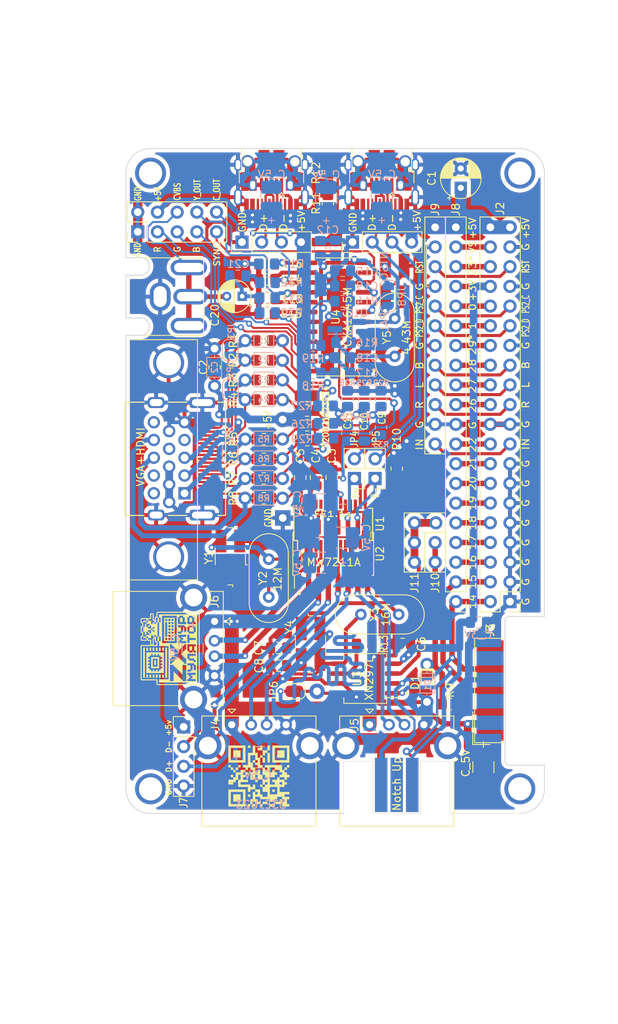
<source format=kicad_pcb>
(kicad_pcb (version 20240108) (generator "pcbnew") (generator_version "8.0")
  (layers (0 "F.Cu" signal) (31 "B.Cu" signal) (34 "B.Paste" user) (35 "F.Paste" user) (36 "B.SilkS" user "B.Silkscreen") (37 "F.SilkS" user "F.Silkscreen") (38 "B.Mask" user) (39 "F.Mask" user) (44 "Edge.Cuts" user))
  (net 0 "")
  (net 1 "/VGA_VS")
  (net 2 "GND")
  (net 3 "/VGA_HS")
  (net 4 "/VGA_RH")
  (net 5 "/VGA_RL")
  (net 6 "/VGA_GH")
  (net 7 "/VGA_GL")
  (net 8 "/VGA_BH")
  (net 9 "/VGA_BL")
  (net 14 "/+5V")
  (net 21 "/GP_6")
  (net 22 "/GP_7")
  (net 23 "/GP_8")
  (net 24 "/GP_9")
  (net 25 "/GP_10")
  (net 26 "/GP_11")
  (net 27 "/GP_12")
  (net 28 "/GP_13")
  (net 29 "/GP_0")
  (net 30 "/GP_1")
  (net 31 "/GP_14")
  (net 32 "/GP_15")
  (net 33 "/GP_16")
  (net 34 "/GP_17")
  (net 35 "/GP_18")
  (net 36 "/GP_19")
  (net 37 "/GP_20")
  (net 38 "/GP_21")
  (net 39 "/GP_22")
  (net 40 "/GP_26")
  (net 41 "/GP_27")
  (net 42 "/GP_28")
  (net 43 "/GP_29_VREF")
  (net 44 "/+3V3")
  (net 45 "/+5V_in")
  (net 46 "/PS{slash}2_DATA_3V")
  (net 47 "/PS{slash}2_CLK_3V")
  (net 49 "/LOAD_IN_D")
  (net 52 "Net-(D1-Pad1)")
  (net 54 "/LEFT_OUT")
  (net 55 "/RIGHT_OUT")
  (net 56 "/BEEP_OUT")
  (net 57 "/J1_DATA")
  (net 58 "Net-(R11-Pad2)")
  (net 59 "Net-(R12-Pad2)")
  (net 61 "/D-")
  (net 62 "/D+")
  (net 65 "/inD-")
  (net 66 "/inD+")
  (net 67 "/R_IN0")
  (net 68 "/R_IN")
  (net 72 "/U_3v3")
  (net 73 "Net-(C5-Pad2)")
  (net 74 "/R_U")
  (net 75 "Net-(U1-Pad2)")
  (net 76 "Net-(U1-Pad3)")
  (net 77 "/DM4")
  (net 78 "/DP4")
  (net 79 "/DM3")
  (net 80 "/DP3")
  (net 81 "/DM2")
  (net 82 "/DP2")
  (net 83 "/DM1")
  (net 84 "/DP1")
  (net 89 "/DM")
  (net 90 "/DP")
  (net 91 "/RST")
  (net 92 "/GP_23_3v3EN")
  (net 93 "Net-(J11-Pad1)")
  (net 94 "Net-(C7-Pad2)")
  (net 95 "Net-(C8-Pad2)")
  (net 96 "Net-(JP6-Pad1)")
  (net 97 "/ANT")
  (net 98 "Net-(R13-Pad1)")
  (net 99 "/G_IN0")
  (net 100 "/G_IN")
  (net 101 "/B_IN0")
  (net 102 "/B_IN")
  (net 103 "/Y_TRAP")
  (net 104 "Net-(C14-Pad1)")
  (net 105 "Net-(C15-Pad2)")
  (net 106 "Net-(C16-Pad1)")
  (net 107 "Net-(C17-Pad1)")
  (net 108 "/FSC")
  (net 109 "Net-(R15-Pad1)")
  (net 111 "/N{slash}P")
  (net 113 "/SYNC")
  (net 115 "/C_OUT")
  (net 116 "/Y_OUT")
  (net 117 "/CVBS_OUT")
  (net 118 "/B_OUT")
  (net 119 "/G_OUT")
  (net 120 "/R_OUT")
  (net 121 "Net-(C18-Pad1)")
  (net 122 "/+5VC")
  (net 123 "Net-(C21-Pad1)")
  (net 124 "/CVBS")
  (net 125 "Net-(C20-Pad1)")
  (footprint "Resistor_SMD:R_0805_2012Metric_Pad1.20x1.40mm_HandSolder" (layer "F.Cu") (at 53.213 59.817 180)
    (property "Reference" "R24")
    (property "Value" "820")
  )
  (footprint "Resistor_SMD:R_0805_2012Metric_Pad1.20x1.40mm_HandSolder" (layer "F.Cu") (at 60.579 91.821)
    (property "Reference" "R13")
    (property "Value" "510")
  )
  (footprint "Crystal:Crystal_HC49-4H_Vertical" (layer "F.Cu") (at 64.516 54.737 90)
    (property "Reference" "Y5")
    (property "Value" "4,43M*")
  )
  (footprint "Resistor_SMD:R_0805_2012Metric_Pad1.20x1.40mm_HandSolder" (layer "F.Cu") (at 53.213 63.627 180)
    (property "Reference" "R21")
    (property "Value" "820")
  )
  (footprint "LIBS:R_0805_PLUS" (layer "F.Cu") (at 47.625 67.945)
    (property "Reference" "R6")
    (property "Value" "330R")
  )
  (footprint "Connector_PinSocket_2.54mm:PinSocket_1x01_P2.54mm_Vertical" (layer "F.Cu") (at 50.046413 62.888717)
    (property "Reference" "REF**" (hide yes))
    (property "Value" "PinSocket_1x01_P2.54mm_Vertical" (hide yes))
  )
  (footprint "LIBS:R_0805_PLUS" (layer "F.Cu") (at 47.625 70.485)
    (property "Reference" "R7")
    (property "Value" "100R")
  )
  (footprint "Capacitor_SMD:C_0805_2012Metric_Pad1.18x1.45mm_HandSolder" (layer "F.Cu") (at 52.324 70.358 -90)
    (property "Reference" "C5")
    (property "Value" "10u")
  )
  (footprint "Connector_PinHeader_2.54mm:PinHeader_1x02_P2.54mm_Vertical" (layer "F.Cu") (at 69.723 81.28 180)
    (property "Reference" "J10")
    (property "Value" "Conn_01x02" (hide yes))
  )
  (footprint "LIBS:R_0805_PLUS" (layer "F.Cu") (at 47.625 55.245)
    (property "Reference" "R2")
    (property "Value" "330R")
  )
  (footprint "Connector_PinHeader_2.54mm:PinHeader_1x03_P2.54mm_Vertical" (layer "F.Cu") (at 67.056 81.28 180)
    (property "Reference" "J11")
    (property "Value" "Conn_01x03" (hide yes))
  )
  (footprint "Resistor_SMD:R_0805_2012Metric_Pad1.20x1.40mm_HandSolder" (layer "F.Cu") (at 53.213 61.722 180)
    (property "Reference" "R23")
    (property "Value" "390")
  )
  (footprint "Connector_PinHeader_2.54mm:PinHeader_1x20_P2.54mm_Vertical" (layer "F.Cu") (at 72.39 86.36 180)
    (property "Reference" "J8")
    (property "Value" "Conn_01x20")
  )
  (footprint "Package_SO:SO-24_5.3x15mm_P1.27mm" (layer "F.Cu") (at 57.023 49.657 180)
    (property "Reference" "U4")
    (property "Value" "CXA1645M")
  )
  (footprint "LIBS:USB-TYPEC_MICRO_USB" (layer "F.Cu") (at 48.610635 27.434506 180)
    (property "Reference" "USB2")
    (property "Value" "TYPE C and micro USB_power")
  )
  (footprint "Jumper:SolderJumper-2_P1.3mm_Open_RoundedPad1.0x1.5mm" (layer "F.Cu") (at 51.562 97.917 180)
    (property "Reference" "JP6")
    (property "Value" "SolderJumper_2_Open" (hide yes))
  )
  (footprint "Connector_PinHeader_2.54mm:PinHeader_1x04_P2.54mm_Vertical" (layer "F.Cu") (at 37.284483 102.508257)
    (property "Reference" "J7")
    (property "Value" "Conn_01x04_Male")
  )
  (footprint "Connector_PinHeader_2.54mm:PinHeader_1x02_P2.54mm_Vertical" (layer "F.Cu") (at 61.976 70.485 180)
    (property "Reference" "JP5")
    (property "Value" "Jumper_2_Open")
  )
  (footprint "Resistor_SMD:R_0805_2012Metric_Pad1.20x1.40mm_HandSolder" (layer "F.Cu") (at 55.87 31.084506 90)
    (property "Reference" "R12")
    (property "Value" "5.1K")
  )
  (footprint "Connector_PinHeader_2.54mm:PinHeader_2x20_P2.54mm_Vertical" (layer "F.Cu") (at 79.375 86.355 180)
    (property "Reference" "J2")
    (property "Value" "EXT")
  )
  (footprint "LIBS:HDMI" (layer "F.Cu") (at 39.695 67.945 -90)
    (property "Reference" "CN1" (hide yes))
    (property "Value" "HDMI")
  )
  (footprint "Resistor_SMD:R_0805_2012Metric_Pad1.20x1.40mm_HandSolder" (layer "F.Cu") (at 48.006 49.276 180)
    (property "Reference" "R15")
    (property "Value" "16k")
  )
  (footprint "LIBS:R_0805_PLUS" (layer "F.Cu") (at 68.664381 96.867757 -90)
    (property "Reference" "D1")
    (property "Value" "3V3")
  )
  (footprint "Connector_USB:USB_A_CONNFLY_DS1095-WNR0" (layer "F.Cu") (at 41.275 88.9 -90)
    (property "Reference" "J6")
    (property "Value" "USB_A")
  )
  (footprint "" (layer "F.Cu") (at 50.066639 75.569345)
    (property "Reference" "")
    (property "Value" "")
  )
  (footprint "LIBS:R_0805_PLUS" (layer "F.Cu") (at 47.625 52.705)
    (property "Reference" "R1")
    (property "Value" "1k")
  )
  (footprint "Resistor_SMD:R_0805_2012Metric_Pad1.20x1.40mm_HandSolder" (layer "F.Cu") (at 71.628 99.568)
    (property "Reference" "R9")
    (property "Value" "1k")
  )
  (footprint "Connector_USB:USB_A_CONNFLY_DS1095-WNR0" (layer "F.Cu") (at 61.27 102.2225)
    (property "Reference" "J5")
    (property "Value" "USB_A")
  )
  (footprint "LIBS:Crystal_SMD_0603-4Pin_6.0x3.5mm" (layer "F.Cu") (at 43.307 80.518 90)
    (property "Reference" "Y1")
    (property "Value" "12MHz")
  )
  (footprint "LIBS:USB-TYPEC_MICRO_USB" (layer "F.Cu") (at 62.8396 27.432 180)
    (property "Reference" "USB1")
    (property "Value" "TYPE C and micro USB_data")
  )
  (footprint "Capacitor_THT:CP_Radial_D4.0mm_P2.00mm" (layer "F.Cu") (at 44.8384 46.99 180)
    (property "Reference" "C20")
    (property "Value" "220u")
  )
  (footprint "Connector_PinHeader_2.54mm:PinHeader_2x05_P2.54mm_Vertical" (layer "F.Cu") (at 31.369 38.6842 90)
    (property "Reference" "J13" (hide yes))
    (property "Value" "Conn_02x05_Odd_Even" (hide yes))
  )
  (footprint "Connector_PinHeader_2.54mm:PinHeader_1x02_P2.54mm_Vertical" (layer "F.Cu") (at 59.309 70.485 180)
    (property "Reference" "JP4")
    (property "Value" "Jumper_2_Open")
  )
  (footprint "Capacitor_SMD:C_0805_2012Metric_Pad1.18x1.45mm_HandSolder" (layer "F.Cu") (at 49.53 94.615)
    (property "Reference" "C8")
    (property "Value" "20p")
  )
  (footprint "Capacitor_SMD:C_0805_2012Metric_Pad1.18x1.45mm_HandSolder" (layer "F.Cu") (at 60.579 60.198 90)
    (property "Reference" "C10")
    (property "Value" "0.1u")
  )
  (footprint "Capacitor_SMD:C_0805_2012Metric_Pad1.18x1.45mm_HandSolder" (layer "F.Cu") (at 65.532 91.821)
    (property "Reference" "C6")
    (property "Value" "10u")
  )
  (footprint "Package_SO:SO-16_5.3x10.2mm_P1.27mm" (layer "F.Cu") (at 56.5785 80.204 90)
    (property "Reference" "U2")
    (property "Value" "MW7211A")
  )
  (footprint "Crystal:Crystal_HC49-4H_Vertical" (layer "F.Cu") (at 65.024 88.011 180)
    (property "Reference" "Y3")
    (property "Value" "16MHz")
  )
  (footprint "LIBS:R_0805_PLUS" (layer "F.Cu") (at 41.275 56.15 90)
    (property "Reference" "C2")
    (property "Value" "0.1u")
  )
  (footprint "Crystal:Crystal_HC49-4H_Vertical" (layer "F.Cu") (at 48.26 85.762 90)
    (property "Reference" "Y2")
    (property "Value" "12MHz")
  )
  (footprint "Capacitor_SMD:C_0805_2012Metric_Pad1.18x1.45mm_HandSolder" (layer "F.Cu") (at 62.738 60.198 90)
    (property "Reference" "C9")
    (property "Value" "0.1u")
  )
  (footprint "LOGO" (layer "F.Cu") (at 35.5475 92.4 90)
    (property "Reference" "G***" (hide yes))
    (property "Value" "LOGO" (hide yes))
  )
  (footprint "Capacitor_THT:CP_Radial_D5.0mm_P2.50mm" (layer "F.Cu") (at 73.025 33.02 90)
    (property "Reference" "C1")
    (property "Value" "470u")
  )
  (footprint "LIBS:Av-8.4-5" (layer "F.Cu") (at 34.855019 47.036245 90)
    (property "Reference" "J12" (hide yes))
    (property "Value" "VIDEO")
  )
  (footprint "Package_SO:SO-8_5.3x6.2mm_P1.27mm" (layer "F.Cu") (at 60.706 96.266 180)
    (property "Reference" "U3")
    (property "Value" "XN297L")
  )
  (footprint "Capacitor_SMD:C_0805_2012Metric_Pad1.18x1.45mm_HandSolder" (layer "F.Cu") (at 48.030018 47.300335 180)
    (property "Reference" "C13")
    (property "Value" "33p")
  )
  (footprint "Connector_PinHeader_2.54mm:PinHeader_1x04_P2.54mm_Vertical" (layer "F.Cu") (at 44.810635 40.005 90)
    (property "Reference" "USB" (hide yes))
    (property "Value" "PinHeader_1x04_P2.54mm_Vertical" (hide yes))
  )
  (footprint "" (layer "F.Cu") (at 54.483 97.917)
    (property "Reference" "")
    (property "Value" "")
  )
  (footprint "Capacitor_SMD:C_0805_2012Metric_Pad1.18x1.45mm_HandSolder" (layer "F.Cu") (at 49.53 92.329)
    (property "Reference" "C7")
    (property "Value" "20p")
  )
  (footprint "Resistor_SMD:R_0805_2012Metric_Pad1.20x1.40mm_HandSolder" (layer "F.Cu") (at 64.77 69.215 90)
    (property "Reference" "R10")
    (property "Value" "2k7 1%")
  )
  (footprint "Connector_Dsub:DSUB-9_Male_EdgeMount_P2.77mm" (layer "F.Cu") (at 76.8067 97.8154 90)
    (property "Reference" "J3")
    (property "Value" "JOY-1")
  )
  (footprint "LIBS:R_0805_PLUS" (layer "F.Cu") (at 47.625 60.325)
    (property "Reference" "R4")
    (property "Value" "330R")
  )
  (footprint "Connector_PinHeader_2.54mm:PinHeader_1x04_P2.54mm_Vertical" (layer "F.Cu") (at 59.065 40.005 90)
    (property "Reference" "USB" (hide yes))
    (property "Value" "PinHeader_1x04_P2.54mm_Vertical" (hide yes))
  )
  (footprint "Connector_Dsub:DSUB-15-HD_Female_Horizontal_P2.29x1.98mm_EdgePinOffset3.03mm_Housed_MountingHolesOffset4.94mm" (layer "F.Cu") (at 37.400331 72.39 -90)
    (property "Reference" "J1" (hide yes))
    (property "Value" "VGA")
  )
  (footprint "Connector_USB:USB_A_CONNFLY_DS1095-WNR0" (layer "F.Cu") (at 43.49 102.2225)
    (property "Reference" "J4")
    (property "Value" "USB_A")
  )
  (footprint "Capacitor_SMD:C_0805_2012Metric_Pad1.18x1.45mm_HandSolder" (layer "F.Cu") (at 56.388 70.358 -90)
    (property "Reference" "C3")
    (property "Value" "10u")
  )
  (footprint "Resistor_SMD:R_0805_2012Metric_Pad1.20x1.40mm_HandSolder" (layer "F.Cu") (at 53.229 65.532 180)
    (property "Reference" "R20")
    (property "Value" "390")
  )
  (footprint "Capacitor_SMD:C_0805_2012Metric_Pad1.18x1.45mm_HandSolder" (layer "F.Cu") (at 47.989792 42.837092 180)
    (property "Reference" "C16")
    (property "Value" "0.1u")
  )
  (footprint "Capacitor_SMD:C_0805_2012Metric_Pad1.18x1.45mm_HandSolder" (layer "F.Cu") (at 58.42 60.198 90)
    (property "Reference" "C11")
    (property "Value" "0.1u")
  )
  (footprint "Connector_PinHeader_2.54mm:PinHeader_1x12_P2.54mm_Vertical" (layer "F.Cu") (at 69.723 66.04 180)
    (property "Reference" "J9")
    (property "Value" "Conn_01x12")
  )
  (footprint "LOGO" (layer "F.Cu") (at 46.99 108.839)
    (property "Reference" "G***" (hide yes))
    (property "Value" "LOGO" (hide yes))
  )
  (footprint "Capacitor_SMD:C_0805_2012Metric_Pad1.18x1.45mm_HandSolder" (layer "F.Cu") (at 48.006 44.831 180)
    (property "Reference" "C14")
    (property "Value" "10u")
  )
  (footprint "LIBS:Crystal_SMD_0603-4Pin_6.0x3.5mm" (layer "F.Cu") (at 64.516 45.085 -90)
    (property "Reference" "Y5_2" (hide yes))
    (property "Value" "12MHz")
  )
  (footprint "Capacitor_SMD:C_0805_2012Metric_Pad1.18x1.45mm_HandSolder" (layer "F.Cu") (at 54.356 70.358 -90)
    (property "Reference" "C4")
    (property "Value" "10u")
  )
  (footprint "Resistor_SMD:R_0805_2012Metric_Pad1.20x1.40mm_HandSolder" (layer "F.Cu") (at 55.88 35 -90)
    (property "Reference" "R11")
    (property "Value" "5.1K ")
  )
  (footprint "LIBS:R_0805_PLUS" (layer "F.Cu") (at 47.625 57.785)
    (property "Reference" "R3")
    (property "Value" "1k")
  )
  (footprint "LIBS:R_0805_PLUS" (layer "F.Cu") (at 47.625 65.405)
    (property "Reference" "R5")
    (property "Value" "1k")
  )
  (footprint "Capacitor_SMD:C_1210_3225Metric_Pad1.33x2.70mm_HandSolder" (layer "F.Cu") (at 75.946 107.696 -90)
    (property "Reference" "C_5V")
    (property "Value" "C_1210_3225Metric_Pad1.33x2.70mm_HandSolder" (hide yes))
  )
  (footprint "Package_SO:SSOP-28_3.9x9.9mm_P0.635mm" (layer "F.Cu") (at 56.5785 76.394 90)
    (property "Reference" "U1")
    (property "Value" "FE1.1s")
  )
  (footprint "LIBS:R_0805_PLUS" (layer "F.Cu") (at 47.625 73.025)
    (property "Reference" "R8")
    (property "Value" "100R")
  )
  (footprint "LIBS:Crystal_SMD_0603-4Pin_6.0x3.5mm" (layer "F.Cu") (at 53.655 91.854667 -90)
    (property "Reference" "Y4")
    (property "Value" "16MHz")
  )
  (footprint "Resistor_SMD:R_0805_2012Metric_Pad1.20x1.40mm_HandSolder" (layer "B.Cu") (at 48.0982 45.2374 180)
    (property "Reference" "R32")
    (property "Value" "100*")
  )
  (footprint "Jumper:SolderJumper-3_P1.3mm_Open_RoundedPad1.0x1.5mm_NumberLabels" (layer "B.Cu") (at 63.647332 46.958839 90)
    (property "Reference" "JP8")
    (property "Value" "PAL/NTSC")
  )
  (footprint "Capacitor_SMD:C_1210_3225Metric_Pad1.33x2.70mm_HandSolder" (layer "B.Cu") (at 54.889306 81.341871 180)
    (property "Reference" "C_5V")
    (property "Value" "C_1210_3225Metric_Pad1.33x2.70mm_HandSolder" (hide yes))
  )
  (footprint "Capacitor_SMD:C_0805_2012Metric_Pad1.18x1.45mm_HandSolder" (layer "B.Cu") (at 54.917866 40.835644 -90)
    (property "Reference" "C12")
    (property "Value" "0.1u")
  )
  (footprint "Resistor_SMD:R_0805_2012Metric_Pad1.20x1.40mm_HandSolder" (layer "B.Cu") (at 60.579 64.643 -90)
    (property "Reference" "R34")
    (property "Value" "1k5")
  )
  (footprint "Resistor_SMD:R_0805_2012Metric_Pad1.20x1.40mm_HandSolder" (layer "B.Cu") (at 48.1076 47.1678 180)
    (property "Reference" "R31")
    (property "Value" "75*")
  )
  (footprint "Resistor_SMD:R_0805_2012Metric_Pad1.20x1.40mm_HandSolder" (layer "B.Cu") (at 53.975 53.35)
    (property "Reference" "R19")
    (property "Value" "100")
  )
  (footprint "Resistor_SMD:R_0805_2012Metric_Pad1.20x1.40mm_HandSolder" (layer "B.Cu") (at 62.738 60.198 -90)
    (property "Reference" "R22")
    (property "Value" "100*")
  )
  (footprint "Capacitor_SMD:C_1210_3225Metric_Pad1.33x2.70mm_HandSolder" (layer "B.Cu") (at 54.911014 73.802621 180)
    (property "Reference" "C_5V")
    (property "Value" "C_1210_3225Metric_Pad1.33x2.70mm_HandSolder" (hide yes))
  )
  (footprint "Resistor_SMD:R_0805_2012Metric_Pad1.20x1.40mm_HandSolder" (layer "B.Cu") (at 60.579 60.198 -90)
    (property "Reference" "R25")
    (property "Value" "100*")
  )
  (footprint "Jumper:SolderJumper-2_P1.3mm_Open_RoundedPad1.0x1.5mm" (layer "B.Cu") (at 43.307 53.96 90)
    (property "Reference" "JP3")
    (property "Value" "B_J")
  )
  (footprint "Resistor_SMD:R_0805_2012Metric_Pad1.20x1.40mm_HandSolder" (layer "B.Cu") (at 57.912 52.959)
    (property "Reference" "R16")
    (property "Value" "100k")
  )
  (footprint "Capacitor_SMD:C_0805_2012Metric_Pad1.18x1.45mm_HandSolder" (layer "B.Cu") (at 57.797931 45.660948 180)
    (property "Reference" "C19")
    (property "Value" "22p*")
  )
  (footprint "LIBS:Crystal_SMD_0603-4Pin_6.0x3.5mm" (layer "B.Cu") (at 64.764318 106.982 90)
    (property "Reference" "i2c" (hide yes))
    (property "Value" "")
  )
  (footprint "Resistor_SMD:R_0805_2012Metric_Pad1.20x1.40mm_HandSolder" (layer "B.Cu") (at 57.785 47.625 180)
    (property "Reference" "R14")
    (property "Value" "1k")
  )
  (footprint "Capacitor_SMD:C_1210_3225Metric_Pad1.33x2.70mm_HandSolder" (layer "B.Cu") (at 62.8396 34.29 90)
    (property "Reference" "C_5V")
    (property "Value" "C_1210_3225Metric_Pad1.33x2.70mm_HandSolder" (hide yes))
  )
  (footprint "Resistor_SMD:R_0805_2012Metric_Pad1.20x1.40mm_HandSolder" (layer "B.Cu") (at 58.42 60.198 -90)
    (property "Reference" "R28")
    (property "Value" "100*")
  )
  (footprint "Jumper:SolderJumper-2_P1.3mm_Open_RoundedPad1.0x1.5mm" (layer "B.Cu") (at 43.307 67.183 90)
    (property "Reference" "JP1")
    (property "Value" "R_J")
  )
  (footprint "Resistor_SMD:R_0805_2012Metric_Pad1.20x1.40mm_HandSolder" (layer "B.Cu") (at 55.626 65.278 180)
    (property "Reference" "R29")
    (property "Value" "100*")
  )
  (footprint "Capacitor_SMD:C_0805_2012Metric_Pad1.18x1.45mm_HandSolder" (layer "B.Cu") (at 44.2722 44.3738 180)
    (property "Reference" "C21")
    (property "Value" "10n")
  )
  (footprint "Package_TO_SOT_SMD:SOT-23_Handsoldering" (layer "B.Cu") (at 58.293 50.292)
    (property "Reference" "Q1")
    (property "Value" "BC850")
  )
  (footprint "Capacitor_SMD:C_1210_3225Metric_Pad1.33x2.70mm_HandSolder" (layer "B.Cu") (at 55.670885 34.338789 90)
    (property "Reference" "C_5V")
    (property "Value" "C_1210_3225Metric_Pad1.33x2.70mm_HandSolder" (hide yes))
  )
  (footprint "Capacitor_SMD:C_1210_3225Metric_Pad1.33x2.70mm_HandSolder" (layer "B.Cu") (at 57.6885 78.105)
    (property "Reference" "C_5V")
    (property "Value" "C_1210_3225Metric_Pad1.33x2.70mm_HandSolder" (hide yes))
  )
  (footprint "Jumper:SolderJumper-2_P1.3mm_Open_RoundedPad1.0x1.5mm" (layer "B.Cu") (at 43.307 59.04 90)
    (property "Reference" "JP2")
    (property "Value" "G_J")
  )
  (footprint "Resistor_SMD:R_0805_2012Metric_Pad1.20x1.40mm_HandSolder" (layer "B.Cu") (at 62.738 63.881 -90)
    (property "Reference" "R33")
    (property "Value" "1к5")
  )
  (footprint "Resistor_SMD:R_0805_2012Metric_Pad1.20x1.40mm_HandSolder" (layer "B.Cu") (at 55.579549 61.120603 180)
    (property "Reference" "R27")
    (property "Value" "820")
  )
  (footprint "Resistor_SMD:R_0805_2012Metric_Pad1.20x1.40mm_HandSolder" (layer "B.Cu") (at 48.006 42.8244 180)
    (property "Reference" "R17")
    (property "Value" "47k")
  )
  (footprint "Capacitor_SMD:C_0805_2012Metric_Pad1.18x1.45mm_HandSolder" (layer "B.Cu") (at 57.785 43.688)
    (property "Reference" "C15")
    (property "Value" "0.1u")
  )
  (footprint "Capacitor_SMD:C_0805_2012Metric_Pad1.18x1.45mm_HandSolder" (layer "B.Cu") (at 57.788553 54.916607 180)
    (property "Reference" "C18")
    (property "Value" "22p*")
  )
  (footprint "Resistor_SMD:R_0805_2012Metric_Pad1.20x1.40mm_HandSolder" (layer "B.Cu") (at 58.42 64.659 -90)
    (property "Reference" "R35")
    (property "Value" "1k5")
  )
  (footprint "Capacitor_SMD:C_1210_3225Metric_Pad1.33x2.70mm_HandSolder" (layer "B.Cu") (at 38.440809 92.396007 -90)
    (property "Reference" "C_5V")
    (property "Value" "C_1210_3225Metric_Pad1.33x2.70mm_HandSolder" (hide yes))
  )
  (footprint "Capacitor_SMD:C_0805_2012Metric_Pad1.18x1.45mm_HandSolder" (layer "B.Cu") (at 56.881067 40.798313 -90)
    (property "Reference" "C12'" (hide yes))
    (property "Value" "0.1u")
  )
  (footprint "Capacitor_SMD:C_0805_2012Metric_Pad1.18x1.45mm_HandSolder" (layer "B.Cu") (at 57.7635 56.896)
    (property "Reference" "C17")
    (property "Value" "0.1u")
  )
  (footprint "Resistor_SMD:R_0805_2012Metric_Pad1.20x1.40mm_HandSolder" (layer "B.Cu") (at 48.1076 49.0982 180)
    (property "Reference" "R30")
    (property "Value" "75*")
  )
  (footprint "Resistor_SMD:R_0805_2012Metric_Pad1.20x1.40mm_HandSolder" (layer "B.Cu") (at 55.626 63.373 180)
    (property "Reference" "R26")
    (property "Value" "390")
  )
  (footprint "Resistor_SMD:R_0805_2012Metric_Pad1.20x1.40mm_HandSolder" (layer "B.Cu") (at 53.975 56.896)
    (property "Reference" "R18")
    (property "Value" "100")
  )
  (footprint "Capacitor_SMD:C_1210_3225Metric_Pad1.33x2.70mm_HandSolder" (layer "B.Cu") (at 48.610635 34.29 90)
    (property "Reference" "C_5V")
    (property "Value" "C_1210_3225Metric_Pad1.33x2.70mm_HandSolder" (hide yes))
  )
  (footprint "Capacitor_SMD:C_0805_2012Metric_Pad1.18x1.45mm_HandSolder" (layer "B.Cu") (at 75.311 89.027 180)
    (property "Reference" "C_3V")
    (property "Value" "10u")
  )
  (footprint "Capacitor_SMD:C_1210_3225Metric_Pad1.33x2.70mm_HandSolder" (layer "B.Cu") (at 46.99 106.426)
    (property "Reference" "C_5V")
    (property "Value" "C_1210_3225Metric_Pad1.33x2.70mm_HandSolder" (hide yes))
  )
  (gr_line (start 67.778759 96.121755) (end 69.683759 96.121755) (stroke (width 0.12)) (layer "B.SilkS"))
  (gr_line (start 69.063382 95.148687) (end 69.088 95.377) (stroke (width 0.12)) (layer "F.SilkS"))
  (gr_line (start 67.929381 96.640693) (end 67.917127 95.010984) (stroke (width 0.12)) (layer "F.SilkS"))
  (gr_line (start 69.401763 95.004444) (end 67.917127 95.010984) (stroke (width 0.12)) (layer "F.SilkS"))
  (gr_line (start 67.902381 95.232757) (end 67.917127 95.010984) (stroke (width 0.12)) (layer "F.SilkS"))
  (gr_line (start 68.6054 40.4876) (end 68.8848 40.4876) (stroke (width 0.12)) (layer "F.SilkS"))
  (gr_line (start 67.902381 95.105757) (end 69.426381 95.105757) (stroke (width 0.12)) (layer "F.SilkS"))
  (gr_line (start 69.399381 96.640693) (end 69.401763 95.004444) (stroke (width 0.12)) (layer "F.SilkS"))
  (gr_line (start 68.6054 45.7454) (end 68.9102 45.7454) (stroke (width 0.12)) (layer "F.SilkS"))
  (gr_line (start 67.902381 95.232757) (end 69.426381 95.232757) (stroke (width 0.12)) (layer "F.SilkS"))
  (gr_line (start 69.426381 95.169257) (end 67.902381 95.105757) (stroke (width 0.12)) (layer "F.SilkS"))
  (gr_line (start 68.6054 40.513) (end 68.6054 45.7454) (stroke (width 0.12)) (layer "F.SilkS"))
  (gr_line (start 29.845 52.0192) (end 31.75 52.0192) (stroke (width 0.1)) (layer "Edge.Cuts"))
  (gr_line (start 80.645 113.665) (end 71.628 113.665) (stroke (width 0.05)) (layer "Edge.Cuts"))
  (gr_line (start 67.818 113.665502) (end 61.722 113.665502) (stroke (width 0.05)) (layer "Edge.Cuts"))
  (gr_line (start 67.818 106.934) (end 67.818 113.665502) (stroke (width 0.05)) (layer "Edge.Cuts"))
  (gr_line (start 29.845 44.2722) (end 31.75 44.2722) (stroke (width 0.1)) (layer "Edge.Cuts"))
  (gr_line (start 61.722 106.934) (end 57.912 106.934) (stroke (width 0.05)) (layer "Edge.Cuts"))
  (gr_line (start 33.02 27.94) (end 80.645 27.94) (stroke (width 0.1)) (layer "Edge.Cuts"))
  (gr_line (start 57.912 106.934) (end 57.912 113.665) (stroke (width 0.05)) (layer "Edge.Cuts"))
  (gr_arc (start 31.75 49.784) (mid 32.8676 50.9016) (end 31.75 52.0192) (stroke (width 0.1)) (layer "Edge.Cuts"))
  (gr_arc (start 31.75 42.0116) (mid 32.8803 43.1419) (end 31.75 44.2722) (stroke (width 0.1)) (layer "Edge.Cuts"))
  (gr_arc (start 33.02 113.665) (mid 30.774936 112.735064) (end 29.845 110.49) (stroke (width 0.1)) (layer "Edge.Cuts"))
  (gr_line (start 29.845 110.49) (end 29.845 52.0192) (stroke (width 0.1)) (layer "Edge.Cuts"))
  (gr_line (start 71.628 106.934) (end 67.818 106.934) (stroke (width 0.05)) (layer "Edge.Cuts"))
  (gr_arc (start 78.74 88.773) (mid 78.88879 88.41379) (end 79.248 88.265) (stroke (width 0.1)) (layer "Edge.Cuts"))
  (gr_line (start 29.845 49.784) (end 29.845 44.2722) (stroke (width 0.1)) (layer "Edge.Cuts"))
  (gr_line (start 61.722 113.665502) (end 61.722 106.934) (stroke (width 0.05)) (layer "Edge.Cuts"))
  (gr_arc (start 79.248 107.442) (mid 78.88879 107.29321) (end 78.74 106.934) (stroke (width 0.1)) (layer "Edge.Cuts"))
  (gr_line (start 83.82 107.442) (end 79.248 107.442) (stroke (width 0.1)) (layer "Edge.Cuts"))
  (gr_line (start 78.74 106.934) (end 78.74 88.773) (stroke (width 0.1)) (layer "Edge.Cuts"))
  (gr_line (start 57.912 113.665) (end 33.02 113.665) (stroke (width 0.1)) (layer "Edge.Cuts"))
  (gr_arc (start 29.845 31.115) (mid 30.774936 28.869936) (end 33.02 27.94) (stroke (width 0.1)) (layer "Edge.Cuts"))
  (gr_line (start 83.82 31.115) (end 83.82 88.265) (stroke (width 0.1)) (layer "Edge.Cuts"))
  (gr_line (start 31.75 49.784) (end 29.845 49.784) (stroke (width 0.1)) (layer "Edge.Cuts"))
  (gr_line (start 31.75 42.0116) (end 29.845 42.0116) (stroke (width 0.1)) (layer "Edge.Cuts"))
  (gr_line (start 83.82 107.442) (end 83.82 110.49) (stroke (width 0.1)) (layer "Edge.Cuts"))
  (gr_line (start 71.628 113.665) (end 71.628 106.934) (stroke (width 0.05)) (layer "Edge.Cuts"))
  (gr_arc (start 80.645 27.94) (mid 82.890064 28.869936) (end 83.82 31.115) (stroke (width 0.1)) (layer "Edge.Cuts"))
  (gr_line (start 79.248 88.265) (end 83.82 88.265) (stroke (width 0.1)) (layer "Edge.Cuts"))
  (gr_line (start 29.845 42.0116) (end 29.845 31.115) (stroke (width 0.1)) (layer "Edge.Cuts"))
  (gr_arc (start 83.82 110.49) (mid 82.890064 112.735064) (end 80.645 113.665) (stroke (width 0.1)) (layer "Edge.Cuts"))
  (gr_text "33EJU23" (at 47.244 112.522 0) (layer "B.SilkS") (effects (font (size 1 1)) (justify mirror)))
  (gr_text "R" (at 67.716356 60.998473 90) (layer "F.SilkS") (effects (font (size 0.9 1))))
  (gr_text "G" (at 81.407 45.72 90) (layer "F.SilkS") (effects (font (size 0.9 1))))
  (gr_text "XN297L" (at 61.214 96.266 90) (layer "F.SilkS") (effects (font (size 1 1))))
  (gr_text "GND" (at 35.362962 110.257793 90) (layer "F.SilkS") (effects (font (size 0.7 0.7))))
  (gr_text "+3V" (at 74.549 46.228 90) (layer "F.SilkS") (effects (font (size 0.9 0.9))))
  (gr_text "G" (at 81.407 73.66 90) (layer "F.SilkS") (effects (font (size 0.9 1))))
  (gr_text "PS2_C" (at 67.716356 48.044473 90) (layer "F.SilkS") (effects (font (size 0.9 0.5) (thickness 0.125))))
  (gr_text "16" (at 74.549 81.28 90) (layer "F.SilkS") (effects (font (size 0.9 1))))
  (gr_text "G" (at 81.407 76.2 90) (layer "F.SilkS") (effects (font (size 0.9 1))))
  (gr_text "+5V" (at 74.549 38.227 90) (layer "F.SilkS") (effects (font (size 0.9 0.9))))
  (gr_text "+5V" (at 52.473301 37.325103 90) (layer "F.SilkS") (effects (font (size 0.9 0.9))))
  (gr_text "C_OUT" (at 41.5544 33.274 90) (layer "F.SilkS") (effects (font (size 0.8 0.6))))
  (gr_text "D-" (at 61.976 72.39 90) (layer "F.SilkS") (effects (font (size 1 0.5) (thickness 0.125))))
  (gr_text "GND" (at 31.3436 41.021 90) (layer "F.SilkS") (effects (font (size 0.8 0.6))))
  (gr_text "D+" (at 59.436 72.39 90) (layer "F.SilkS") (effects (font (size 1 0.5) (thickness 0.125))))
  (gr_text "RST" (at 81.407 43.18 90) (layer "F.SilkS") (effects (font (size 0.9 0.6))))
  (gr_text "L" (at 81.407 58.42 90) (layer "F.SilkS") (effects (font (size 0.9 1))))
  (gr_text "CVBS" (at 36.4744 33.5026 90) (layer "F.SilkS") (effects (font (size 0.8 0.6))))
  (gr_text "+5V" (at 67.395006 37.289887 90) (layer "F.SilkS") (effects (font (size 0.9 0.9))))
  (gr_text "D-" (at 50.165 37.465 90) (layer "F.SilkS") (effects (font (size 0.9 1))))
  (gr_text "+5V" (at 48.133 62.992 90) (layer "F.SilkS") (effects (font (size 1 0.8))))
  (gr_text "PS2_C" (at 81.407 48.006 90) (layer "F.SilkS") (effects (font (size 0.9 0.5) (thickness 0.125))))
  (gr_text "G" (at 67.716356 63.538473 90) (layer "F.SilkS") (effects (font (size 0.9 1))))
  (gr_text "G" (at 67.716356 53.378473 90) (layer "F.SilkS") (effects (font (size 0.9 1))))
  (gr_text "G" (at 81.407 53.34 90) (layer "F.SilkS") (effects (font (size 0.9 1))))
  (gr_text "VS" (at 74.549 40.64 90) (layer "F.SilkS") (effects (font (size 0.9 0.9))))
  (gr_text "22" (at 74.549 66.167 90) (layer "F.SilkS") (effects (font (size 0.9 1))))
  (gr_text "D+" (at 61.595 37.465 90) (layer "F.SilkS") (effects (font (size 0.9 1))))
  (gr_text "16M" (at 63.373 88.011 90) (layer "F.SilkS") (effects (font (size 1 1))))
  (gr_text "B" (at 38.9636 40.9702 90) (layer "F.SilkS") (effects (font (size 0.8 0.8))))
  (gr_text "." (at 52.451 78.867 0) (layer "F.SilkS") (effects (font (size 3 3))))
  (gr_text "IN" (at 67.716356 66.078473 90) (layer "F.SilkS") (effects (font (size 0.9 1))))
  (gr_text "G" (at 81.407 71.12 90) (layer "F.SilkS") (effects (font (size 0.9 1))))
  (gr_text "G" (at 81.407 83.82 90) (layer "F.SilkS") (effects (font (size 0.9 1))))
  (gr_text "G" (at 81.407 63.5 90) (layer "F.SilkS") (effects (font (size 0.9 1))))
  (gr_text "G" (at 81.407 40.64 90) (layer "F.SilkS") (effects (font (size 0.9 1))))
  (gr_text "R" (at 33.909 40.9448 90) (layer "F.SilkS") (effects (font (size 0.8 0.8))))
  (gr_text "G" (at 81.407 81.28 90) (layer "F.SilkS") (effects (font (size 0.9 1))))
  (gr_text "GND" (at 48.26 75.565 90) (layer "F.SilkS") (effects (font (size 1 0.8))))
  (gr_text "." (at 52.197 84.074 0) (layer "F.SilkS") (effects (font (size 3 3))))
  (gr_text "IN" (at 81.407 66.04 90) (layer "F.SilkS") (effects (font (size 0.9 1))))
  (gr_text "23*" (at 74.549 43.053 90) (layer "F.SilkS") (effects (font (size 0.9 1))))
  (gr_text "CXA1645M" (at 58.42 49.657 90) (layer "F.SilkS") (effects (font (size 1 1))))
  (gr_text "L" (at 67.716356 58.458473 90) (layer "F.SilkS") (effects (font (size 0.9 1))))
  (gr_text "19" (at 74.549 73.66 90) (layer "F.SilkS") (effects (font (size 0.9 1))))
  (gr_text "15" (at 74.549 83.82 90) (layer "F.SilkS") (effects (font (size 0.9 1))))
  (gr_text "17" (at 74.549 78.74 90) (layer "F.SilkS") (effects (font (size 0.9 1))))
  (gr_text "4.43M" (at 66.04 52.324 90) (layer "F.SilkS") (effects (font (size 1 1))))
  (gr_text "Y_OUT" (at 39.0398 33.274 90) (layer "F.SilkS") (effects (font (size 0.8 0.6))))
  (gr_text "G" (at 81.407 86.36 90) (layer "F.SilkS") (effects (font (size 0.9 1))))
  (gr_text "PS2_D" (at 81.407 51.054 90) (layer "F.SilkS") (effects (font (size 0.9 0.5) (thickness 0.125))))
  (gr_text "28" (at 74.549 56.007 90) (layer "F.SilkS") (effects (font (size 0.9 1))))
  (gr_text "21" (at 74.549 68.58 90) (layer "F.SilkS") (effects (font (size 0.9 1))))
  (gr_text "B" (at 67.716356 55.918473 90) (layer "F.SilkS") (effects (font (size 0.9 1))))
  (gr_text "G" (at 36.4744 40.9448 90) (layer "F.SilkS") (effects (font (size 0.8 0.8))))
  (gr_text "+5V" (at 81.407 38.227 90) (layer "F.SilkS") (effects (font (size 0.9 0.9))))
  (gr_text "0" (at 74.549 48.387 90) (layer "F.SilkS") (effects (font (size 0.9 1))))
  (gr_text "GND" (at 31.3944 33.782 90) (layer "F.SilkS") (effects (font (size 0.8 0.6))))
  (gr_text "FE1.1s" (at 56.515 75.057 0) (layer "F.SilkS") (effects (font (size 0.7 1))))
  (gr_text "B" (at 81.407 55.88 90) (layer "F.SilkS") (effects (font (size 0.9 1))))
  (gr_text "D-" (at 35.378064 105.077752 90) (layer "F.SilkS") (effects (font (size 0.7 0.7))))
  (gr_text "GND" (at 59.118391 37.465 90) (layer "F.SilkS") (effects (font (size 0.9 0.85))))
  (gr_text "." (at 66.04 96.901 0) (layer "F.SilkS") (effects (font (size 3 3))))
  (gr_text "G" (at 81.407 78.74 90) (layer "F.SilkS") (effects (font (size 0.9 1))))
  (gr_text "D-" (at 64.175 37.465 90) (layer "F.SilkS") (effects (font (size 0.9 1))))
  (gr_text "G" (at 67.716356 45.758473 90) (layer "F.SilkS") (effects (font (size 0.9 1))))
  (gr_text "D+" (at 35.378064 107.599813 90) (layer "F.SilkS") (effects (font (size 0.7 0.7))))
  (gr_text "26" (at 74.549 61.087 90) (layer "F.SilkS") (effects (font (size 0.9 1))))
  (gr_text "+5V" (at 33.9598 33.8328 90) (layer "F.SilkS") (effects (font (size 0.8 0.6))))
  (gr_text "Notch Up" (at 64.77 109.855 90) (layer "F.SilkS") (effects (font (size 1 1))))
  (gr_text "27" (at 74.549 58.547 90) (layer "F.SilkS") (effects (font (size 0.9 1))))
  (gr_text "RST" (at 67.716356 43.218473 90) (layer "F.SilkS") (effects (font (size 0.9 0.6))))
  (gr_text "R" (at 81.407 60.96 90) (layer "F.SilkS") (effects (font (size 0.9 1))))
  (gr_text "29*" (at 74.549 53.213 90) (layer "F.SilkS") (effects (font (size 0.9 1))))
  (gr_text "PS2_D" (at 67.716356 51.092473 90) (layer "F.SilkS") (effects (font (size 0.9 0.5) (thickness 0.125))))
  (gr_text "GND" (at 44.850019 37.430025 90) (layer "F.SilkS") (effects (font (size 0.9 0.85))))
  (gr_text "20" (at 74.549 71.12 90) (layer "F.SilkS") (effects (font (size 0.9 1))))
  (gr_text "G" (at 74.549 63.627 90) (layer "F.SilkS") (effects (font (size 0.9 1))))
  (gr_text "MW7211A" (at 56.642 81.28 0) (layer "F.SilkS") (effects (font (size 1 1))))
  (gr_text "+5v" (at 35.34786 102.646304 90) (layer "F.SilkS") (effects (font (size 0.7 0.7))))
  (gr_text "12M" (at 49.403 83.439 90) (layer "F.SilkS") (effects (font (size 1 1))))
  (gr_text "SYNC" (at 41.5798 41.5798 90) (layer "F.SilkS") (effects (font (size 0.8 0.8))))
  (gr_text "1" (at 74.549 50.8 90) (layer "F.SilkS") (effects (font (size 0.9 1))))
  (gr_text "D+" (at 47.585 37.465 90) (layer "F.SilkS") (effects (font (size 0.9 1))))
  (gr_text "G" (at 81.407 68.58 90) (layer "F.SilkS") (effects (font (size 0.9 1))))
  (gr_text "18" (at 74.549 76.2 90) (layer "F.SilkS") (effects (font (size 0.9 1))))
  (gr_text "." (at 61.849 55.372 0) (layer "F.SilkS") (effects (font (size 3 3))))
  (gr_text "14" (at 74.549 86.36 90) (layer "F.SilkS") (effects (font (size 0.9 1))))
  (gr_text "VGA+HDMI " (at 31.75 67.31 90) (layer "F.SilkS") (effects (font (size 1 1))))
  (via (at 33.02 110.49) (size 4) (drill 3) (layers "F.Cu" "B.Cu") (net 0))
  (via (at 33.02 31.115) (size 4) (drill 3) (layers "F.Cu" "B.Cu") (net 0))
  (via (at 80.645 110.49) (size 4) (drill 3) (layers "F.Cu" "B.Cu") (net 0))
  (via (at 80.645 31.115) (size 4) (drill 3) (layers "F.Cu" "B.Cu") (net 0))
  (segment (start 44.632 72.445) (end 45.212 73.025) (width 0.254) (layer "F.Cu") (net 1))
  (segment (start 40.455 72.445) (end 44.632 72.445) (width 0.254) (layer "F.Cu") (net 1))
  (segment (start 32.27 65.52) (end 30.729838 67.060162) (width 0.635) (layer "B.Cu") (net 1))
  (segment (start 42.167312 77.876903) (end 45.212 74.832215) (width 0.635) (layer "B.Cu") (net 1))
  (segment (start 30.729838 67.060162) (end 30.729838 76.639935) (width 0.635) (layer "B.Cu") (net 1))
  (segment (start 33.440331 65.52) (end 32.27 65.52) (width 0.635) (layer "B.Cu") (net 1))
  (segment (start 30.729838 76.639935) (end 31.966806 77.876903) (width 0.635) (layer "B.Cu") (net 1))
  (segment (start 31.966806 77.876903) (end 42.167312 77.876903) (width 0.635) (layer "B.Cu") (net 1))
  (segment (start 45.212 74.832215) (end 45.212 73.025) (width 0.635) (layer "B.Cu") (net 1))
  (segment (start 37.400331 63.23) (end 38.432437 63.23) (width 1) (layer "F.Cu") (net 2))
  (segment (start 52.451 93.823167) (end 52.451 94.234) (width 0.4) (layer "F.Cu") (net 2))
  (segment (start 38.715 70.445) (end 38.705 70.455) (width 0.3) (layer "F.Cu") (net 2))
  (segment (start 38.705 71.785) (end 38.705 73.63) (width 0.5) (layer "F.Cu") (net 2))
  (segment (start 57.8165 96.901) (end 59.563 98.6475) (width 0.5) (layer "F.Cu") (net 2))
  (segment (start 44.810635 40.005) (end 44.810635 37.825635) (width 0.6) (layer "F.Cu") (net 2))
  (segment (start 47.006 42.8244) (end 46.9685 42.8619) (width 0.7) (layer "F.Cu") (net 2))
  (segment (start 46.9685 49.2385) (end 47.006 49.276) (width 0.7) (layer "F.Cu") (net 2))
  (segment (start 40.455 67.445) (end 38.81 67.445) (width 0.3) (layer "F.Cu") (net 2))
  (segment (start 55.244972 50.799998) (end 55.245002 50.799998) (width 0.5) (layer "F.Cu") (net 2))
  (segment (start 36.565 74.56) (end 36.565 75.195) (width 0.5) (layer "F.Cu") (net 2))
  (segment (start 38.531701 63.23) (end 38.705 63.403299) (width 0.5) (layer "F.Cu") (net 2))
  (segment (start 38.705 69.185) (end 38.705 70.455) (width 0.5) (layer "F.Cu") (net 2))
  (segment (start 40.455 68.945) (end 38.945 68.945) (width 0.3) (layer "F.Cu") (net 2))
  (segment (start 57.206 96.901) (end 55.51761 96.901) (width 0.5) (layer "F.Cu") (net 2))
  (segment (start 31.369 36.1442) (end 31.369 38.6842) (width 1.2) (layer "F.Cu") (net 2))
  (segment (start 36.565 60.695) (end 33.735 60.695) (width 0.5) (layer "F.Cu") (net 2))
  (segment (start 44.810635 37.825635) (end 44.4192 37.4342) (width 0.4) (layer "F.Cu") (net 2))
  (segment (start 36.565 59.425) (end 36.565 60.695) (width 0.5) (layer "F.Cu") (net 2))
  (segment (start 35.350331 75.495331) (end 35.420331 75.425331) (width 0.5) (layer "F.Cu") (net 2))
  (segment (start 55.245 55.245) (end 55.245 56.515) (width 0.5) (layer "F.Cu") (net 2))
  (segment (start 38.705 67.34) (end 38.705 69.185) (width 0.5) (layer "F.Cu") (net 2))
  (segment (start 37.73 60.695) (end 36.565 60.695) (width 0.5) (layer "F.Cu") (net 2))
  (segment (start 54.950277 96.333667) (end 50.105667 96.333667) (width 0.5) (layer "F.Cu") (net 2))
  (segment (start 38.705 63.403299) (end 38.705 64.165) (width 0.5) (layer "F.Cu") (net 2))
  (segment (start 55.620447 54.869553) (end 55.774425 54.869553) (width 0.5) (layer "F.Cu") (net 2))
  (segment (start 37.400331 63.23) (end 37.400331 61.024669) (width 0.5) (layer "F.Cu") (net 2))
  (segment (start 35.420331 75.425331) (end 35.650662 75.195) (width 0.5) (layer "F.Cu") (net 2))
  (segment (start 55.118 56.642) (end 53.5605 56.642) (width 0.5) (layer "F.Cu") (net 2))
  (segment (start 52.1335 76.7415) (end 52.1335 75.569345) (width 0.4) (layer "F.Cu") (net 2))
  (segment (start 67.8855 104.0725) (end 67.945 104.013) (width 1.5) (layer "F.Cu") (net 2))
  (segment (start 60.4855 56.642) (end 61.421874 56.642) (width 0.5) (layer "F.Cu") (net 2))
  (segment (start 40.455 64.445) (end 38.985 64.445) (width 0.3) (layer "F.Cu") (net 2))
  (segment (start 67.3315 99.314) (end 68.664381 99.314) (width 0.5) (layer "F.Cu") (net 2))
  (segment (start 37.2 75.195) (end 33.735 75.195) (width 0.5) (layer "F.Cu") (net 2))
  (segment (start 72.39 63.5) (end 77.597 63.5) (width 0.7) (layer "F.Cu") (net 2))
  (segment (start 52.451 78.232) (end 52.1335 77.9145) (width 0.4) (layer "F.Cu") (net 2))
  (segment (start 48.4925 94.7205) (end 50.075794 96.303794) (width 0.4) (layer "F.Cu") (net 2))
  (segment (start 55.587333 90.551) (end 54.859 89.822667) (width 0.4) (layer "F.Cu") (net 2))
  (segment (start 58.2 104.9325) (end 59.06 104.0725) (width 1.5) (layer "F.Cu") (net 2))
  (segment (start 67.945 104.013) (end 70.4205 104.013) (width 1.5) (layer "F.Cu") (net 2))
  (segment (start 41.011233 37.4342) (end 40.279 38.166433) (width 0.4) (layer "F.Cu") (net 2))
  (segment (start 55.245 50.800026) (end 55.245 55.245) (width 0.5) (layer "F.Cu") (net 2))
  (segment (start 55.245 56.515) (end 55.118 56.642) (width 0.5) (layer "F.Cu") (net 2))
  (segment (start 63.271296 48.876767) (end 63.271296 47.094204) (width 0.5) (layer "F.Cu") (net 2))
  (segment (start 67.8855 104.0725) (end 68.27 103.688) (width 1.5) (layer "F.Cu") (net 2))
  (segment (start 31.369 38.6842) (end 31.369 40.513) (width 1.2) (layer "F.Cu") (net 2))
  (segment (start 70.4205 104.013) (end 71.34 104.9325) (width 1.5) (layer "F.Cu") (net 2))
  (segment (start 53.4035 76.7415) (end 53.4035 75.924437) (width 0.254) (layer "F.Cu") (net 2))
  (segment (start 68.27 103.688) (end 68.27 102.2225) (width 1.5) (layer "F.Cu") (net 2))
  (segment (start 63.271296 47.094204) (end 63.312 47.0535) (width 0.5) (layer "F.Cu") (net 2))
  (segment (start 38.675 73.66) (end 37.465 73.66) (width 0.5) (layer "F.Cu") (net 2))
  (segment (start 59.06 104.0725) (end 61.9085 104.0725) (width 1.5) (layer "F.Cu") (net 2))
  (segment (start 53.4035 75.924437) (end 53.725437 75.6025) (width 0.254) (layer "F.Cu") (net 2))
  (segment (start 36.565 75.195) (end 37.2 75.195) (width 0.5) (layer "F.Cu") (net 2))
  (segment (start 40.279 38.166433) (end 40.279 40.914) (width 0.4) (layer "F.Cu") (net 2))
  (segment (start 37.400331 63.23) (end 38.531701 63.23) (width 0.5) (layer "F.Cu") (net 2))
  (segment (start 38.705 64.165) (end 38.705 67.34) (width 0.5) (layer "F.Cu") (net 2))
  (segment (start 46.9685 42.8619) (end 46.9685 49.2385) (width 0.7) (layer "F.Cu") (net 2))
  (segment (start 37.465 73.66) (end 36.565 74.56) (width 0.5) (layer "F.Cu") (net 2))
  (segment (start 55.245002 50.799998) (end 55.997391 50.047609) (width 0.5) (layer "F.Cu") (net 2))
  (segment (start 40.455 71.945) (end 38.865 71.945) (width 0.3) (layer "F.Cu") (net 2))
  (segment (start 35.350331 58.210331) (end 36.565 59.425) (width 0.5) (layer "F.Cu") (net 2))
  (segment (start 61.186688 98.6475) (end 59.563 98.6475) (width 0.5) (layer "F.Cu") (net 2))
  (segment (start 48.4925 92.329) (end 48.4925 94.615) (width 0.4) (layer "F.Cu") (net 2))
  (segment (start 67.3315 99.314) (end 61.853188 99.314) (width 0.5) (layer "F.Cu") (net 2))
  (segment (start 38.865 71.945) (end 38.705 71.785) (width 0.3) (layer "F.Cu") (net 2))
  (segment (start 50.105667 96.333667) (end 50.075794 96.303794) (width 0.5) (layer "F.Cu") (net 2))
  (segment (start 37.400331 61.024669) (end 37.73 60.695) (width 0.5) (layer "F.Cu") (net 2))
  (segment (start 40.279 40.914) (end 42.164 42.799) (width 0.4) (layer "F.Cu") (net 2))
  (segment (start 61.9085 104.0725) (end 67.8855 104.0725) (width 1.5) (layer "F.Cu") (net 2))
  (segment (start 38.455 63.252563) (end 38.455 63.63505) (width 1) (layer "F.Cu") (net 2))
  (segment (start 38.985 64.445) (end 38.705 64.165) (width 0.3) (layer "F.Cu") (net 2))
  (segment (start 38.705 73.63) (end 38.675 73.66) (width 0.5) (layer "F.Cu") (net 2))
  (segment (start 55.997391 50.047609) (end 55.997391 49.609981) (width 0.5) (layer "F.Cu") (net 2))
  (segment (start 52.451 78.994) (end 52.451 78.232) (width 0.4) (layer "F.Cu") (net 2))
  (segment (start 37.400331 63.23) (end 37.83 63.23) (width 1) (layer "F.Cu") (net 2))
  (segment (start 37.83 63.23) (end 38.1 63.5) (width 1) (layer "F.Cu") (net 2))
  (segment (start 55.245 55.245) (end 55.620447 54.869553) (width 0.5) (layer "F.Cu") (net 2))
  (segment (start 77.602 63.495) (end 79.375 63.495) (width 0.7) (layer "F.Cu") (net 2))
  (segment (start 63.312 47.0535) (end 63.312 46.543) (width 0.3) (layer "F.Cu") (net 2))
  (segment (start 44.4192 37.4342) (end 41.011233 37.4342) (width 0.4) (layer "F.Cu") (net 2))
  (segment (start 38.945 68.945) (end 38.705 69.185) (width 0.3) (layer "F.Cu") (net 2))
  (segment (start 55.244972 50.799998) (end 55.245 50.800026) (width 0.5) (layer "F.Cu") (net 2))
  (segment (start 68.664381 99.314) (end 68.664381 99.280757) (width 0.5) (layer "F.Cu") (net 2))
  (segment (start 38.705 70.455) (end 38.705 71.785) (width 0.5) (layer "F.Cu") (net 2))
  (segment (start 77.597 63.5) (end 77.602 63.495) (width 0.7) (layer "F.Cu") (net 2))
  (segment (start 52.1335 77.9145) (end 52.1335 76.7415) (width 0.4) (layer "F.Cu") (net 2))
  (segment (start 46.9685 42.7869) (end 47.006 42.8244) (width 0.7) (layer "F.Cu") (net 2))
  (segment (start 37.2 75.195) (end 39.695 75.195) (width 0.5) (layer "F.Cu") (net 2))
  (segment (start 52.1335 75.569345) (end 50.066639 75.569345) (width 0.4) (layer "F.Cu") (net 2))
  (segment (start 35.650662 75.195) (end 36.565 75.195) (width 0.5) (layer "F.Cu") (net 2))
  (segment (start 61.421874 56.642) (end 61.789628 57.009754) (width 0.5) (layer "F.Cu") (net 2))
  (segment (start 62.738 109.909427) (end 62.738 104.388318) (width 1) (layer "F.Cu") (net 2))
  (segment (start 35.350331 55.575) (end 35.350331 58.210331) (width 0.5) (layer "F.Cu") (net 2))
  (segment (start 40.455 70.445) (end 38.715 70.445) (width 0.3) (layer "F.Cu") (net 2))
  (segment (start 48.4925 94.615) (end 48.4925 94.7205) (width 0.4) (layer "F.Cu") (net 2))
  (segment (start 61.853188 99.314) (end 61.186688 98.6475) (width 0.5) (layer "F.Cu") (net 2))
  (segment (start 63.312 46.543) (end 65.405 44.45) (width 0.3) (layer "F.Cu") (net 2))
  (segment (start 38.432437 63.23) (end 38.455 63.252563) (width 1) (layer "F.Cu") (net 2))
  (segment (start 38.81 67.445) (end 38.705 67.34) (width 0.3) (layer "F.Cu") (net 2))
  (segment (start 56.134 90.551) (end 55.587333 90.551) (width 0.4) (layer "F.Cu") (net 2))
  (segment (start 55.51761 96.901) (end 54.950277 96.333667) (width 0.5) (layer "F.Cu") (net 2))
  (segment (start 31.369 36.1442) (end 31.369 34.417) (width 1.2) (layer "F.Cu") (net 2))
  (segment (start 39.695 60.695) (end 37.73 60.695) (width 0.5) (layer "F.Cu") (net 2))
  (segment (start 42.164 42.799) (end 45.1866 42.799) (width 0.4) (layer "F.Cu") (net 2))
  (segment (start 57.206 96.901) (end 57.8165 96.901) (width 0.5) (layer "F.Cu") (net 2))
  (segment (start 62.224318 104.388318) (end 61.9085 104.0725) (width 1) (layer "F.Cu") (net 2))
  (via (at 61.735246 57.009754) (size 1) (drill 0.5) (layers "F.Cu" "B.Cu") (net 2))
  (via (at 61.849 93.472) (size 0.8) (drill 0.4) (layers "F.Cu" "B.Cu") (net 2))
  (via (at 63.271296 48.876767) (size 1) (drill 0.5) (layers "F.Cu" "B.Cu") (net 2))
  (via (at 55.774425 54.869553) (size 1) (drill 0.5) (layers "F.Cu" "B.Cu") (net 2))
  (via (at 59.563 98.6475) (size 0.8) (drill 0.4) (layers "F.Cu" "B.Cu") (net 2))
  (via (at 52.451 94.234) (size 0.8) (drill 0.4) (layers "F.Cu" "B.Cu") (net 2))
  (via (at 66.04 65.659) (size 1) (drill 0.5) (layers "F.Cu" "B.Cu") (net 2))
  (via (at 64.389 67.183) (size 1) (drill 0.5) (layers "F.Cu" "B.Cu") (net 2))
  (via (at 56.007 44.323) (size 1) (drill 0.5) (layers "F.Cu" "B.Cu") (net 2))
  (via (at 64.516 58.547) (size 1) (drill 0.5) (layers "F.Cu" "B.Cu") (net 2))
  (via (at 45.1866 42.799) (size 1) (drill 0.5) (layers "F.Cu" "B.Cu") (net 2))
  (via (at 50.075794 96.303794) (size 0.8) (drill 0.4) (layers "F.Cu" "B.Cu") (net 2))
  (via (at 53.725437 75.6025) (size 0.8) (drill 0.4) (layers "F.Cu" "B.Cu") (net 2))
  (via (at 64.516 59.563) (size 1) (drill 0.5) (layers "F.Cu" "B.Cu") (net 2))
  (via (at 65.151 66.421) (size 1) (drill 0.5) (layers "F.Cu" "B.Cu") (net 2))
  (via (at 52.324 68.326) (size 1) (drill 0.5) (layers "F.Cu" "B.Cu") (net 2))
  (via (at 55.997391 49.609981) (size 1) (drill 0.5) (layers "F.Cu" "B.Cu") (net 2))
  (via (at 56.134 90.551) (size 0.8) (drill 0.4) (layers "F.Cu" "B.Cu") (net 2))
  (via (at 55.9475 45.72) (size 1) (drill 0.5) (layers "F.Cu" "B.Cu") (net 2))
  (segment (start 73.914 91.816) (end 79.375 86.355) (width 0.7) (layer "B.Cu") (net 2))
  (segment (start 56.793 49.342) (end 56.703 49.342) (width 0.5) (layer "B.Cu") (net 2))
  (segment (start 37.192408 53.732923) (end 35.350331 55.575) (width 0.635) (layer "B.Cu") (net 2))
  (segment (start 38.565 100.16) (end 38.565 98.97) (width 1.8) (layer "B.Cu") (net 2))
  (segment (start 48.895 98.806) (end 48.895 97.842605) (width 0.5) (layer "B.Cu") (net 2))
  (segment (start 50.075794 96.303794) (end 50.381206 96.303794) (width 0.4) (layer "B.Cu") (net 2))
  (segment (start 35.420331 68.955) (end 35.420331 73.535) (width 1) (layer "B.Cu") (net 2))
  (segment (start 35.420331 63.004669) (end 35.645662 63.23) (width 0.5) (layer "B.Cu") (net 2))
  (segment (start 55.774425 54.869553) (end 56.703999 54.869553) (width 0.5) (layer "B.Cu") (net 2))
  (segment (start 50.075794 96.423124) (end 48.992459 97.506459) (width 0.5) (layer "B.Cu") (net 2))
  (segment (start 68.58 63.5) (end 69.723 63.5) (width 0.5) (layer "B.Cu") (net 2))
  (segment (start 63.647332 48.258839) (end 63.647332 48.500731) (width 0.5) (layer "B.Cu") (net 2))
  (segment (start 56.7475 43.688) (end 56.94934 43.688) (width 0.6) (layer "B.Cu") (net 2))
  (segment (start 52.451 94.160499) (end 56.09725 90.514249) (width 1) (layer "B.Cu") (net 2))
  (segment (start 56.94934 43.688) (end 58.286685 42.350655) (width 0.6) (layer "B.Cu") (net 2))
  (segment (start 58.286685 42.350655) (end 58.286685 40.783315) (width 0.6) (layer "B.Cu") (net 2))
  (segment (start 52.451 94.234) (end 56.134 90.551) (width 0.4) (layer "B.Cu") (net 2))
  (segment (start 40.42 102.015) (end 38.565 100.16) (width 1.8) (layer "B.Cu") (net 2))
  (segment (start 68.664381 99.280757) (end 68.664381 101.828119) (width 1.5) (layer "B.Cu") (net 2))
  (segment (start 56.821607 54.916607) (end 58.801 56.896) (width 0.5) (layer "B.Cu") (net 2))
  (segment (start 52.451 94.234) (end 52.451 94.160499) (width 1) (layer "B.Cu") (net 2))
  (segment (start 35.645662 63.23) (end 37.400331 63.23) (width 0.5) (layer "B.Cu") (net 2))
  (segment (start 68.664381 101.828119) (end 68.27 102.2225) (width 1.5) (layer "B.Cu") (net 2))
  (segment (start 76.8067 96.4304) (end 74.4594 96.4304) (width 0.7) (layer "B.Cu") (net 2))
  (segment (start 63.647332 48.500731) (end 63.271296 48.876767) (width 0.5) (layer "B.Cu") (net 2))
  (segment (start 58.914754 57.009754) (end 58.801 56.896) (width 0.5) (layer "B.Cu") (net 2))
  (segment (start 69.723 40.64) (end 68.423 40.64) (width 0.5) (layer "B.Cu") (net 2))
  (segment (start 48.895 97.741745) (end 48.895 98.806) (width 0.5) (layer "B.Cu") (net 2))
  (segment (start 61.789628 57.009754) (end 61.735246 57.009754) (width 0.5) (layer "B.Cu") (net 2))
  (segment (start 58.286685 40.783315) (end 59.065 40.005) (width 0.6) (layer "B.Cu") (net 2))
  (segment (start 68.423 40.64) (end 68.423 63.343) (width 0.5) (layer "B.Cu") (net 2))
  (segment (start 56.760431 45.660948) (end 56.701379 45.72) (width 0.6) (layer "B.Cu") (net 2))
  (segment (start 73.914 95.885) (end 73.914 91.816) (width 0.7) (layer "B.Cu") (net 2))
  (segment (start 56.703999 54.869553) (end 56.751053 54.916607) (width 0.5) (layer "B.Cu") (net 2))
  (segment (start 50.099794 75.6025) (end 50.066639 75.569345) (width 0.7) (layer "B.Cu") (net 2))
  (segment (start 52.451 94.234) (end 52.287716 94.234) (width 1) (layer "B.Cu") (net 2))
  (segment (start 56.701379 45.72) (end 55.9475 45.72) (width 0.6) (layer "B.Cu") (net 2))
  (segment (start 49.022 100.584) (end 48.895 100.457) (width 0.5) (layer "B.Cu") (net 2))
  (segment (start 68.423 63.343) (end 68.58 63.5) (width 0.5) (layer "B.Cu") (net 2))
  (segment (start 56.751053 54.916607) (end 56.821607 54.916607) (width 0.5) (layer "B.Cu") (net 2))
  (segment (start 61.735246 57.009754) (end 58.914754 57.009754) (width 0.5) (layer "B.Cu") (net 2))
  (segment (start 74.4594 96.4304) (end 73.914 95.885) (width 0.7) (layer "B.Cu") (net 2))
  (segment (start 40.42 104.9325) (end 40.42 102.015) (width 1.8) (layer "B.Cu") (net 2))
  (segment (start 40.923812 53.732923) (end 37.192408 53.732923) (width 0.635) (layer "B.Cu") (net 2))
  (segment (start 48.895 100.457) (end 48.895 98.806) (width 0.5) (layer "B.Cu") (net 2))
  (segment (start 53.725437 75.6025) (end 50.099794 75.6025) (width 0.7) (layer "B.Cu") (net 2))
  (segment (start 50.381206 96.303794) (end 52.451 94.234) (width 0.4) (layer "B.Cu") (net 2))
  (segment (start 52.287716 94.234) (end 50.146858 96.374858) (width 1) (layer "B.Cu") (net 2))
  (segment (start 61.811 93.434) (end 61.849 93.472) (width 0.5) (layer "B.Cu") (net 2))
  (segment (start 50.369438 101.931439) (end 49.022 100.584) (width 0.5) (layer "B.Cu") (net 2))
  (segment (start 50.075794 96.303794) (end 50.075794 96.423124) (width 0.5) (layer "B.Cu") (net 2))
  (segment (start 35.420331 64.375) (end 35.420331 63.004669) (width 0.5) (layer "B.Cu") (net 2))
  (arc (start 50.49 102.2225) (mid 50.458667 102.064979) (end 50.369438 101.931439) (width 0.5) (layer "B.Cu") (net 2))
  (arc (start 48.992459 97.506459) (mid 48.920329 97.614409) (end 48.895 97.741745) (width 0.5) (layer "B.Cu") (net 2))
  (segment (start 40.455 71.445) (end 44.252 71.445) (width 0.254) (layer "F.Cu") (net 3))
  (segment (start 44.252 71.445) (end 45.212 70.485) (width 0.254) (layer "F.Cu") (net 3))
  (segment (start 43.18 72.517) (end 45.212 70.485) (width 0.635) (layer "B.Cu") (net 3))
  (segment (start 41.900539 76.835) (end 43.18 75.555539) (width 0.635) (layer "B.Cu") (net 3))
  (segment (start 31.75 76.2) (end 32.385 76.835) (width 0.635) (layer "B.Cu") (net 3))
  (segment (start 33.440331 67.81) (end 33.155 67.81) (width 0.635) (layer "B.Cu") (net 3))
  (segment (start 33.155 67.81) (end 31.75 69.215) (width 0.635) (layer "B.Cu") (net 3))
  (segment (start 31.75 69.215) (end 31.75 76.2) (width 0.635) (layer "B.Cu") (net 3))
  (segment (start 32.385 76.835) (end 41.900539 76.835) (width 0.635) (layer "B.Cu") (net 3))
  (segment (start 43.18 75.555539) (end 43.18 72.517) (width 0.635) (layer "B.Cu") (net 3))
  (segment (start 44.035 69.122) (end 45.212 67.945) (width 0.254) (layer "F.Cu") (net 4))
  (segment (start 43.355 70.945) (end 44.035 70.265) (width 0.254) (layer "F.Cu") (net 4))
  (segment (start 44.035 70.265) (end 44.035 69.122) (width 0.254) (layer "F.Cu") (net 4))
  (segment (start 40.455 70.945) (end 43.355 70.945) (width 0.254) (layer "F.Cu") (net 4))
  (segment (start 43.141986 67.76934) (end 45.03634 67.76934) (width 0.635) (layer "B.Cu") (net 4))
  (segment (start 45.03634 67.76934) (end 45.212 67.945) (width 0.635) (layer "B.Cu") (net 4))
  (segment (start 42.637606 70.1185) (end 42.897723 70.1185) (width 0.254) (layer "F.Cu") (net 5))
  (segment (start 40.455 69.945) (end 42.464106 69.945) (width 0.254) (layer "F.Cu") (net 5))
  (segment (start 42.464106 69.945) (end 42.637606 70.1185) (width 0.254) (layer "F.Cu") (net 5))
  (via (at 42.897723 70.1185) (size 1) (drill 0.5) (layers "F.Cu" "B.Cu") (net 5))
  (segment (start 45.212 65.405) (end 44.14766 66.46934) (width 0.635) (layer "B.Cu") (net 5))
  (segment (start 42.11566 66.46934) (end 43.141986 66.46934) (width 0.635) (layer "B.Cu") (net 5))
  (segment (start 41.91 66.675) (end 42.11566 66.46934) (width 0.254) (layer "B.Cu") (net 5))
  (segment (start 41.874486 66.710514) (end 41.874486 67.915845) (width 0.635) (layer "B.Cu") (net 5))
  (segment (start 41.560165 68.929835) (end 41.394737 69.095263) (width 0.635) (layer "B.Cu") (net 5))
  (segment (start 41.874486 69.095263) (end 41.394737 69.095263) (width 0.635) (layer "B.Cu") (net 5))
  (segment (start 40.607665 69.182665) (end 37.400331 72.39) (width 0.635) (layer "B.Cu") (net 5))
  (segment (start 41.874486 69.095263) (end 42.897723 70.1185) (width 0.635) (layer "B.Cu") (net 5))
  (segment (start 41.874486 67.915845) (end 41.874486 69.095263) (width 0.635) (layer "B.Cu") (net 5))
  (segment (start 41.560165 68.230165) (end 40.607665 69.182665) (width 0.635) (layer "B.Cu") (net 5))
  (segment (start 41.874486 66.710514) (end 42.11566 66.46934) (width 0.635) (layer "B.Cu") (net 5))
  (segment (start 41.560165 68.230165) (end 41.560165 68.929835) (width 0.635) (layer "B.Cu") (net 5))
  (segment (start 40.695067 69.095263) (end 40.607665 69.182665) (width 0.635) (layer "B.Cu") (net 5))
  (segment (start 41.874486 67.915845) (end 41.560165 68.230165) (width 0.635) (layer "B.Cu") (net 5))
  (segment (start 44.14766 66.46934) (end 43.141986 66.46934) (width 0.635) (layer "B.Cu") (net 5))
  (segment (start 41.394737 69.095263) (end 40.695067 69.095263) (width 0.635) (layer "B.Cu") (net 5))
  (segment (start 45.212 63.754) (end 45.212 60.325) (width 0.254) (layer "F.Cu") (net 6))
  (segment (start 44.72447 64.228) (end 44.738 64.228) (width 0.254) (layer "F.Cu") (net 6))
  (segment (start 44.738 64.228) (end 45.212 63.754) (width 0.254) (layer "F.Cu") (net 6))
  (segment (start 40.455 69.445) (end 42.322053 69.445) (width 0.254) (layer "F.Cu") (net 6))
  (segment (start 44.035 64.91747) (end 44.72447 64.228) (width 0.254) (layer "F.Cu") (net 6))
  (segment (start 42.322053 69.445) (end 44.035 67.732053) (width 0.254) (layer "F.Cu") (net 6))
  (segment (start 44.035 67.732053) (end 44.035 64.91747) (width 0.254) (layer "F.Cu") (net 6))
  (segment (start 44.592 59.705) (end 45.212 60.325) (width 0.635) (layer "B.Cu") (net 6))
  (segment (start 43.18 59.705) (end 44.592 59.705) (width 0.635) (layer "B.Cu") (net 6))
  (segment (start 44.041909 63.402895) (end 44.400202 63.402895) (width 0.254) (layer "F.Cu") (net 7))
  (segment (start 43.977007 59.019993) (end 45.212 57.785) (width 0.254) (layer "F.Cu") (net 7))
  (segment (start 43.977007 63.337993) (end 44.041909 63.402895) (width 0.254) (layer "F.Cu") (net 7))
  (segment (start 40.455 68.445) (end 42.68 68.445) (width 0.254) (layer "F.Cu") (net 7))
  (segment (start 43.977007 64.33341) (end 43.977007 63.337993) (width 0.254) (layer "F.Cu") (net 7))
  (segment (start 43.581 64.729417) (end 43.977007 64.33341) (width 0.254) (layer "F.Cu") (net 7))
  (segment (start 43.977007 63.337993) (end 43.977007 59.019993) (width 0.254) (layer "F.Cu") (net 7))
  (segment (start 42.68 68.445) (end 43.581 67.544) (width 0.254) (layer "F.Cu") (net 7))
  (segment (start 43.581 67.544) (end 43.581 64.729417) (width 0.254) (layer "F.Cu") (net 7))
  (via (at 44.349507 63.246) (size 1) (drill 0.5) (layers "F.Cu" "B.Cu") (net 7))
  (segment (start 44.400202 64.044659) (end 44.400202 63.402895) (width 0.635) (layer "B.Cu") (net 7))
  (segment (start 43.002208 65.442653) (end 44.400202 64.044659) (width 0.635) (layer "B.Cu") (net 7))
  (segment (start 42.980975 65.463886) (end 42.022375 65.463886) (width 0.254) (layer "B.Cu") (net 7))
  (segment (start 40.767 66.637132) (end 41.961479 65.442653) (width 0.635) (layer "B.Cu") (net 7))
  (segment (start 43.18 58.405) (end 44.592 58.405) (width 0.635) (layer "B.Cu") (net 7))
  (segment (start 37.400331 70.1) (end 37.85 70.1) (width 0.635) (layer "B.Cu") (net 7))
  (segment (start 44.400202 64.044659) (end 42.980975 65.463886) (width 0.254) (layer "B.Cu") (net 7))
  (segment (start 37.400331 70.1) (end 37.617918 70.1) (width 0.3) (layer "B.Cu") (net 7))
  (segment (start 44.592 58.405) (end 45.212 57.785) (width 0.635) (layer "B.Cu") (net 7))
  (segment (start 40.767 67.183) (end 40.767 66.637132) (width 0.635) (layer "B.Cu") (net 7))
  (segment (start 37.400331 70.1) (end 37.649606 70.1) (width 0.3) (layer "B.Cu") (net 7))
  (segment (start 44.400202 63.402895) (end 44.400202 63.296695) (width 0.635) (layer "B.Cu") (net 7))
  (segment (start 41.961479 65.442653) (end 43.002208 65.442653) (width 0.635) (layer "B.Cu") (net 7))
  (segment (start 44.400202 63.296695) (end 44.349507 63.246) (width 0.635) (layer "B.Cu") (net 7))
  (segment (start 37.85 70.1) (end 40.767 67.183) (width 0.635) (layer "B.Cu") (net 7))
  (segment (start 43.523007 56.933993) (end 45.212 55.245) (width 0.254) (layer "F.Cu") (net 8))
  (segment (start 43.127 66.827) (end 43.127 64.541365) (width 0.254) (layer "F.Cu") (net 8))
  (segment (start 42.009 67.945) (end 43.127 66.827) (width 0.254) (layer "F.Cu") (net 8))
  (segment (start 43.127 64.541365) (end 43.523007 64.145358) (width 0.254) (layer "F.Cu") (net 8))
  (segment (start 43.523007 64.145358) (end 43.523007 56.933993) (width 0.254) (layer "F.Cu") (net 8))
  (segment (start 40.455 67.945) (end 42.009 67.945) (width 0.254) (layer "F.Cu") (net 8))
  (segment (start 43.18 54.625) (end 44.592 54.625) (width 0.635) (layer "B.Cu") (net 8))
  (segment (start 44.592 54.625) (end 45.212 55.245) (width 0.635) (layer "B.Cu") (net 8))
  (segment (start 40.455 66.945) (end 42.059 66.945) (width 0.254) (layer "F.Cu") (net 9))
  (segment (start 42.50116 64.525153) (end 42.40068 64.525153) (width 0.254) (layer "F.Cu") (net 9))
  (segment (start 43.069007 63.957306) (end 43.069007 60.96) (width 0.254) (layer "F.Cu") (net 9))
  (segment (start 42.673 64.353313) (end 42.50116 64.525153) (width 0.254) (layer "F.Cu") (net 9))
  (segment (start 42.673 64.642) (end 42.673 64.353313) (width 0.254) (layer "F.Cu") (net 9))
  (segment (start 42.059 66.945) (end 42.673 66.331) (width 0.254) (layer "F.Cu") (net 9))
  (segment (start 42.673 66.331) (end 42.673 64.642) (width 0.254) (layer "F.Cu") (net 9))
  (segment (start 43.069007 63.957306) (end 43.069007 54.847993) (width 0.254) (layer "F.Cu") (net 9))
  (segment (start 43.069007 54.847993) (end 45.212 52.705) (width 0.254) (layer "F.Cu") (net 9))
  (segment (start 42.673 64.353313) (end 43.069007 63.957306) (width 0.254) (layer "F.Cu") (net 9))
  (via (at 42.40068 64.525153) (size 0.8) (drill 0.4) (layers "F.Cu" "B.Cu") (net 9))
  (segment (start 37.400331 67.81) (end 38.295087 67.81) (width 0.635) (layer "B.Cu") (net 9))
  (segment (start 44.592 53.325) (end 45.212 52.705) (width 0.635) (layer "B.Cu") (net 9))
  (segment (start 38.295087 67.81) (end 41.579934 64.525153) (width 0.635) (layer "B.Cu") (net 9))
  (segment (start 43.18 53.325) (end 44.592 53.325) (width 0.635) (layer "B.Cu") (net 9))
  (segment (start 41.579934 64.525153) (end 42.40068 64.525153) (width 0.635) (layer "B.Cu") (net 9))
  (segment (start 60.3896 36.2574) (end 60.3896 37.0216) (width 0.5) (layer "F.Cu") (net 14))
  (segment (start 57.531 72.5385) (end 56.388 71.3955) (width 0.4) (layer "F.Cu") (net 14))
  (segment (start 65.2896 35.127) (end 65.2896 36.222339) (width 0.4) (layer "F.Cu") (net 14))
  (segment (start 64.287439 33.909) (end 64.287439 33.934439) (width 0.4) (layer "F.Cu") (net 14))
  (segment (start 50.795328 34.004506) (end 50.902101 34.004506) (width 0.25) (layer "F.Cu") (net 14))
  (segment (start 41.926039 63.945) (end 42.196748 63.674291) (width 0.254) (layer "F.Cu") (net 14))
  (segment (start 51.060635 36.569365) (end 51.060635 37.331365) (width 0.5) (layer "F.Cu") (net 14))
  (segment (start 51.060635 34.269813) (end 51.060635 35.129506) (width 0.4) (layer "F.Cu") (net 14))
  (segment (start 43.49 89.337) (end 43.49 100.147) (width 1.8) (layer "F.Cu") (net 14))
  (segment (start 61.27 100.64) (end 67.786355 100.64) (width 0.7) (layer "F.Cu") (net 14))
  (segment (start 64.137945 32.534506) (end 64.137945 33.759506) (width 0.4) (layer "F.Cu") (net 14))
  (segment (start 51.060635 35.129506) (end 51.060635 36.569365) (width 0.5) (layer "F.Cu") (net 14))
  (segment (start 49.90898 33.762012) (end 50.151474 34.004506) (width 0.4) (layer "F.Cu") (net 14))
  (segment (start 41.275 88.9) (end 42.672 88.9) (width 1.8) (layer "F.Cu") (net 14))
  (segment (start 43.49 100.147) (end 43.49 102.2225) (width 1.8) (layer "F.Cu") (net 14))
  (segment (start 42.196748 62.580248) (end 41.8465 62.23) (width 0.254) (layer "F.Cu") (net 14))
  (segment (start 57.531 73.794) (end 57.531 72.5385) (width 0.4) (layer "F.Cu") (net 14))
  (segment (start 50.151474 34.004506) (end 50.795328 34.004506) (width 0.4) (layer "F.Cu") (net 14))
  (segment (start 65.2896 34.3016) (end 65.2896 35.127) (width 0.4) (layer "F.Cu") (net 14))
  (segment (start 46.160635 36.516365) (end 46.160635 37.405365) (width 0.5) (layer "F.Cu") (net 14))
  (segment (start 61.27 100.64) (end 61.27 102.2225) (width 1.8) (layer "F.Cu") (net 14))
  (segment (start 65.309505 36.242244) (end 65.309505 37.052495) (width 0.7) (layer "F.Cu") (net 14))
  (segment (start 64.137945 33.759506) (end 64.287439 33.909) (width 0.4) (layer "F.Cu") (net 14))
  (segment (start 73.914 102.108) (end 73.914 105.156) (width 1) (layer "F.Cu") (net 14))
  (segment (start 40.455 63.945) (end 41.926039 63.945) (width 0.254) (layer "F.Cu") (net 14))
  (segment (start 64.287439 33.934439) (end 64.355 34.002) (width 0.4) (layer "F.Cu") (net 14))
  (segment (start 43.49 100.147) (end 60.777 100.147) (width 1.8) (layer "F.Cu") (net 14))
  (segment (start 46.160635 35.129506) (end 46.160635 36.516365) (width 0.5) (layer "F.Cu") (net 14))
  (segment (start 40.455 63.945) (end 40.478 63.968) (width 0.254) (layer "F.Cu") (net 14))
  (segment (start 60.3896 35.127) (end 60.3896 36.2574) (width 0.5) (layer "F.Cu") (net 14))
  (segment (start 71.33042 102.108) (end 73.914 102.108) (width 0.7) (layer "F.Cu") (net 14))
  (segment (start 64.355 34.002) (end 64.99 34.002) (width 0.4) (layer "F.Cu") (net 14))
  (segment (start 42.196748 63.674291) (end 42.196748 62.580248) (width 0.254) (layer "F.Cu") (net 14))
  (segment (start 49.90898 32.537012) (end 49.90898 33.762012) (width 0.4) (layer "F.Cu") (net 14))
  (segment (start 55.9435 75.7555) (end 55.9435 76.7415) (width 0.4) (layer "F.Cu") (net 14))
  (segment (start 50.795328 34.004506) (end 51.060635 34.269813) (width 0.4) (layer "F.Cu") (net 14))
  (segment (start 73.914 105.156) (end 75.0875 106.3295) (width 1) (layer "F.Cu") (net 14))
  (segment (start 64.99 34.002) (end 65.2896 34.3016) (width 0.4) (layer "F.Cu") (net 14))
  (segment (start 75.0875 106.3295) (end 75.946 106.3295) (width 1) (layer "F.Cu") (net 14))
  (segment (start 43.053 88.9) (end 43.49 89.337) (width 1.8) (layer "F.Cu") (net 14))
  (segment (start 41.91 62.23) (end 41.8465 62.23) (width 0.254) (layer "F.Cu") (net 14))
  (segment (start 42.672 88.9) (end 43.053 88.9) (width 1.8) (layer "F.Cu") (net 14))
  (segment (start 65.2896 36.222339) (end 65.309505 36.242244) (width 0.4) (layer "F.Cu") (net 14))
  (segment (start 65.309505 37.052495) (end 65.278 37.084) (width 0.7) (layer "F.Cu") (net 14))
  (segment (start 60.777 100.147) (end 61.27 100.64) (width 1.8) (layer "F.Cu") (net 14))
  (via (at 51.060635 37.331365) (size 0.8) (drill 0.4) (layers "F.Cu" "B.Cu") (net 14))
  (via (at 51.060635 36.569365) (size 0.8) (drill 0.4) (layers "F.Cu" "B.Cu") (net 14))
  (via (at 55.9435 75.7555) (size 0.8) (drill 0.4) (layers "F.Cu" "B.Cu") (net 14))
  (via (at 46.160635 37.405365) (size 0.8) (drill 0.4) (layers "F.Cu" "B.Cu") (net 14))
  (via (at 46.160635 36.516365) (size 0.8) (drill 0.4) (layers "F.Cu" "B.Cu") (net 14))
  (via (at 60.3896 37.0216) (size 0.8) (drill 0.4) (layers "F.Cu" "B.Cu") (net 14))
  (via (at 65.309505 36.242244) (size 0.8) (drill 0.4) (layers "F.Cu" "B.Cu") (net 14))
  (via (at 44.196 88.9) (size 0.8) (drill 0.4) (layers "F.Cu" "B.Cu") (net 14))
  (via (at 41.8465 62.23) (size 1) (drill 0.5) (layers "F.Cu" "B.Cu") (net 14))
  (via (at 73.914 102.108) (size 1) (drill 0.5) (layers "F.Cu" "B.Cu") (net 14))
  (via (at 60.3896 36.2574) (size 0.8) (drill 0.4) (layers "F.Cu" "B.Cu") (net 14))
  (via (at 57.531 72.5385) (size 0.8) (drill 0.4) (layers "F.Cu" "B.Cu") (net 14))
  (via (at 42.672 88.9) (size 0.8) (drill 0.4) (layers "F.Cu" "B.Cu") (net 14))
  (via (at 65.278 37.084) (size 0.8) (drill 0.4) (layers "F.Cu" "B.Cu") (net 14))
  (via (at 43.434 88.9) (size 0.8) (drill 0.4) (layers "F.Cu" "B.Cu") (net 14))
  (arc (start 67.786355 100.64) (mid 69.040655 100.889496) (end 70.104 101.6) (width 0.7) (layer "F.Cu") (net 14))
  (arc (start 70.104 101.6) (mid 70.666686 101.975975) (end 71.33042 102.108) (width 0.7) (layer "F.Cu") (net 14))
  (segment (start 40.923812 58.558923) (end 41.8625 59.497611) (width 0.635) (layer "B.Cu") (net 14))
  (segment (start 37.0535 90.9625) (end 38.481 90.9625) (width 1.8) (layer "B.Cu") (net 14))
  (segment (start 35.433 34.6202) (end 33.909 36.1442) (width 0.7) (layer "B.Cu") (net 14))
  (segment (start 55.9435 73.2155) (end 56.6205 72.5385) (width 0.4) (layer "B.Cu") (net 14))
  (segment (start 41.8625 59.497611) (end 42.037 59.672111) (width 0.635) (layer "B.Cu") (net 14))
  (segment (start 40.5435 88.9) (end 41.275 88.9) (width 1.8) (layer "B.Cu") (net 14))
  (segment (start 42.037 59.672111) (end 42.037 62.0395) (width 0.635) (layer "B.Cu") (net 14))
  (segment (start 52.775 56.585) (end 52.775 48.05723) (width 1.8) (layer "B.Cu") (net 14))
  (segment (start 52.5838 38.055) (end 66.005 38.055) (width 1.8) (layer "B.Cu") (net 14))
  (segment (start 51.936365 37.331365) (end 51.060635 37.331365) (width 1.8) (layer "B.Cu") (net 14))
  (segment (start 43.434 88.9) (end 41.275 88.9) (width 1.8) (layer "B.Cu") (net 14))
  (segment (start 56.261 82.677) (end 50.038 88.9) (width 1.8) (layer "B.Cu") (net 14))
  (segment (start 73.66 36.195) (end 73.152 36.703) (width 1) (layer "B.Cu") (net 14))
  (segment (start 73.914 102.108) (end 76.474505 102.108) (width 1) (layer "B.Cu") (net 14))
  (segment (start 35.687 92.329) (end 37.0535 90.9625) (width 1.8) (layer "B.Cu") (net 14))
  (segment (start 56.261 69.953742) (end 56.261 82.677) (width 1.8) (layer "B.Cu") (net 14))
  (segment (start 52.832 56.642) (end 52.775 56.585) (width 1.8) (layer "B.Cu") (net 14))
  (segment (start 75.443 36.703) (end 73.152 36.703) (width 1.8) (layer "B.Cu") (net 14))
  (segment (start 52.832 66.167) (end 52.832 66.524742) (width 1.8) (layer "B.Cu") (net 14))
  (segment (start 73.025 33.02) (end 73.025 36.576) (width 1.5) (layer "B.Cu") (net 14))
  (segment (start 52.832 61.722) (end 52.832 56.642) (width 1.8) (layer "B.Cu") (net 14))
  (segment (start 73.152 36.703) (end 52.832 36.703) (width 1.8) (layer "B.Cu") (net 14))
  (segment (start 52.832 36.703) (end 45.593 36.703) (width 1.8) (layer "B.Cu") (net 14))
  (segment (start 45.967365 37.331365) (end 45.466 36.83) (width 1.8) (layer "B.Cu") (net 14))
  (segment (start 35.687 100.910774) (end 35.687 92.329) (width 1.8) (layer "B.Cu") (net 14))
  (segment (start 38.481 90.9625) (end 40.5435 88.9) (width 1.8) (layer "B.Cu") (net 14))
  (segment (start 45.593 36.703) (end 45.466 36.83) (width 1.8) (layer "B.Cu") (net 14))
  (segment (start 76.835 38.095) (end 79.375 38.095) (width 1.8) (layer "B.Cu") (net 14))
  (segment (start 51.060635 37.331365) (end 51.860165 37.331365) (width 1.8) (layer "B.Cu") (net 14))
  (segment (start 50.043916 62.874035) (end 45.729035 62.874035) (width 1) (layer "B.Cu") (net 14))
  (segment (start 52.975 56.896) (end 52.975 56.785) (width 0.5) (layer "B.Cu") (net 14))
  (segment (start 44.73 61.875) (end 45.085 62.23) (width 1) (layer "B.Cu") (net 14))
  (segment (start 43.49 102.2225) (end 43.49 102.926) (width 1) (layer "B.Cu") (net 14))
  (segment (start 51.679965 62.874035) (end 52.832 61.722) (width 1.8) (layer "B.Cu") (net 14))
  (segment (start 42.037 62.0395) (end 41.8625 62.214) (width 0.635) (layer "B.Cu") (net 14))
  (segment (start 45.729035 62.874035) (end 45.085 62.23) (width 1) (layer "B.Cu") (net 14))
  (segment (start 56.6205 72.5385) (end 57.531 72.5385) (width 0.4) (layer "B.Cu") (net 14))
  (segment (start 37.284483 102.508257) (end 35.687 100.910774) (width 1.8) (layer "B.Cu") (net 14))
  (segment (start 44.196 88.9) (end 43.434 88.9) (width 1.8) (layer "B.Cu") (net 14))
  (segment (start 76.835 38.095) (end 75.443 36.703) (width 1.8) (layer "B.Cu") (net 14))
  (segment (start 43.281 61.875) (end 44.73 61.875) (width 1) (layer "B.Cu") (net 14))
  (segment (start 41.8625 62.214) (end 41.8465 62.23) (width 0.635) (layer "B.Cu") (net 14))
  (segment (start 42.661405 34.6202) (end 35.433 34.6202) (width 0.7) (layer "B.Cu") (net 14))
  (segment (start 50.155965 62.874035) (end 51.679965 62.874035) (width 1.8) (layer "B.Cu") (net 14))
  (segment (start 44.871205 36.83) (end 42.661405 34.6202) (width 0.7) (layer "B.Cu") (net 14))
  (segment (start 55.9435 75.7555) (end 55.9435 73.2155) (width 0.4) (layer "B.Cu") (net 14))
  (segment (start 43.053 62.103) (end 43.281 61.875) (width 1) (layer "B.Cu") (net 14))
  (segment (start 52.49914 37.89414) (end 51.936365 37.331365) (width 1.8) (layer "B.Cu") (net 14))
  (segment (start 52.49914 38.38206) (end 52.49914 37.03586) (width 1.8) (layer "B.Cu") (net 14))
  (segment (start 52.7812 48.05103) (end 52.7812 38.66412) (width 1.8) (layer "B.Cu") (net 14))
  (segment (start 52.975 56.785) (end 52.832 56.642) (width 0.5) (layer "B.Cu") (net 14))
  (segment (start 66.685 40.005) (end 66.685 38.735) (width 1.5) (layer "B.Cu") (net 14))
  (segment (start 73.025 36.576) (end 73.152 36.703) (width 1.5) (layer "B.Cu") (net 14))
  (segment (start 66.045 38.095) (end 76.835 38.095) (width 1.8) (layer "B.Cu") (net 14))
  (segment (start 51.860165 37.331365) (end 52.5838 38.055) (width 1.8) (layer "B.Cu") (net 14))
  (segment (start 43.053 62.23) (end 43.053 62.103) (width 1) (layer "B.Cu") (net 14))
  (segment (start 52.49914 37.03586) (end 52.832 36.703) (width 1.8) (layer "B.Cu") (net 14))
  (segment (start 52.832 61.722) (end 52.832 66.167) (width 1.8) (layer "B.Cu") (net 14))
  (segment (start 45.466 36.83) (end 44.871205 36.83) (width 0.7) (layer "B.Cu") (net 14))
  (segment (start 52.7812 38.66412) (end 52.49914 38.38206) (width 1.8) (layer "B.Cu") (net 14))
  (segment (start 43.49 102.926) (end 45.6235 105.0595) (width 1) (layer "B.Cu") (net 14))
  (segment (start 51.060635 37.331365) (end 45.967365 37.331365) (width 1.8) (layer "B.Cu") (net 14))
  (segment (start 41.8465 62.23) (end 43.053 62.23) (width 1) (layer "B.Cu") (net 14))
  (segment (start 52.49914 38.38206) (end 52.49914 37.89414) (width 1.8) (layer "B.Cu") (net 14))
  (segment (start 66.005 38.055) (end 66.045 38.095) (width 1.8) (layer "B.Cu") (net 14))
  (segment (start 66.685 38.735) (end 66.045 38.095) (width 1.5) (layer "B.Cu") (net 14))
  (segment (start 52.775 48.05723) (end 52.7812 48.05103) (width 1.8) (layer "B.Cu") (net 14))
  (segment (start 50.038 88.9) (end 44.196 88.9) (width 1.8) (layer "B.Cu") (net 14))
  (segment (start 45.6235 105.0595) (end 45.6235 106.426) (width 1) (layer "B.Cu") (net 14))
  (segment (start 52.832 66.524742) (end 56.261 69.953742) (width 1.8) (layer "B.Cu") (net 14))
  (segment (start 50.043916 62.874035) (end 50.155965 62.874035) (width 1) (layer "B.Cu") (net 14))
  (arc (start 76.474505 102.108) (mid 76.654288 102.072239) (end 76.8067 101.9704) (width 1) (layer "B.Cu") (net 14))
  (segment (start 50.038 53.37958) (end 50.038 52.705) (width 0.3) (layer "F.Cu") (net 21))
  (segment (start 50.038 52.705) (end 50.038 52.252) (width 0.635) (layer "F.Cu") (net 21))
  (segment (start 51.238 56.014107) (end 51.238 54.57958) (width 0.3) (layer "F.Cu") (net 21))
  (segment (start 55.823931 58.153849) (end 53.377742 58.153849) (width 0.3) (layer "F.Cu") (net 21))
  (segment (start 53.377742 58.153849) (end 51.238 56.014107) (width 0.3) (layer "F.Cu") (net 21))
  (segment (start 51.238 54.57958) (end 50.038 53.37958) (width 0.3) (layer "F.Cu") (net 21))
  (via (at 55.823931 58.153849) (size 1) (drill 0.5) (layers "F.Cu" "B.Cu") (net 21))
  (segment (start 55.823931 58.153849) (end 54.579549 59.398231) (width 0.3) (layer "B.Cu") (net 21))
  (segment (start 54.579549 59.398231) (end 54.579549 61.120603) (width 0.3) (layer "B.Cu") (net 21))
  (segment (start 50.038 55.626) (end 50.038 55.245) (width 0.3) (layer "F.Cu") (net 22))
  (segment (start 55.19241 59.147882) (end 54.698377 58.653849) (width 0.3) (layer "F.Cu") (net 22))
  (segment (start 50.038 55.245) (end 50.038 54.792) (width 0.635) (layer "F.Cu") (net 22))
  (segment (start 56.495275 59.147882) (end 55.19241 59.147882) (width 0.3) (layer "F.Cu") (net 22))
  (segment (start 53.065849 58.653849) (end 50.038 55.626) (width 0.3) (layer "F.Cu") (net 22))
  (segment (start 54.698377 58.653849) (end 53.065849 58.653849) (width 0.3) (layer "F.Cu") (net 22))
  (via (at 56.495275 59.147882) (size 1) (drill 0.5) (layers "F.Cu" "B.Cu") (net 22))
  (segment (start 56.495275 59.147882) (end 56.495275 59.201725) (width 0.3) (layer "B.Cu") (net 22))
  (segment (start 56.495275 59.201725) (end 55.549 60.148) (width 0.3) (layer "B.Cu") (net 22))
  (segment (start 55.549 60.148) (end 55.549 62.45) (width 0.3) (layer "B.Cu") (net 22))
  (segment (start 55.549 62.45) (end 54.626 63.373) (width 0.3) (layer "B.Cu") (net 22))
  (segment (start 50.038 57.785) (end 52.07 59.817) (width 0.3) (layer "F.Cu") (net 23))
  (segment (start 50.038 57.785) (end 50.038 57.332) (width 0.635) (layer "F.Cu") (net 23))
  (segment (start 52.07 59.817) (end 52.213 59.817) (width 0.3) (layer "F.Cu") (net 23))
  (segment (start 50.816 60.325) (end 52.213 61.722) (width 0.3) (layer "F.Cu") (net 24))
  (segment (start 50.038 60.325) (end 50.816 60.325) (width 0.3) (layer "F.Cu") (net 24))
  (segment (start 50.038 60.325) (end 50.038 59.872) (width 0.635) (layer "F.Cu") (net 24))
  (segment (start 50.038 65.405) (end 50.165 65.405) (width 0.635) (layer "F.Cu") (net 25))
  (segment (start 50.435 65.405) (end 52.213 63.627) (width 0.3) (layer "F.Cu") (net 25))
  (segment (start 50.165 65.405) (end 50.435 65.405) (width 0.3) (layer "F.Cu") (net 25))
  (segment (start 50.038 67.945) (end 52.229 65.754) (width 0.3) (layer "F.Cu") (net 26))
  (segment (start 50.038 67.945) (end 50.038 67.492) (width 0.635) (layer "F.Cu") (net 26))
  (segment (start 52.229 65.754) (end 52.229 65.532) (width 0.3) (layer "F.Cu") (net 26))
  (segment (start 50.038 70.485) (end 50.038 70.032) (width 0.635) (layer "F.Cu") (net 27))
  (segment (start 52.197 66.675) (end 51.435 67.437) (width 0.3) (layer "F.Cu") (net 27))
  (segment (start 50.038 69.945472) (end 50.038 70.485) (width 0.3) (layer "F.Cu") (net 27))
  (segment (start 51.435 68.548472) (end 50.038 69.945472) (width 0.3) (layer "F.Cu") (net 27))
  (segment (start 51.435 67.437) (end 51.435 68.548472) (width 0.3) (layer "F.Cu") (net 27))
  (segment (start 55.245 66.675) (end 52.197 66.675) (width 0.3) (layer "F.Cu") (net 27))
  (via (at 55.245 66.675) (size 1) (drill 0.5) (layers "F.Cu" "B.Cu") (net 27))
  (segment (start 54.626 65.278) (end 54.626 66.056) (width 0.3) (layer "B.Cu") (net 27))
  (segment (start 54.626 66.056) (end 55.245 66.675) (width 0.3) (layer "B.Cu") (net 27))
  (segment (start 50.673 73.025) (end 50.038 73.025) (width 0.3) (layer "F.Cu") (net 28))
  (segment (start 57.732498 70.358) (end 51.535 70.358) (width 0.3) (layer "F.Cu") (net 28))
  (segment (start 50.038 73.025) (end 50.038 72.572) (width 0.635) (layer "F.Cu") (net 28))
  (segment (start 51.249 72.449) (end 50.673 73.025) (width 0.3) (layer "F.Cu") (net 28))
  (segment (start 51.535 70.358) (end 51.249 70.644) (width 0.3) (layer "F.Cu") (net 28))
  (segment (start 51.249 70.644) (end 51.249 72.449) (width 0.3) (layer "F.Cu") (net 28))
  (segment (start 57.859498 70.485) (end 57.732498 70.358) (width 0.3) (layer "F.Cu") (net 28))
  (via (at 57.859498 70.485) (size 0.8) (drill 0.4) (layers "F.Cu" "B.Cu") (net 28))
  (segment (start 62.627 64.881) (end 61.849 65.659) (width 0.4) (layer "B.Cu") (net 28))
  (segment (start 62.738 64.881) (end 62.627 64.881) (width 0.4) (layer "B.Cu") (net 28))
  (segment (start 61.849 65.659) (end 58.42 65.659) (width 0.4) (layer "B.Cu") (net 28))
  (segment (start 57.859498 66.219502) (end 57.859498 70.485) (width 0.4) (layer "B.Cu") (net 28))
  (segment (start 58.42 65.659) (end 57.859498 66.219502) (width 0.4) (layer "B.Cu") (net 28))
  (segment (start 72.39 48.26) (end 76.83 48.26) (width 0.7) (layer "F.Cu") (net 29))
  (segment (start 76.83 48.26) (end 76.835 48.255) (width 0.7) (layer "F.Cu") (net 29))
  (segment (start 76.83 50.8) (end 76.835 50.795) (width 0.7) (layer "F.Cu") (net 30))
  (segment (start 72.39 50.8) (end 76.83 50.8) (width 0.7) (layer "F.Cu") (net 30))
  (segment (start 73.3859 95.0454) (end 76.8067 95.0454) (width 0.7) (layer "F.Cu") (net 31))
  (segment (start 72.395 86.355) (end 72.39 86.36) (width 0.7) (layer "F.Cu") (net 31))
  (segment (start 71.9395 93.599) (end 71.89 93.5495) (width 0.7) (layer "F.Cu") (net 31))
  (segment (start 71.89 93.5495) (end 71.89 86.86) (width 0.7) (layer "F.Cu") (net 31))
  (segment (start 65.481551 96.901) (end 65.481551 96.910051) (width 0.4) (layer "F.Cu") (net 31))
  (segment (start 71.89 86.86) (end 72.39 86.36) (width 0.7) (layer "F.Cu") (net 31))
  (segment (start 71.9395 93.599) (end 73.3859 95.0454) (width 0.7) (layer "F.Cu") (net 31))
  (segment (start 65.481551 96.901) (end 64.206 96.901) (width 0.5) (layer "F.Cu") (net 31))
  (segment (start 76.835 86.355) (end 72.395 86.355) (width 0.7) (layer "F.Cu") (net 31))
  (via (at 71.9395 93.599) (size 0.8) (drill 0.4) (layers "F.Cu" "B.Cu") (net 31))
  (via (at 65.481551 96.901) (size 0.8) (drill 0.4) (layers "F.Cu" "B.Cu") (net 31))
  (segment (start 71.9395 93.599) (end 71.882 93.599) (width 0.5) (layer "B.Cu") (net 31))
  (segment (start 71.882 93.599) (end 69.088 96.393) (width 0.5) (layer "B.Cu") (net 31))
  (segment (start 65.989551 96.393) (end 65.481551 96.901) (width 0.5) (layer "B.Cu") (net 31))
  (segment (start 62.224318 109.909427) (end 62.738 109.395745) (width 0.3) (layer "B.Cu") (net 31))
  (segment (start 62.738 105.664) (end 64.262 104.14) (width 0.3) (layer "B.Cu") (net 31))
  (segment (start 64.629622 97.752929) (end 64.629622 99.173622) (width 0.5) (layer "B.Cu") (net 31))
  (segment (start 62.764318 109.982) (end 62.764318 105.637682) (width 0.5) (layer "B.Cu") (net 31))
  (segment (start 62.764318 105.637682) (end 64.262 104.14) (width 0.5) (layer "B.Cu") (net 31))
  (segment (start 62.738 109.395745) (end 62.738 105.664) (width 0.3) (layer "B.Cu") (net 31))
  (segment (start 67.056 103.378) (end 67.056 103.251) (width 0.5) (layer "B.Cu") (net 31))
  (segment (start 66.294 104.14) (end 67.056 103.378) (width 0.5) (layer "B.Cu") (net 31))
  (segment (start 67.056 103.251) (end 67.056 101.6) (width 0.3) (layer "B.Cu") (net 31))
  (segment (start 65.481551 96.901) (end 64.629622 97.752929) (width 0.5) (layer "B.Cu") (net 31))
  (segment (start 67.056 101.6) (end 66.548 101.092) (width 0.3) (layer "B.Cu") (net 31))
  (segment (start 64.629622 99.173622) (end 66.548 101.092) (width 0.5) (layer "B.Cu") (net 31))
  (segment (start 69.088 96.393) (end 65.989551 96.393) (width 0.5) (layer "B.Cu") (net 31))
  (segment (start 64.262 104.14) (end 66.294 104.14) (width 0.5) (layer "B.Cu") (net 31))
  (segment (start 66.764318 106.388318) (end 66.764318 110.369427) (width 0.4) (layer "F.Cu") (net 32))
  (segment (start 65.479622 98.118622) (end 65.427244 98.171) (width 0.5) (layer "F.Cu") (net 32))
  (segment (start 70.739 85.471) (end 72.39 83.82) (width 0.7) (layer "F.Cu") (net 32))
  (segment (start 71.616838 95.065538) (end 74.3667 97.8154) (width 0.7) (layer "F.Cu") (net 32))
  (segment (start 74.3667 97.8154) (end 76.8067 97.8154) (width 0.7) (layer "F.Cu") (net 32))
  (segment (start 66.04 105.664) (end 66.764318 106.388318) (width 0.4) (layer "F.Cu") (net 32))
  (segment (start 70.739 94.1877) (end 70.739 85.471) (width 0.7) (layer "F.Cu") (net 32))
  (segment (start 71.616838 95.065538) (end 70.739 94.1877) (width 0.7) (layer "F.Cu") (net 32))
  (segment (start 72.395 83.815) (end 72.39 83.82) (width 0.7) (layer "F.Cu") (net 32))
  (segment (start 76.835 83.815) (end 72.395 83.815) (width 0.7) (layer "F.Cu") (net 32))
  (segment (start 65.427244 98.171) (end 64.206 98.171) (width 0.5) (layer "F.Cu") (net 32))
  (via (at 71.616838 95.065538) (size 0.8) (drill 0.4) (layers "F.Cu" "B.Cu") (net 32))
  (via (at 65.479622 98.118622) (size 0.8) (drill 0.4) (layers "F.Cu" "B.Cu") (net 32))
  (via (at 66.04 105.664) (size 1) (drill 0.5) (layers "F.Cu" "B.Cu") (net 32))
  (segment (start 69.977 97.408) (end 69.977 102.235) (width 0.3) (layer "B.Cu") (net 32))
  (segment (start 69.851 97.408) (end 69.274376 97.408) (width 0.5) (layer "B.Cu") (net 32))
  (segment (start 69.977 102.235) (end 66.548 105.664) (width 0.3) (layer "B.Cu") (net 32))
  (segment (start 71.616838 95.642162) (end 69.851 97.408) (width 0.5) (layer "B.Cu") (net 32))
  (segment (start 66.548 105.664) (end 66.04 105.664) (width 0.3) (layer "B.Cu") (net 32))
  (segment (start 66.190244 97.408) (end 65.479622 98.118622) (width 0.5) (layer "B.Cu") (net 32))
  (segment (start 71.616838 95.065538) (end 71.616838 95.642162) (width 0.5) (layer "B.Cu") (net 32))
  (segment (start 69.274376 97.408) (end 66.190244 97.408) (width 0.5) (layer "B.Cu") (net 32))
  (segment (start 69.274376 97.408) (end 69.977 97.408) (width 0.3) (layer "B.Cu") (net 32))
  (segment (start 76.835 81.275) (end 72.395 81.275) (width 0.7) (layer "F.Cu") (net 33))
  (segment (start 72.395 81.275) (end 72.39 81.28) (width 0.7) (layer "F.Cu") (net 33))
  (segment (start 76.835 78.735) (end 72.395 78.735) (width 0.7) (layer "F.Cu") (net 34))
  (segment (start 72.395 78.735) (end 72.39 78.74) (width 0.7) (layer "F.Cu") (net 34))
  (segment (start 72.395 76.195) (end 72.39 76.2) (width 0.7) (layer "F.Cu") (net 35))
  (segment (start 76.835 76.195) (end 72.395 76.195) (width 0.7) (layer "F.Cu") (net 35))
  (segment (start 72.395 73.655) (end 72.39 73.66) (width 0.7) (layer "F.Cu") (net 36))
  (segment (start 76.835 73.655) (end 72.395 73.655) (width 0.7) (layer "F.Cu") (net 36))
  (segment (start 76.835 71.115) (end 72.395 71.115) (width 0.7) (layer "F.Cu") (net 37))
  (segment (start 72.395 71.115) (end 72.39 71.12) (width 0.7) (layer "F.Cu") (net 37))
  (segment (start 76.83 68.58) (end 76.835 68.575) (width 0.7) (layer "F.Cu") (net 38))
  (segment (start 72.39 68.58) (end 76.83 68.58) (width 0.7) (layer "F.Cu") (net 38))
  (segment (start 72.39 66.04) (end 76.83 66.04) (width 0.7) (layer "F.Cu") (net 39))
  (segment (start 76.83 66.04) (end 76.835 66.035) (width 0.7) (layer "F.Cu") (net 39))
  (segment (start 72.39 60.96) (end 76.83 60.96) (width 0.7) (layer "F.Cu") (net 40))
  (segment (start 76.83 60.96) (end 76.835 60.955) (width 0.7) (layer "F.Cu") (net 40))
  (segment (start 76.83 58.42) (end 76.835 58.415) (width 0.7) (layer "F.Cu") (net 41))
  (segment (start 72.39 58.42) (end 76.83 58.42) (width 0.7) (layer "F.Cu") (net 41))
  (segment (start 72.39 55.88) (end 76.83 55.88) (width 0.7) (layer "F.Cu") (net 42))
  (segment (start 76.83 55.88) (end 76.835 55.875) (width 0.7) (layer "F.Cu") (net 42))
  (segment (start 76.83 53.34) (end 76.835 53.335) (width 0.7) (layer "F.Cu") (net 43))
  (segment (start 72.39 53.34) (end 76.83 53.34) (width 0.7) (layer "F.Cu") (net 43))
  (segment (start 72.39 45.72) (end 76.83 45.72) (width 0.7) (layer "F.Cu") (net 44))
  (segment (start 66.294 93.218) (end 66.2725 93.1965) (width 0.5) (layer "F.Cu") (net 44))
  (segment (start 65.151 94.361) (end 66.294 93.218) (width 0.5) (layer "F.Cu") (net 44))
  (segment (start 66.5695 91.821) (end 66.5695 92.9425) (width 0.5) (layer "F.Cu") (net 44))
  (segment (start 64.206 94.361) (end 65.151 94.361) (width 0.5) (layer "F.Cu") (net 44))
  (segment (start 66.5695 92.9425) (end 66.294 93.218) (width 0.5) (layer "F.Cu") (net 44))
  (segment (start 76.83 45.72) (end 76.835 45.715) (width 0.7) (layer "F.Cu") (net 44))
  (via (at 66.294 93.218) (size 0.8) (drill 0.4) (layers "F.Cu" "B.Cu") (net 44))
  (via (at 65.659 93.726) (size 0.8) (drill 0.4) (layers "F.Cu" "B.Cu") (net 44))
  (segment (start 74.681 45.715) (end 74.676 45.72) (width 1) (layer "B.Cu") (net 44))
  (segment (start 70.358 102.743) (end 66.764318 106.336682) (width 0.4) (layer "B.Cu") (net 44))
  (segment (start 70.866 97.663) (end 72.850585 95.678415) (width 0.6) (layer "B.Cu") (net 44))
  (segment (start 66.764318 106.336682) (end 66.764318 110.369427) (width 0.4) (layer "B.Cu") (net 44))
  (segment (start 70.485 102.743) (end 70.358 102.743) (width 0.4) (layer "B.Cu") (net 44))
  (segment (start 70.485 102.743) (end 70.866 102.362) (width 0.6) (layer "B.Cu") (net 44))
  (segment (start 72.850585 95.678415) (end 72.850585 92.329) (width 0.6) (layer "B.Cu") (net 44))
  (segment (start 72.850585 90.449915) (end 72.850585 92.329) (width 1) (layer "B.Cu") (net 44))
  (segment (start 72.850585 92.329) (end 72.850585 89.201415) (width 1) (layer "B.Cu") (net 44))
  (segment (start 66.675 92.71) (end 65.659 93.726) (width 1) (layer "B.Cu") (net 44))
  (segment (start 74.676 45.72) (end 74.676 88.6245) (width 1) (layer "B.Cu") (net 44))
  (segment (start 66.294 93.091) (end 66.294 93.218) (width 1) (layer "B.Cu") (net 44))
  (segment (start 67.056 92.329) (end 66.675 92.71) (width 1) (layer "B.Cu") (net 44))
  (segment (start 73.025 89.027) (end 74.2735 89.027) (width 1) (layer "B.Cu") (net 44))
  (segment (start 72.850585 89.201415) (end 73.025 89.027) (width 1) (layer "B.Cu") (net 44))
  (segment (start 66.675 92.71) (end 66.294 93.091) (width 1) (layer "B.Cu") (net 44))
  (segment (start 72.850585 92.329) (end 67.056 92.329) (width 1) (layer "B.Cu") (net 44))
  (segment (start 70.866 102.362) (end 70.866 97.663) (width 0.6) (layer "B.Cu") (net 44))
  (segment (start 76.835 45.715) (end 74.681 45.715) (width 1) (layer "B.Cu") (net 44))
  (segment (start 72.39 40.64) (end 76.83 40.64) (width 0.7) (layer "F.Cu") (net 45))
  (segment (start 76.83 40.64) (end 76.835 40.635) (width 0.7) (layer "F.Cu") (net 45))
  (segment (start 78.12 52.05) (end 79.375 50.795) (width 0.4) (layer "F.Cu") (net 46))
  (segment (start 69.723 50.8) (end 70.973 52.05) (width 0.4) (layer "F.Cu") (net 46))
  (segment (start 70.973 52.05) (end 78.12 52.05) (width 0.4) (layer "F.Cu") (net 46))
  (segment (start 69.723 48.26) (end 70.973 49.51) (width 0.4) (layer "F.Cu") (net 47))
  (segment (start 70.973 49.51) (end 78.12 49.51) (width 0.4) (layer "F.Cu") (net 47))
  (segment (start 78.12 49.51) (end 79.375 48.255) (width 0.4) (layer "F.Cu") (net 47))
  (segment (start 70.973 67.29) (end 78.12 67.29) (width 0.4) (layer "F.Cu") (net 49))
  (segment (start 78.12 67.29) (end 79.375 66.035) (width 0.4) (layer "F.Cu") (net 49))
  (segment (start 69.723 66.04) (end 70.973 67.29) (width 0.4) (layer "F.Cu") (net 49))
  (segment (start 70.628 95.647) (end 69.58 94.599) (width 0.7) (layer "F.Cu") (net 52))
  (segment (start 70.628 99.568) (end 70.628 95.647) (width 0.7) (layer "F.Cu") (net 52))
  (segment (start 69.723 81.28) (end 69.723 94.599) (width 0.7) (layer "F.Cu") (net 52))
  (segment (start 69.723 78.74) (end 69.723 81.28) (width 0.7) (layer "F.Cu") (net 52))
  (segment (start 69.58 94.599) (end 68.326 94.599) (width 0.7) (layer "F.Cu") (net 52))
  (segment (start 69.723 94.599) (end 68.326 94.599) (width 0.7) (layer "F.Cu") (net 52))
  (segment (start 69.723 58.42) (end 70.973 59.67) (width 0.4) (layer "F.Cu") (net 54))
  (segment (start 70.973 59.67) (end 78.12 59.67) (width 0.4) (layer "F.Cu") (net 54))
  (segment (start 78.12 59.67) (end 79.375 58.415) (width 0.4) (layer "F.Cu") (net 54))
  (segment (start 78.12 62.21) (end 79.375 60.955) (width 0.4) (layer "F.Cu") (net 55))
  (segment (start 70.973 62.21) (end 78.12 62.21) (width 0.4) (layer "F.Cu") (net 55))
  (segment (start 69.723 60.96) (end 70.973 62.21) (width 0.4) (layer "F.Cu") (net 55))
  (segment (start 78.12 57.13) (end 79.375 55.875) (width 0.4) (layer "F.Cu") (net 56))
  (segment (start 69.723 55.88) (end 70.973 57.13) (width 0.4) (layer "F.Cu") (net 56))
  (segment (start 70.973 57.13) (end 78.12 57.13) (width 0.4) (layer "F.Cu") (net 56))
  (segment (start 76.8067 100.5854) (end 73.6454 100.5854) (width 0.7) (layer "F.Cu") (net 57))
  (segment (start 73.6454 100.5854) (end 72.628 99.568) (width 0.7) (layer "F.Cu") (net 57))
  (segment (start 49.860635 35.129506) (end 49.860635 37.795635) (width 0.3) (layer "F.Cu") (net 58))
  (segment (start 49.860635 37.795635) (end 50.165 38.1) (width 0.3) (layer "F.Cu") (net 58))
  (segment (start 50.165 38.1) (end 53.78 38.1) (width 0.3) (layer "F.Cu") (net 58))
  (segment (start 53.78 38.1) (end 55.88 36) (width 0.3) (layer "F.Cu") (net 58))
  (segment (start 55.930946 38.201746) (end 57.15 36.982692) (width 0.3) (layer "F.Cu") (net 59))
  (segment (start 56.119506 30.084506) (end 55.87 30.084506) (width 0.3) (layer "F.Cu") (net 59))
  (segment (start 57.15 31.115) (end 56.119506 30.084506) (width 0.3) (layer "F.Cu") (net 59))
  (segment (start 47.244 36.449) (end 47.244 37.846) (width 0.3) (layer "F.Cu") (net 59))
  (segment (start 47.244 37.846) (end 46.228 38.862) (width 0.3) (layer "F.Cu") (net 59))
  (segment (start 50.99964 38.866612) (end 51.061252 38.805) (width 0.3) (layer "F.Cu") (net 59))
  (segment (start 57.15 36.982692) (end 57.15 31.115) (width 0.3) (layer "F.Cu") (net 59))
  (segment (start 55.327692 38.805) (end 55.930946 38.201746) (width 0.3) (layer "F.Cu") (net 59))
  (segment (start 46.860635 35.129506) (end 46.860635 36.065635) (width 0.3) (layer "F.Cu") (net 59))
  (segment (start 46.860635 36.065635) (end 47.244 36.449) (width 0.3) (layer "F.Cu") (net 59))
  (segment (start 51.061252 38.805) (end 55.327692 38.805) (width 0.3) (layer "F.Cu") (net 59))
  (segment (start 46.228 38.862) (end 46.150635 38.939365) (width 0.3) (layer "F.Cu") (net 59))
  (via (at 50.99964 38.866612) (size 0.8) (drill 0.4) (layers "F.Cu" "B.Cu") (net 59))
  (via (at 46.228 38.862) (size 0.8) (drill 0.4) (layers "F.Cu" "B.Cu") (net 59))
  (segment (start 50.938028 38.805) (end 50.99964 38.866612) (width 0.3) (layer "B.Cu") (net 59))
  (segment (start 46.285 38.805) (end 50.938028 38.805) (width 0.3) (layer "B.Cu") (net 59))
  (segment (start 46.228 38.862) (end 46.285 38.805) (width 0.3) (layer "B.Cu") (net 59))
  (segment (start 62.5896 35.127) (end 62.5896 36.195) (width 0.3) (layer "F.Cu") (net 61))
  (segment (start 63.5896 35.127) (end 63.5896 35.9784) (width 0.3) (layer "F.Cu") (net 61))
  (segment (start 63.5896 35.9784) (end 63.5896 39.4496) (width 0.3) (layer "F.Cu") (net 61))
  (segment (start 62.865 36.195) (end 62.5896 36.195) (width 0.3) (layer "F.Cu") (net 61))
  (segment (start 63.5896 36.152) (end 63.5896 39.4496) (width 0.2) (layer "F.Cu") (net 61))
  (segment (start 63.5896 33.894893) (end 63.5896 35.127) (width 0.3) (layer "F.Cu") (net 61))
  (segment (start 63.5396 36.202) (end 62.872 36.202) (width 0.3) (layer "F.Cu") (net 61))
  (segment (start 63.5896 39.4496) (end 64.145 40.005) (width 0.3) (layer "F.Cu") (net 61))
  (segment (start 63.487945 33.793238) (end 63.5896 33.894893) (width 0.3) (layer "F.Cu") (net 61))
  (segment (start 63.5896 36.152) (end 63.5396 36.202) (width 0.3) (layer "F.Cu") (net 61))
  (segment (start 63.487945 32.534506) (end 63.487945 33.793238) (width 0.3) (layer "F.Cu") (net 61))
  (segment (start 63.5896 35.9784) (end 63.5896 36.152) (width 0.3) (layer "F.Cu") (net 61))
  (segment (start 62.872 36.202) (end 62.865 36.195) (width 0.3) (layer "F.Cu") (net 61))
  (segment (start 62.354207 67.945) (end 67.691 62.608207) (width 0.4) (layer "B.Cu") (net 61))
  (segment (start 61.976 67.945) (end 62.354207 67.945) (width 0.4) (layer "B.Cu") (net 61))
  (segment (start 67.691 62.608207) (end 67.691 43.551) (width 0.4) (layer "B.Cu") (net 61))
  (segment (start 67.691 43.551) (end 64.145 40.005) (width 0.4) (layer "B.Cu") (net 61))
  (segment (start 62.627 34.052) (end 62.0896 34.052) (width 0.3) (layer "F.Cu") (net 62))
  (segment (start 62.0896 34.052) (end 62.0896 35.127) (width 0.3) (layer "F.Cu") (net 62))
  (segment (start 63.0896 34.102) (end 63.0396 34.052) (width 0.3) (layer "F.Cu") (net 62))
  (segment (start 63.0396 34.052) (end 62.627 34.052) (width 0.3) (layer "F.Cu") (net 62))
  (segment (start 62.0896 39.5204) (end 61.605 40.005) (width 0.2) (layer "F.Cu") (net 62))
  (segment (start 62.0896 39.056604) (end 62.0896 39.5204) (width 0.2) (layer "F.Cu") (net 62))
  (segment (start 62.837945 32.534506) (end 62.837945 33.841055) (width 0.3) (layer "F.Cu") (net 62))
  (segment (start 62.0896 35.127) (end 62.0896 39.056604) (width 0.3) (layer "F.Cu") (net 62))
  (segment (start 62.837945 33.841055) (end 62.627 34.052) (width 0.3) (layer "F.Cu") (net 62))
  (segment (start 63.0896 35.127) (end 63.0896 34.102) (width 0.3) (layer "F.Cu") (net 62))
  (segment (start 62.775679 66.675) (end 60.579 66.675) (width 0.4) (layer "B.Cu") (net 62))
  (segment (start 59.309 67.945) (end 60.559 66.695) (width 0.4) (layer "B.Cu") (net 62))
  (segment (start 67.091 62.359679) (end 62.775679 66.675) (width 0.4) (layer "B.Cu") (net 62))
  (segment (start 67.091 45.491) (end 67.091 62.359679) (width 0.4) (layer "B.Cu") (net 62))
  (segment (start 59.309 67.945) (end 60.579 66.675) (width 0.3) (layer "B.Cu") (net 62))
  (segment (start 61.605 40.005) (end 67.091 45.491) (width 0.4) (layer "B.Cu") (net 62))
  (segment (start 49.25898 33.795745) (end 49.25898 32.537012) (width 0.3) (layer "F.Cu") (net 65))
  (segment (start 49.360635 33.8974) (end 49.25898 33.795745) (width 0.3) (layer "F.Cu") (net 65))
  (segment (start 49.360635 39.475) (end 49.890635 40.005) (width 0.3) (layer "F.Cu") (net 65))
  (segment (start 48.360635 36.168635) (end 48.471635 36.279635) (width 0.3) (layer "F.Cu") (net 65))
  (segment (start 48.360635 35.129506) (end 48.360635 36.168635) (width 0.3) (layer "F.Cu") (net 65))
  (segment (start 48.471635 36.279635) (end 49.360635 36.279635) (width 0.3) (layer "F.Cu") (net 65))
  (segment (start 49.360635 36.279635) (end 49.360635 39.475) (width 0.3) (layer "F.Cu") (net 65))
  (segment (start 49.360635 35.129506) (end 49.360635 33.8974) (width 0.3) (layer "F.Cu") (net 65))
  (segment (start 49.360635 35.129506) (end 49.360635 36.279635) (width 0.3) (layer "F.Cu") (net 65))
  (segment (start 48.780064 34.023936) (end 48.60898 33.852851) (width 0.3) (layer "F.Cu") (net 66))
  (segment (start 48.780064 34.023936) (end 48.665128 33.909) (width 0.3) (layer "F.Cu") (net 66))
  (segment (start 48.60898 33.852851) (end 48.60898 32.537012) (width 0.3) (layer "F.Cu") (net 66))
  (segment (start 48.665128 33.909) (end 48.006 33.909) (width 0.3) (layer "F.Cu") (net 66))
  (segment (start 48.860635 34.104506) (end 48.780064 34.023936) (width 0.3) (layer "F.Cu") (net 66))
  (segment (start 48.006 33.909) (end 47.860635 34.054365) (width 0.3) (layer "F.Cu") (net 66))
  (segment (start 47.860635 34.054365) (end 47.860635 35.129506) (width 0.3) (layer "F.Cu") (net 66))
  (segment (start 48.860635 35.129506) (end 48.860635 34.104506) (width 0.3) (layer "F.Cu") (net 66))
  (segment (start 47.860635 39.495) (end 47.350635 40.005) (width 0.3) (layer "F.Cu") (net 66))
  (segment (start 47.860635 35.129506) (end 47.860635 39.495) (width 0.3) (layer "F.Cu") (net 66))
  (segment (start 54.213 63.627) (end 60.3465 63.627) (width 0.3) (layer "F.Cu") (net 67))
  (segment (start 61.66925 62.30425) (end 62.738 61.2355) (width 0.3) (layer "F.Cu") (net 67))
  (segment (start 60.3465 63.627) (end 61.66925 62.30425) (width 0.3) (layer "F.Cu") (net 67))
  (segment (start 54.213 65.516) (end 54.229 65.532) (width 0.3) (layer "F.Cu") (net 67))
  (segment (start 54.213 63.627) (end 54.213 65.516) (width 0.3) (layer "F.Cu") (net 67))
  (via (at 61.66925 62.30425) (size 1) (drill 0.5) (layers "F.Cu" "B.Cu") (net 67))
  (segment (start 61.66925 62.30425) (end 61.66925 62.26675) (width 0.3) (layer "B.Cu") (net 67))
  (segment (start 61.66925 62.26675) (end 62.738 61.198) (width 0.3) (layer "B.Cu") (net 67))
  (segment (start 60.4855 55.372) (end 61.722 55.372) (width 0.5) (layer "F.Cu") (net 68))
  (segment (start 62.738 56.388) (end 62.738 59.1605) (width 0.5) (layer "F.Cu") (net 68))
  (segment (start 61.722 55.372) (end 62.738 56.388) (width 0.5) (layer "F.Cu") (net 68))
  (segment (start 60.3965 77.76058) (end 60.071 78.08608) (width 0.254) (layer "F.Cu") (net 72))
  (segment (start 57.2135 74.9935) (end 57.404 74.803) (width 0.4) (layer "F.Cu") (net 72))
  (segment (start 54.6735 74.8665) (end 54.61 74.803) (width 0.4) (layer "F.Cu") (net 72))
  (segment (start 58.801 73.794) (end 58.801 74.676) (width 0.4) (layer "F.Cu") (net 72))
  (segment (start 57.2135 76.7415) (end 57.2135 74.9935) (width 0.4) (layer "F.Cu") (net 72))
  (segment (start 53.721 73.794) (end 53.721 74.676) (width 0.4) (layer "F.Cu") (net 72))
  (segment (start 53.721 72.0305) (end 54.356 71.3955) (width 0.4) (layer "F.Cu") (net 72))
  (segment (start 60.452 74.93) (end 60.452 75.65092) (width 0.254) (layer "F.Cu") (net 72))
  (segment (start 53.086 73.794) (end 53.086 74.676) (width 0.4) (layer "F.Cu") (net 72))
  (segment (start 54.61 74.803) (end 57.023 74.803) (width 0.4) (layer "F.Cu") (net 72))
  (segment (start 59.436 74.549) (end 59.436 73.794) (width 0.4) (layer "F.Cu") (net 72))
  (segment (start 53.721 73.794) (end 53.721 72.0305) (width 0.4) (layer "F.Cu") (net 72))
  (segment (start 57.404 74.803) (end 58.039 74.803) (width 0.4) (layer "F.Cu") (net 72))
  (segment (start 60.325 74.803) (end 60.452 74.93) (width 0.254) (layer "F.Cu") (net 72))
  (segment (start 58.166 73.794) (end 58.166 74.676) (width 0.4) (layer "F.Cu") (net 72))
  (segment (start 56.896 74.676) (end 57.023 74.803) (width 0.4) (layer "F.Cu") (net 72))
  (segment (start 53.213 74.803) (end 53.594 74.803) (width 0.4) (layer "F.Cu") (net 72))
  (segment (start 56.896 73.794) (end 56.896 74.676) (width 0.4) (layer "F.Cu") (net 72))
  (segment (start 54.6735 76.7415) (end 54.6735 74.8665) (width 0.4) (layer "F.Cu") (net 72))
  (segment (start 53.594 74.803) (end 54.61 74.803) (width 0.4) (layer "F.Cu") (net 72))
  (segment (start 58.166 74.676) (end 58.039 74.803) (width 0.4) (layer "F.Cu") (net 72))
  (segment (start 60.071 78.08608) (end 60.071 78.994) (width 0.254) (layer "F.Cu") (net 72))
  (segment (start 60.3965 75.70642) (end 60.3965 77.76058) (width 0.254) (layer "F.Cu") (net 72))
  (segment (start 58.674 74.803) (end 59.182 74.803) (width 0.4) (layer "F.Cu") (net 72))
  (segment (start 60.452 75.65092) (end 60.3965 75.70642) (width 0.254) (layer "F.Cu") (net 72))
  (segment (start 59.182 74.803) (end 60.325 74.803) (width 0.254) (layer "F.Cu") (net 72))
  (segment (start 58.039 74.803) (end 58.674 74.803) (width 0.4) (layer "F.Cu") (net 72))
  (segment (start 58.801 74.676) (end 58.674 74.803) (width 0.4) (layer "F.Cu") (net 72))
  (segment (start 57.023 74.803) (end 57.404 74.803) (width 0.4) (layer "F.Cu") (net 72))
  (segment (start 53.086 74.676) (end 53.213 74.803) (width 0.4) (layer "F.Cu") (net 72))
  (segment (start 59.182 74.803) (end 59.436 74.549) (width 0.4) (layer "F.Cu") (net 72))
  (segment (start 53.721 74.676) (end 53.594 74.803) (width 0.4) (layer "F.Cu") (net 72))
  (segment (start 52.451 73.794) (end 52.451 71.5225) (width 0.4) (layer "F.Cu") (net 73))
  (segment (start 59.436 78.14) (end 59.352 78.056) (width 0.254) (layer "F.Cu") (net 73))
  (segment (start 52.451 74.803) (end 52.451 73.794) (width 0.254) (layer "F.Cu") (net 73))
  (segment (start 52.7605 77.76058) (end 52.7605 75.1125) (width 0.254) (layer "F.Cu") (net 73))
  (segment (start 52.7605 75.1125) (end 52.451 74.803) (width 0.254) (layer "F.Cu") (net 73))
  (segment (start 52.451 71.5225) (end 52.324 71.3955) (width 0.4) (layer "F.Cu") (net 73))
  (segment (start 53.05592 78.056) (end 52.7605 77.76058) (width 0.254) (layer "F.Cu") (net 73))
  (segment (start 59.436 78.994) (end 59.436 78.14) (width 0.254) (layer "F.Cu") (net 73))
  (segment (start 59.352 78.056) (end 53.05592 78.056) (width 0.254) (layer "F.Cu") (net 73))
  (segment (start 61.0235 76.7415) (end 61.029 76.736) (width 0.5) (layer "F.Cu") (net 74))
  (segment (start 61.0235 74.8665) (end 64.516 71.374) (width 0.3) (layer "F.Cu") (net 74))
  (segment (start 64.516 70.469) (end 64.77 70.215) (width 0.5) (layer "F.Cu") (net 74))
  (segment (start 61.029 74.988) (end 64.516 71.501) (width 0.5) (layer "F.Cu") (net 74))
  (segment (start 61.029 76.736) (end 61.029 74.988) (width 0.5) (layer "F.Cu") (net 74))
  (segment (start 60.706 78.232) (end 60.706 78.994) (width 0.3) (layer "F.Cu") (net 74))
  (segment (start 61.0235 77.9145) (end 60.706 78.232) (width 0.3) (layer "F.Cu") (net 74))
  (segment (start 61.0235 76.7415) (end 61.0235 77.9145) (width 0.3) (layer "F.Cu") (net 74))
  (segment (start 64.516 71.374) (end 64.516 70.469) (width 0.5) (layer "F.Cu") (net 74))
  (segment (start 64.516 71.501) (end 64.516 71.374) (width 0.5) (layer "F.Cu") (net 74))
  (segment (start 61.0235 76.7415) (end 61.0235 74.8665) (width 0.3) (layer "F.Cu") (net 74))
  (segment (start 42.103 78.5495) (end 41.7195 78.5495) (width 0.6) (layer "F.Cu") (net 75))
  (segment (start 53.086 80.01) (end 52.214 80.882) (width 0.4) (layer "F.Cu") (net 75))
  (segment (start 53.086 78.994) (end 53.086 80.01) (width 0.4) (layer "F.Cu") (net 75))
  (segment (start 52.214 80.882) (end 48.26 80.882) (width 0.4) (layer "F.Cu") (net 75))
  (segment (start 41.7195 78.5495) (end 40.894 79.375) (width 0.6) (layer "F.Cu") (net 75))
  (via (at 40.894 79.375) (size 0.8) (drill 0.4) (layers "F.Cu" "B.Cu") (net 75))
  (segment (start 40.894 79.375) (end 46.753 79.375) (width 0.6) (layer "B.Cu") (net 75))
  (segment (start 46.753 79.375) (end 48.26 80.882) (width 0.6) (layer "B.Cu") (net 75))
  (segment (start 48.26 82.55) (end 48.26 85.762) (width 0.4) (layer "F.Cu") (net 76))
  (segment (start 53.721 80.264) (end 51.435 82.55) (width 0.4) (layer "F.Cu") (net 76))
  (segment (start 53.721 78.994) (end 53.721 80.264) (width 0.4) (layer "F.Cu") (net 76))
  (segment (start 48.26 82.55) (end 44.511 82.55) (width 0.4) (layer "F.Cu") (net 76))
  (segment (start 51.435 82.55) (end 48.26 82.55) (width 0.4) (layer "F.Cu") (net 76))
  (segment (start 54.356 80.518) (end 54.356 78.994) (width 0.4) (layer "F.Cu") (net 77))
  (segment (start 52.1335 84.3915) (end 45.212 91.313) (width 0.7) (layer "F.Cu") (net 77))
  (segment (start 52.1335 82.7405) (end 54.356 80.518) (width 0.4) (layer "F.Cu") (net 77))
  (segment (start 52.1335 83.6665) (end 52.1335 82.7405) (width 0.4) (layer "F.Cu") (net 77))
  (segment (start 52.1335 83.6665) (end 52.1335 84.3915) (width 0.7) (layer "F.Cu") (net 77))
  (via (at 45.212 91.313) (size 0.8) (drill 0.4) (layers "F.Cu" "B.Cu") (net 77))
  (segment (start 45.212 91.313) (end 41.362 91.313) (width 0.7) (layer "B.Cu") (net 77))
  (segment (start 41.362 91.313) (end 41.275 91.4) (width 0.7) (layer "B.Cu") (net 77))
  (segment (start 53.4035 84.6455) (end 45.212 92.837) (width 0.7) (layer "F.Cu") (net 78))
  (segment (start 54.991 80.772) (end 54.950528 80.772) (width 0.4) (layer "F.Cu") (net 78))
  (segment (start 53.4035 83.6665) (end 53.4035 84.6455) (width 0.7) (layer "F.Cu") (net 78))
  (segment (start 53.4035 82.319028) (end 53.4035 83.6665) (width 0.4) (layer "F.Cu") (net 78))
  (segment (start 54.950528 80.772) (end 53.4035 82.319028) (width 0.4) (layer "F.Cu") (net 78))
  (segment (start 45.212 92.837) (end 45.212 93.345) (width 0.7) (layer "F.Cu") (net 78))
  (segment (start 54.991 78.994) (end 54.991 80.772) (width 0.4) (layer "F.Cu") (net 78))
  (via (at 45.212 93.345) (size 0.8) (drill 0.4) (layers "F.Cu" "B.Cu") (net 78))
  (segment (start 45.157 93.4) (end 45.212 93.345) (width 0.7) (layer "B.Cu") (net 78))
  (segment (start 41.275 93.4) (end 45.157 93.4) (width 0.7) (layer "B.Cu") (net 78))
  (segment (start 55.626 78.994) (end 55.626 80.985528) (width 0.4) (layer "F.Cu") (net 79))
  (segment (start 55.626 80.985528) (end 54.6735 81.938028) (width 0.4) (layer "F.Cu") (net 79))
  (segment (start 41.275 99.695) (end 41.275 100.965) (width 0.5) (layer "F.Cu") (net 79))
  (segment (start 37.284483 104.955517) (end 37.284483 105.048257) (width 0.5) (layer "F.Cu") (net 79))
  (segment (start 41.275 100.965) (end 37.284483 104.955517) (width 0.5) (layer "F.Cu") (net 79))
  (segment (start 36.83 105.41123) (end 36.92151 105.41123) (width 0.5) (layer "F.Cu") (net 79))
  (segment (start 54.6735 86.4235) (end 54.61 86.487) (width 0.7) (layer "F.Cu") (net 79))
  (segment (start 54.6735 83.6665) (end 54.6735 86.4235) (width 0.7) (layer "F.Cu") (net 79))
  (segment (start 54.6735 81.938028) (end 54.6735 83.6665) (width 0.4) (layer "F.Cu") (net 79))
  (segment (start 36.92151 105.41123) (end 37.284483 105.048257) (width 0.5) (layer "F.Cu") (net 79))
  (via (at 54.61 86.487) (size 0.8) (drill 0.4) (layers "F.Cu" "B.Cu") (net 79))
  (via (at 41.275 99.695) (size 1) (drill 0.5) (layers "F.Cu" "B.Cu") (net 79))
  (segment (start 50.593 90.25) (end 50.597188 90.25) (width 0.5) (layer "B.Cu") (net 79))
  (segment (start 41.275 99.568) (end 50.593 90.25) (width 0.5) (layer "B.Cu") (net 79))
  (segment (start 50.597188 90.25) (end 54.360188 86.487) (width 0.5) (layer "B.Cu") (net 79))
  (segment (start 54.360188 86.487) (end 54.61 86.487) (width 0.5) (layer "B.Cu") (net 79))
  (segment (start 41.275 99.695) (end 41.275 99.568) (width 0.5) (layer "B.Cu") (net 79))
  (segment (start 56.261 78.994) (end 56.261 81.199056) (width 0.4) (layer "F.Cu") (net 80))
  (segment (start 55.9435 83.6665) (end 55.9435 86.4235) (width 0.7) (layer "F.Cu") (net 80))
  (segment (start 55.9435 81.516556) (end 55.9435 83.6665) (width 0.4) (layer "F.Cu") (net 80))
  (segment (start 56.261 81.199056) (end 55.9435 81.516556) (width 0.4) (layer "F.Cu") (net 80))
  (segment (start 55.9435 86.4235) (end 55.88 86.487) (width 0.7) (layer "F.Cu") (net 80))
  (via (at 55.88 86.487) (size 0.8) (drill 0.4) (layers "F.Cu" "B.Cu") (net 80))
  (segment (start 42.973558 106.040272) (end 41.425573 107.588257) (width 0.5) (layer "B.Cu") (net 80))
  (segment (start 55.88 86.487) (end 41.9735 100.3935) (width 0.5) (layer "B.Cu") (net 80))
  (segment (start 37.284483 107.588257) (end 37.318743 107.588257) (width 0.5) (layer "B.Cu") (net 80))
  (segment (start 42.973558 104.130058) (end 42.973558 106.040272) (width 0.5) (layer "B.Cu") (net 80))
  (segment (start 41.9735 103.13) (end 42.973558 104.130058) (width 0.5) (layer "B.Cu") (net 80))
  (segment (start 41.9735 100.3935) (end 41.9735 103.13) (width 0.5) (layer "B.Cu") (net 80))
  (segment (start 41.425573 107.588257) (end 37.284483 107.588257) (width 0.5) (layer "B.Cu") (net 80))
  (segment (start 57.2135 83.6665) (end 57.2135 85.2805) (width 0.7) (layer "F.Cu") (net 81))
  (segment (start 56.896 81.28) (end 57.2135 81.5975) (width 0.4) (layer "F.Cu") (net 81))
  (segment (start 57.2135 85.2805) (end 57.15 85.344) (width 0.7) (layer "F.Cu") (net 81))
  (segment (start 57.2135 81.5975) (end 57.2135 83.6665) (width 0.4) (layer "F.Cu") (net 81))
  (segment (start 56.896 78.994) (end 56.896 81.28) (width 0.4) (layer "F.Cu") (net 81))
  (via (at 57.15 85.344) (size 0.8) (drill 0.4) (layers "F.Cu" "B.Cu") (net 81))
  (segment (start 45.99 97.579082) (end 45.99 102.2225) (width 0.5) (layer "B.Cu") (net 81))
  (segment (start 57.15 86.419082) (end 45.99 97.579082) (width 0.5) (layer "B.Cu") (net 81))
  (segment (start 57.15 85.344) (end 57.15 86.419082) (width 0.5) (layer "B.Cu") (net 81))
  (segment (start 57.531 81.026) (end 58.4835 81.9785) (width 0.4) (layer "F.Cu") (net 82))
  (segment (start 57.531 78.994) (end 57.531 81.026) (width 0.4) (layer "F.Cu") (net 82))
  (segment (start 58.4835 83.6665) (end 58.4835 85.1535) (width 0.7) (layer "F.Cu") (net 82))
  (segment (start 58.4835 81.9785) (end 58.4835 83.6665) (width 0.4) (layer "F.Cu") (net 82))
  (segment (start 58.4835 85.1535) (end 58.293 85.344) (width 0.7) (layer "F.Cu") (net 82))
  (via (at 58.293 85.344) (size 0.8) (drill 0.4) (layers "F.Cu" "B.Cu") (net 82))
  (segment (start 58.293 85.344) (end 58.293 86.694016) (width 0.5) (layer "B.Cu") (net 82))
  (segment (start 47.99 96.997016) (end 47.99 102.2225) (width 0.5) (layer "B.Cu") (net 82))
  (segment (start 58.293 86.694016) (end 47.99 96.997016) (width 0.5) (layer "B.Cu") (net 82))
  (segment (start 58.166 80.772) (end 59.7535 82.3595) (width 0.4) (layer "F.Cu") (net 83))
  (segment (start 59.7535 85.2805) (end 59.69 85.344) (width 0.7) (layer "F.Cu") (net 83))
  (segment (start 59.7535 82.3595) (end 59.7535 83.6665) (width 0.4) (layer "F.Cu") (net 83))
  (segment (start 59.7535 83.6665) (end 59.7535 85.2805) (width 0.7) (layer "F.Cu") (net 83))
  (segment (start 58.166 78.994) (end 58.166 80.772) (width 0.4) (layer "F.Cu") (net 83))
  (via (at 59.69 85.344) (size 0.8) (drill 0.4) (layers "F.Cu" "B.Cu") (net 83))
  (segment (start 59.69 85.344) (end 62.927 88.581) (width 0.5) (layer "B.Cu") (net 83))
  (segment (start 62.927 88.581) (end 62.927 101.3795) (width 0.5) (layer "B.Cu") (net 83))
  (segment (start 62.927 101.3795) (end 63.77 102.2225) (width 0.5) (layer "B.Cu") (net 83))
  (segment (start 58.801 80.518) (end 61.0235 82.7405) (width 0.4) (layer "F.Cu") (net 84))
  (segment (start 61.0235 82.7405) (end 61.0235 83.6665) (width 0.4) (layer "F.Cu") (net 84))
  (segment (start 58.801 78.994) (end 58.801 80.518) (width 0.4) (layer "F.Cu") (net 84))
  (segment (start 61.0235 85.2805) (end 61.087 85.344) (width 0.7) (layer "F.Cu") (net 84))
  (segment (start 61.0235 83.6665) (end 61.0235 85.2805) (width 0.7) (layer "F.Cu") (net 84))
  (via (at 61.087 85.344) (size 0.8) (drill 0.4) (layers "F.Cu" "B.Cu") (net 84))
  (segment (start 61.087 85.344) (end 63.754 88.011) (width 0.5) (layer "B.Cu") (net 84))
  (segment (start 63.754 100.2065) (end 65.77 102.2225) (width 0.5) (layer "B.Cu") (net 84))
  (segment (start 63.754 88.011) (end 63.754 100.2065) (width 0.5) (layer "B.Cu") (net 84))
  (segment (start 60.706 73.794) (end 60.706 71.755) (width 0.4) (layer "F.Cu") (net 89))
  (segment (start 59.7535 75.591129) (end 59.691871 75.5295) (width 0.4) (layer "F.Cu") (net 89))
  (segment (start 59.7535 76.7415) (end 59.7535 75.591129) (width 0.4) (layer "F.Cu") (net 89))
  (segment (start 60.706 71.755) (end 61.976 70.485) (width 0.4) (layer "F.Cu") (net 89))
  (via (at 59.691871 75.5295) (size 0.8) (drill 0.4) (layers "F.Cu" "B.Cu") (net 89))
  (segment (start 61.976 72.136) (end 61.976 70.485) (width 0.4) (layer "B.Cu") (net 89))
  (segment (start 59.691871 75.5295) (end 59.691871 74.420129) (width 0.4) (layer "B.Cu") (net 89))
  (segment (start 59.691871 74.420129) (end 61.976 72.136) (width 0.4) (layer "B.Cu") (net 89))
  (segment (start 58.4835 76.7415) (end 58.4835 75.666) (width 0.4) (layer "F.Cu") (net 90))
  (segment (start 58.4835 75.666) (end 58.42 75.6025) (width 0.4) (layer "F.Cu") (net 90))
  (segment (start 60.071 71.247) (end 59.309 70.485) (width 0.4) (layer "F.Cu") (net 90))
  (segment (start 60.071 73.794) (end 60.071 71.247) (width 0.4) (layer "F.Cu") (net 90))
  (via (at 58.42 75.6025) (size 0.8) (drill 0.4) (layers "F.Cu" "B.Cu") (net 90))
  (segment (start 58.674 75.3485) (end 58.674 71.12) (width 0.4) (layer "B.Cu") (net 90))
  (segment (start 58.674 71.12) (end 59.309 70.485) (width 0.4) (layer "B.Cu") (net 90))
  (segment (start 58.42 75.6025) (end 58.674 75.3485) (width 0.4) (layer "B.Cu") (net 90))
  (segment (start 70.973 44.43) (end 78.12 44.43) (width 0.4) (layer "F.Cu") (net 91))
  (segment (start 69.723 43.18) (end 70.973 44.43) (width 0.4) (layer "F.Cu") (net 91))
  (segment (start 78.12 44.43) (end 79.375 43.175) (width 0.4) (layer "F.Cu") (net 91))
  (segment (start 76.83 43.18) (end 76.835 43.175) (width 0.7) (layer "F.Cu") (net 92))
  (segment (start 72.39 43.18) (end 76.83 43.18) (width 0.7) (layer "F.Cu") (net 92))
  (segment (start 65.278 95.631) (end 67.607 93.302) (width 0.5) (layer "F.Cu") (net 93))
  (segment (start 65.405 95.631) (end 66.394 94.642) (width 0.3) (layer "F.Cu") (net 93))
  (segment (start 69.596 76.2) (end 67.056 76.2) (width 1) (layer "F.Cu") (net 93))
  (segment (start 67.607 93.302) (end 67.607 81.831) (width 0.5) (layer "F.Cu") (net 93))
  (segment (start 67.056 76.2) (end 67.056 81.28) (width 1) (layer "F.Cu") (net 93))
  (segment (start 64.206 95.631) (end 65.278 95.631) (width 0.5) (layer "F.Cu") (net 93))
  (segment (start 67.607 81.831) (end 67.056 81.28) (width 0.5) (layer "F.Cu") (net 93))
  (segment (start 64.206 95.631) (end 65.405 95.631) (width 0.3) (layer "F.Cu") (net 93))
  (segment (start 52.451 90.678) (end 52.451 89.822667) (width 0.4) (layer "F.Cu") (net 94))
  (segment (start 57.08 86.557) (end 55.788333 87.848667) (width 0.5) (layer "F.Cu") (net 94))
  (segment (start 53.713 87.848667) (end 52.451 89.110667) (width 0.5) (layer "F.Cu") (net 94))
  (segment (start 65.024 88.011) (end 63.57 86.557) (width 0.5) (layer "F.Cu") (net 94))
  (segment (start 52.451 89.110667) (end 52.451 89.822667) (width 0.5) (layer "F.Cu") (net 94))
  (segment (start 61.579 91.694) (end 61.665 91.608) (width 0.5) (layer "F.Cu") (net 94))
  (segment (start 55.788333 87.848667) (end 53.713 87.848667) (width 0.5) (layer "F.Cu") (net 94))
  (segment (start 61.665 91.735) (end 61.665 86.557) (width 0.5) (layer "F.Cu") (net 94))
  (segment (start 50.5675 92.329) (end 50.8 92.329) (width 0.4) (layer "F.Cu") (net 94))
  (segment (start 63.57 86.557) (end 61.665 86.557) (width 0.5) (layer "F.Cu") (net 94))
  (segment (start 61.665 86.557) (end 57.08 86.557) (width 0.5) (layer "F.Cu") (net 94))
  (segment (start 61.579 91.821) (end 61.665 91.735) (width 0.5) (layer "F.Cu") (net 94))
  (segment (start 50.8 92.329) (end 52.451 90.678) (width 0.4) (layer "F.Cu") (net 94))
  (segment (start 57.206 94.361) (end 55.396833 94.361) (width 0.5) (layer "F.Cu") (net 95))
  (segment (start 51.355 95.683667) (end 54.303333 95.683667) (width 0.4) (layer "F.Cu") (net 95))
  (segment (start 57.912 94.361) (end 58.2025 94.0705) (width 0.5) (layer "F.Cu") (net 95))
  (segment (start 54.859 95.128) (end 54.859 93.823167) (width 0.4) (layer "F.Cu") (net 95))
  (segment (start 58.2025 89.9525) (end 60.144 88.011) (width 0.5) (layer "F.Cu") (net 95))
  (segment (start 50.5675 94.896167) (end 51.355 95.683667) (width 0.4) (layer "F.Cu") (net 95))
  (segment (start 57.206 94.361) (end 57.912 94.361) (width 0.5) (layer "F.Cu") (net 95))
  (segment (start 50.5675 94.615) (end 50.5675 94.896167) (width 0.4) (layer "F.Cu") (net 95))
  (segment (start 55.396833 94.361) (end 54.859 93.823167) (width 0.5) (layer "F.Cu") (net 95))
  (segment (start 58.2025 94.0705) (end 58.2025 89.9525) (width 0.5) (layer "F.Cu") (net 95))
  (segment (start 54.303333 95.683667) (end 54.859 95.128) (width 0.4) (layer "F.Cu") (net 95))
  (segment (start 57.206 98.171) (end 54.737 98.171) (width 0.4) (layer "F.Cu") (net 96))
  (segment (start 54.737 98.171) (end 54.483 97.917) (width 0.4) (layer "F.Cu") (net 96))
  (segment (start 52.212 97.917) (end 54.483 97.917) (width 0.4) (layer "F.Cu") (net 96))
  (segment (start 50.912 97.917) (end 49.784 97.917) (width 0.4) (layer "F.Cu") (net 97))
  (via (at 49.784 97.917) (size 0.8) (drill 0.4) (layers "F.Cu" "B.Cu") (net 97))
  (segment (start 56.007 95.175605) (end 56.007 96.594395) (width 0.5) (layer "B.Cu") (net 97))
  (segment (start 57.531 94.615) (end 57.605395 94.615) (width 0.5) (layer "B.Cu") (net 97))
  (segment (start 55.118 93.165395) (end 55.118 93.091) (width 0.5) (layer "B.Cu") (net 97))
  (segment (start 59.144802 90.842197) (end 59.309 90.678) (width 0.5) (layer "B.Cu") (net 97))
  (segment (start 58.674 95.758) (end 58.674 95.683605) (width 0.5) (layer "B.Cu") (net 97))
  (segment (start 57.112803 94.779198) (end 57.15 94.742) (width 0.5) (layer "B.Cu") (net 97))
  (segment (start 54.991 95.705395) (end 54.991 95.123) (width 0.5) (layer "B.Cu") (net 97))
  (segment (start 58.032119 95.002881) (end 58.032119 96.630177) (width 0.5) (layer "B.Cu") (net 97))
  (segment (start 58.166 96.901) (end 58.203197 96.938197) (width 0.5) (layer "B.Cu") (net 97))
  (segment (start 60.541802 94.816395) (end 60.541802 94.742) (width 0.5) (layer "B.Cu") (net 97))
  (segment (start 50.217605 99.314) (end 51.128395 99.314) (width 0.5) (layer "B.Cu") (net 97))
  (segment (start 58.801 96.012) (end 58.763803 95.974803) (width 0.5) (layer "B.Cu") (net 97))
  (segment (start 55.080803 94.906198) (end 55.118 94.869) (width 0.5) (layer "B.Cu") (net 97))
  (segment (start 59.271802 94.361) (end 59.197407 94.361) (width 0.5) (layer "B.Cu") (net 97))
  (segment (start 57.023 96.594395) (end 57.023 96.52) (width 0.5) (layer "B.Cu") (net 97))
  (segment (start 60.452 96.594395) (end 60.452 96.52) (width 0.5) (layer "B.Cu") (net 97))
  (segment (start 53.975 95.429605) (end 53.975 95.705395) (width 0.5) (layer "B.Cu") (net 97))
  (segment (start 58.039 95.048605) (end 58.039 95.25) (width 0.5) (layer "B.Cu") (net 97))
  (segment (start 60.451999 94.525198) (end 60.414802 94.488) (width 0.5) (layer "B.Cu") (net 97))
  (segment (start 58.166 93.599) (end 55.551605 93.599) (width 0.5) (layer "B.Cu") (net 97))
  (segment (start 59.891395 91.821) (end 59.436 91.821) (width 0.5) (layer "B.Cu") (net 97))
  (segment (start 51.562 97.663) (end 51.562 96.953605) (width 0.5) (layer "B.Cu") (net 97))
  (segment (start 59.436 91.821) (end 57.202605 91.821) (width 0.5) (layer "B.Cu") (net 97))
  (segment (start 59.107605 95.25) (end 59.563 95.25) (width 0.5) (layer "B.Cu") (net 97))
  (segment (start 49.784 97.917) (end 49.784 98.880395) (width 0.5) (layer "B.Cu") (net 97))
  (segment (start 59.779802 94.361) (end 59.271802 94.361) (width 0.5) (layer "B.Cu") (net 97))
  (segment (start 51.562 98.880395) (end 51.562 97.663) (width 0.5) (layer "B.Cu") (net 97))
  (segment (start 55.499 92.71) (end 59.891395 92.71) (width 0.5) (layer "B.Cu") (net 97))
  (segment (start 58.128952 96.863951) (end 58.166 96.901) (width 0.5) (layer "B.Cu") (net 97))
  (segment (start 60.018395 96.139) (end 59.69 96.139) (width 0.5) (layer "B.Cu") (net 97))
  (segment (start 57.456605 94.615) (end 57.531 94.615) (width 0.5) (layer "B.Cu") (net 97))
  (segment (start 58.367395 93.599) (end 58.166 93.599) (width 0.5) (layer "B.Cu") (net 97))
  (segment (start 59.182 96.139) (end 59.107605 96.139) (width 0.5) (layer "B.Cu") (net 97))
  (segment (start 60.325 92.276395) (end 60.325 92.202) (width 0.5) (layer "B.Cu") (net 97))
  (segment (start 60.362197 96.303198) (end 60.325 96.266) (width 0.5) (layer "B.Cu") (net 97))
  (segment (start 56.858803 91.096198) (end 56.896 91.059) (width 0.5) (layer "B.Cu") (net 97))
  (segment (start 58.42 97.028) (end 60.018395 97.028) (width 0.5) (layer "B.Cu") (net 97))
  (segment (start 54.826803 96.049197) (end 54.864 96.012) (width 0.5) (layer "B.Cu") (net 97))
  (segment (start 55.424605 94.742) (end 55.573395 94.742) (width 0.5) (layer "B.Cu") (net 97))
  (segment (start 54.408605 96.139) (end 54.61 96.139) (width 0.5) (layer "B.Cu") (net 97))
  (segment (start 59.69 96.139) (end 59.182 96.139) (width 0.5) (layer "B.Cu") (net 97))
  (segment (start 52.959 95.885) (end 52.959 95.429605) (width 0.5) (layer "B.Cu") (net 97))
  (segment (start 52.398395 96.52) (end 52.28042 96.52) (width 0.5) (layer "B.Cu") (net 97))
  (segment (start 51.995605 96.52) (end 52.398395 96.52) (width 0.5) (layer "B.Cu") (net 97))
  (segment (start 57.023 96.52) (end 57.023 94.996) (width 0.5) (layer "B.Cu") (net 97))
  (segment (start 58.763802 93.98) (end 58.763802 93.942801) (width 0.5) (layer "B.Cu") (net 97))
  (segment (start 57.202605 90.932) (end 58.928 90.932) (width 0.5) (layer "B.Cu") (net 97))
  (segment (start 60.235197 91.985198) (end 60.198 91.948) (width 0.5) (layer "B.Cu") (net 97))
  (segment (start 59.563 95.25) (end 60.198 95.25) (width 0.5) (layer "B.Cu") (net 97))
  (segment (start 55.207803 92.874198) (end 55.282199 92.799802) (width 0.5) (layer "B.Cu") (net 97))
  (segment (start 53.392605 94.996) (end 53.541395 94.996) (width 0.5) (layer "B.Cu") (net 97))
  (segment (start 52.705 96.393) (end 52.779395 96.318605) (width 0.5) (layer "B.Cu") (net 97))
  (segment (start 58.039 95.25) (end 58.039 96.594395) (width 0.5) (layer "B.Cu") (net 97))
  (segment (start 56.440605 97.028) (end 56.589395 97.028) (width 0.5) (layer "B.Cu") (net 97))
  (segment (start 56.769 91.387395) (end 56.769 91.313) (width 0.5) (layer "B.Cu") (net 97))
  (segment (start 60.108197 94.361) (end 59.779802 94.361) (width 0.5) (layer "B.Cu") (net 97))
  (arc (start 56.589395 97.028) (mid 56.755328 96.994993) (end 56.896 96.901) (width 0.5) (layer "B.Cu") (net 97))
  (arc (start 60.325 96.266) (mid 60.184329 96.172006) (end 60.018395 96.139) (width 0.5) (layer "B.Cu") (net 97))
  (arc (start 58.928 90.932) (mid 59.045333 90.908661) (end 59.144802 90.842197) (width 0.5) (layer "B.Cu") (net 97))
  (arc (start 60.325 92.202) (mid 60.301661 92.084667) (end 60.235197 91.985198) (width 0.5) (layer "B.Cu") (net 97))
  (arc (start 60.108197 95.25) (mid 60.27413 95.216993) (end 60.414802 95.123) (width 0.5) (layer "B.Cu") (net 97))
  (arc (start 56.896 96.901) (mid 56.989994 96.760328) (end 57.023 96.594395) (width 0.5) (layer "B.Cu") (net 97))
  (arc (start 57.023 94.996) (mid 57.046339 94.878667) (end 57.112803 94.779198) (width 0.5) (layer "B.Cu") (net 97))
  (arc (start 56.896 91.059) (mid 57.036671 90.965006) (end 57.202605 90.932) (width 0.5) (layer "B.Cu") (net 97))
  (arc (start 49.784 98.880395) (mid 49.817007 99.046328) (end 49.911 99.187) (width 0.5) (layer "B.Cu") (net 97))
  (arc (start 57.202605 91.821) (mid 57.036672 91.787994) (end 56.896 91.694) (width 0.5) (layer "B.Cu") (net 97))
  (arc (start 59.891395 92.71) (mid 60.057328 92.676993) (end 60.198 92.583) (width 0.5) (layer "B.Cu") (net 97))
  (arc (start 59.197407 94.361) (mid 59.031474 94.327994) (end 58.890802 94.234) (width 0.5) (layer "B.Cu") (net 97))
  (arc (start 52.959 95.429605) (mid 52.992006 95.263671) (end 53.086 95.123) (width 0.5) (layer "B.Cu") (net 97))
  (arc (start 53.975 95.705395) (mid 54.008006 95.871329) (end 54.102 96.012) (width 0.5) (layer "B.Cu") (net 97))
  (arc (start 51.435 99.187) (mid 51.528994 99.046328) (end 51.562 98.880395) (width 0.5) (layer "B.Cu") (net 97))
  (arc (start 58.674 95.683605) (mid 58.707006 95.517672) (end 58.801 95.377) (width 0.5) (layer "B.Cu") (net 97))
  (arc (start 60.018395 97.028) (mid 60.184328 96.994993) (end 60.325 96.901) (width 0.5) (layer "B.Cu") (net 97))
  (arc (start 58.763803 95.974803) (mid 58.697339 95.875333) (end 58.674 95.758) (width 0.5) (layer "B.Cu") (net 97))
  (arc (start 53.848 95.123) (mid 53.941994 95.263672) (end 53.975 95.429605) (width 0.5) (layer "B.Cu") (net 97))
  (arc (start 54.61 96.139) (mid 54.727333 96.115661) (end 54.826803 96.049197) (width 0.5) (layer "B.Cu") (net 97))
  (arc (start 53.086 95.123) (mid 53.226672 95.029006) (end 53.392605 94.996) (width 0.5) (layer "B.Cu") (net 97))
  (arc (start 57.912 94.742) (mid 58.005994 94.882672) (end 58.039 95.048605) (width 0.5) (layer "B.Cu") (net 97))
  (arc (start 56.134 96.901) (mid 56.274672 96.994994) (end 56.440605 97.028) (width 0.5) (layer "B.Cu") (net 97))
  (arc (start 57.15 94.742) (mid 57.290671 94.648006) (end 57.456605 94.615) (width 0.5) (layer "B.Cu") (net 97))
  (arc (start 60.198 91.948) (mid 60.057329 91.854006) (end 59.891395 91.821) (width 0.5) (layer "B.Cu") (net 97))
  (arc (start 54.991 95.123) (mid 55.014339 95.005667) (end 55.080803 94.906198) (width 0.5) (layer "B.Cu") (net 97))
  (arc (start 58.674 93.726) (mid 58.533329 93.632006) (end 58.367395 93.599) (width 0.5) (layer "B.Cu") (net 97))
  (arc (start 53.541395 94.996) (mid 53.707329 95.029006) (end 53.848 95.123) (width 0.5) (layer "B.Cu") (net 97))
  (arc (start 60.414802 95.123) (mid 60.508796 94.982328) (end 60.541802 94.816395) (width 0.5) (layer "B.Cu") (net 97))
  (arc (start 60.198 92.583) (mid 60.291994 92.442328) (end 60.325 92.276395) (width 0.5) (layer "B.Cu") (net 97))
  (arc (start 55.573395 94.742) (mid 55.739328 94.775007) (end 55.88 94.869) (width 0.5) (layer "B.Cu") (net 97))
  (arc (start 49.911 99.187) (mid 50.051672 99.280994) (end 50.217605 99.314) (width 0.5) (layer "B.Cu") (net 97))
  (arc (start 52.779395 96.318605) (mid 52.912322 96.119665) (end 52.959 95.885) (width 0.5) (layer "B.Cu") (net 97))
  (arc (start 51.128395 99.314) (mid 51.294328 99.280993) (end 51.435 99.187) (width 0.5) (layer "B.Cu") (net 97))
  (arc (start 58.203197 96.938197) (mid 58.302667 97.004661) (end 58.42 97.028) (width 0.5) (layer "B.Cu") (net 97))
  (arc (start 54.864 96.012) (mid 54.957993 95.871328) (end 54.991 95.705395) (width 0.5) (layer "B.Cu") (net 97))
  (arc (start 55.551605 93.599) (mid 55.385672 93.565994) (end 55.245 93.472) (width 0.5) (layer "B.Cu") (net 97))
  (arc (start 55.245 93.472) (mid 55.151006 93.331329) (end 55.118 93.165395) (width 0.5) (layer "B.Cu") (net 97))
  (arc (start 55.118 94.869) (mid 55.258671 94.775006) (end 55.424605 94.742) (width 0.5) (layer "B.Cu") (net 97))
  (arc (start 56.896 91.694) (mid 56.802006 91.553329) (end 56.769 91.387395) (width 0.5) (layer "B.Cu") (net 97))
  (arc (start 57.605395 94.615) (mid 57.771328 94.648007) (end 57.912 94.742) (width 0.5) (layer "B.Cu") (net 97))
  (arc (start 60.414802 94.488) (mid 60.274131 94.394006) (end 60.108197 94.361) (width 0.5) (layer "B.Cu") (net 97))
  (arc (start 59.107605 96.139) (mid 58.941672 96.105994) (end 58.801 96.012) (width 0.5) (layer "B.Cu") (net 97))
  (arc (start 51.689 96.647) (mid 51.829672 96.553006) (end 51.995605 96.52) (width 0.5) (layer "B.Cu") (net 97))
  (arc (start 55.118 93.091) (mid 55.141339 92.973667) (end 55.207803 92.874198) (width 0.5) (layer "B.Cu") (net 97))
  (arc (start 55.282199 92.799802) (mid 55.381668 92.733339) (end 55.499 92.71) (width 0.5) (layer "B.Cu") (net 97))
  (arc (start 55.88 94.869) (mid 55.973994 95.009672) (end 56.007 95.175605) (width 0.5) (layer "B.Cu") (net 97))
  (arc (start 58.801 95.377) (mid 58.941671 95.283006) (end 59.107605 95.25) (width 0.5) (layer "B.Cu") (net 97))
  (arc (start 56.769 91.313) (mid 56.792339 91.195667) (end 56.858803 91.096198) (width 0.5) (layer "B.Cu") (net 97))
  (arc (start 52.398395 96.52) (mid 52.564328 96.486994) (end 52.705 96.393) (width 0.5) (layer "B.Cu") (net 97))
  (arc (start 56.007 96.594395) (mid 56.040006 96.760329) (end 56.134 96.901) (width 0.5) (layer "B.Cu") (net 97))
  (arc (start 51.562 96.953605) (mid 51.595006 96.787671) (end 51.689 96.647) (width 0.5) (layer "B.Cu") (net 97))
  (arc (start 60.325 96.901) (mid 60.418994 96.760328) (end 60.452 96.594395) (width 0.5) (layer "B.Cu") (net 97))
  (arc (start 60.541802 94.742) (mid 60.518463 94.624667) (end 60.451999 94.525198) (width 0.5) (layer "B.Cu") (net 97))
  (arc (start 58.763802 93.942801) (mid 58.740463 93.825469) (end 58.674 93.726) (width 0.5) (layer "B.Cu") (net 97))
  (arc (start 60.452 96.52) (mid 60.428661 96.402667) (end 60.362197 96.303198) (width 0.5) (layer "B.Cu") (net 97))
  (arc (start 58.853605 94.196803) (mid 58.787141 94.097333) (end 58.763802 93.98) (width 0.5) (layer "B.Cu") (net 97))
  (arc (start 58.032119 96.630177) (mid 58.057285 96.756695) (end 58.128952 96.863951) (width 0.5) (layer "B.Cu") (net 97))
  (arc (start 54.102 96.012) (mid 54.242672 96.105994) (end 54.408605 96.139) (width 0.5) (layer "B.Cu") (net 97))
  (segment (start 57.206 95.631) (end 58.547 95.631) (width 0.5) (layer "F.Cu") (net 98))
  (segment (start 59.579 94.599) (end 59.579 91.694) (width 0.5) (layer "F.Cu") (net 98))
  (segment (start 58.547 95.631) (end 59.579 94.599) (width 0.5) (layer "F.Cu") (net 98))
  (segment (start 55.444 62.953) (end 54.213 61.722) (width 0.3) (layer "F.Cu") (net 99))
  (segment (start 54.213 61.722) (end 54.213 59.817) (width 0.3) (layer "F.Cu") (net 99))
  (segment (start 58.8615 62.953) (end 55.444 62.953) (width 0.3) (layer "F.Cu") (net 99))
  (segment (start 60.579 61.2355) (end 59.57375 62.24075) (width 0.3) (layer "F.Cu") (net 99))
  (segment (start 59.57375 62.24075) (end 58.8615 62.953) (width 0.3) (layer "F.Cu") (net 99))
  (via (at 59.57375 62.24075) (size 1) (drill 0.5) (layers "F.Cu" "B.Cu") (net 99))
  (segment (start 60.579 62.738) (end 60.579 63.643) (width 0.6) (layer "B.Cu") (net 99))
  (segment (start 60.08175 62.24075) (end 60.579 62.738) (width 0.6) (layer "B.Cu") (net 99))
  (segment (start 59.57375 62.24075) (end 60.08175 62.24075) (width 0.6) (layer "B.Cu") (net 99))
  (segment (start 60.579 63.643) (end 60.579 61.198) (width 0.6) (layer "B.Cu") (net 99))
  (segment (start 60.08175 61.69525) (end 60.08175 62.24075) (width 0.6) (layer "B.Cu") (net 99))
  (segment (start 59.57375 62.20325) (end 60.579 61.198) (width 0.6) (layer "B.Cu") (net 99))
  (segment (start 59.57375 62.24075) (end 59.57375 62.20325) (width 0.6) (layer "B.Cu") (net 99))
  (segment (start 60.579 61.198) (end 60.08175 61.69525) (width 0.6) (layer "B.Cu") (net 99))
  (segment (start 59.048 57.040528) (end 60.579 58.571528) (width 0.5) (layer "F.Cu") (net 100))
  (segment (start 60.4855 54.102) (end 59.919472 54.102) (width 0.5) (layer "F.Cu") (net 100))
  (segment (start 60.579 58.571528) (end 60.579 59.1605) (width 0.5) (layer "F.Cu") (net 100))
  (segment (start 59.919472 54.102) (end 59.048 54.973472) (width 0.5) (layer "F.Cu") (net 100))
  (segment (start 59.048 54.973472) (end 59.048 57.040528) (width 0.5) (layer "F.Cu") (net 100))
  (segment (start 58.1445 61.2355) (end 57.277 62.103) (width 0.3) (layer "F.Cu") (net 101))
  (segment (start 58.42 61.2355) (end 58.1445 61.2355) (width 0.3) (layer "F.Cu") (net 101))
  (via (at 57.277 62.103) (size 1) (drill 0.5) (layers "F.Cu" "B.Cu") (net 101))
  (segment (start 57.277 62.103) (end 57.277 62.722) (width 0.6) (layer "B.Cu") (net 101))
  (segment (start 56.626 63.373) (end 57.277 63.373) (width 0.6) (layer "B.Cu") (net 101))
  (segment (start 58.134 63.373) (end 58.42 63.659) (width 0.6) (layer "B.Cu") (net 101))
  (segment (start 57.277 62.722) (end 57.277 63.373) (width 0.6) (layer "B.Cu") (net 101))
  (segment (start 57.277 61.818054) (end 56.579549 61.120603) (width 0.6) (layer "B.Cu") (net 101))
  (segment (start 57.277 62.103) (end 57.277 61.818054) (width 0.6) (layer "B.Cu") (net 101))
  (segment (start 57.277 63.373) (end 58.134 63.373) (width 0.6) (layer "B.Cu") (net 101))
  (segment (start 57.515 62.103) (end 58.42 61.198) (width 0.6) (layer "B.Cu") (net 101))
  (segment (start 57.277 62.722) (end 56.626 63.373) (width 0.6) (layer "B.Cu") (net 101))
  (segment (start 57.277 62.103) (end 57.515 62.103) (width 0.6) (layer "B.Cu") (net 101))
  (segment (start 58.42 57.785) (end 58.348 57.713) (width 0.5) (layer "F.Cu") (net 102))
  (segment (start 59.563 52.832) (end 60.4855 52.832) (width 0.5) (layer "F.Cu") (net 102))
  (segment (start 58.348 54.047) (end 59.563 52.832) (width 0.5) (layer "F.Cu") (net 102))
  (segment (start 58.42 59.1605) (end 58.42 57.785) (width 0.5) (layer "F.Cu") (net 102))
  (segment (start 58.348 57.713) (end 58.348 54.047) (width 0.5) (layer "F.Cu") (net 102))
  (segment (start 53.5605 47.752) (end 49.519183 47.752) (width 0.5) (layer "F.Cu") (net 103))
  (segment (start 49.519183 47.752) (end 49.067518 47.300335) (width 0.5) (layer "F.Cu") (net 103))
  (segment (start 53.5605 43.942) (end 49.954133 43.942) (width 0.5) (layer "F.Cu") (net 104))
  (segment (start 49.954133 43.942) (end 49.573133 44.323) (width 0.5) (layer "F.Cu") (net 104))
  (segment (start 49.573133 44.323) (end 49.0435 44.323) (width 0.5) (layer "F.Cu") (net 104))
  (segment (start 61.814935 46.482) (end 61.849258 46.516323) (width 0.5) (layer "F.Cu") (net 105))
  (segment (start 60.4855 46.482) (end 61.814935 46.482) (width 0.5) (layer "F.Cu") (net 105))
  (via (at 61.849258 46.516323) (size 1) (drill 0.5) (layers "F.Cu" "B.Cu") (net 105))
  (segment (start 61.849258 46.516323) (end 61.650823 46.516323) (width 0.5) (layer "B.Cu") (net 105))
  (segment (start 61.650823 46.516323) (end 58.8225 43.688) (width 0.5) (layer "B.Cu") (net 105))
  (segment (start 49.2975 42.672) (end 49.0435 42.418) (width 0.5) (layer "F.Cu") (net 106))
  (segment (start 53.5605 42.672) (end 50.038 42.672) (width 0.5) (layer "F.Cu") (net 106))
  (segment (start 50.038 42.672) (end 49.2975 42.672) (width 0.5) (layer "F.Cu") (net 106))
  (via (at 50.038 42.672) (size 0.8) (drill 0.4) (layers "F.Cu" "B.Cu") (net 106))
  (via (at 50.038 42.672) (size 1) (drill 0.5) (layers "F.Cu" "B.Cu") (net 106))
  (segment (start 49.006 42.8244) (end 49.1584 42.672) (width 0.5) (layer "B.Cu") (net 106))
  (segment (start 49.1584 42.672) (end 50.038 42.672) (width 0.5) (layer "B.Cu") (net 106))
  (segment (start 54.974997 47.625) (end 54.025 48.574997) (width 0.3) (layer "B.Cu") (net 107))
  (segment (start 56.785 47.625) (end 54.974997 47.625) (width 0.3) (layer "B.Cu") (net 107))
  (segment (start 54.975 56.896) (end 56.726 56.896) (width 0.5) (layer "B.Cu") (net 107))
  (segment (start 54.025 48.574997) (end 54.025 55.946) (width 0.3) (layer "B.Cu") (net 107))
  (segment (start 54.025 55.946) (end 54.975 56.896) (width 0.3) (layer "B.Cu") (net 107))
  (segment (start 60.4855 50.292) (end 64.081 50.292) (width 0.5) (layer "F.Cu") (net 108))
  (segment (start 64.081 50.292) (end 64.516 49.857) (width 0.5) (layer "F.Cu") (net 108))
  (via (at 63.240391 43.124609) (size 1) (drill 0.5) (layers "F.Cu" "B.Cu") (net 108))
  (segment (start 59.793 50.292) (end 64.081 50.292) (width 0.5) (layer "B.Cu") (net 108))
  (segment (start 64.897 49.476) (end 64.897 44.639796) (width 0.5) (layer "B.Cu") (net 108))
  (segment (start 64.897 44.639796) (end 63.311102 43.053898) (width 0.5) (layer "B.Cu") (net 108))
  (segment (start 58.785 47.625) (end 58.785 52.832) (width 0.5) (layer "B.Cu") (net 108))
  (segment (start 58.785 47.625) (end 58.785 45.711379) (width 0.5) (layer "B.Cu") (net 108))
  (segment (start 63.311102 43.053898) (end 63.240391 43.124609) (width 0.5) (layer "B.Cu") (net 108))
  (segment (start 64.081 50.292) (end 64.516 49.857) (width 0.5) (layer "B.Cu") (net 108))
  (segment (start 58.785 52.832) (end 58.912 52.959) (width 0.5) (layer "B.Cu") (net 108))
  (segment (start 64.516 49.857) (end 64.897 49.476) (width 0.5) (layer "B.Cu") (net 108))
  (segment (start 58.785 45.711379) (end 58.835431 45.660948) (width 0.5) (layer "B.Cu") (net 108))
  (segment (start 53.5605 49.022) (end 49.26 49.022) (width 0.5) (layer "F.Cu") (net 109))
  (segment (start 49.26 49.022) (end 49.006 49.276) (width 0.5) (layer "F.Cu") (net 109))
  (segment (start 61.346018 49.022) (end 61.591046 48.776972) (width 0.5) (layer "F.Cu") (net 111))
  (segment (start 60.4855 49.022) (end 61.346018 49.022) (width 0.5) (layer "F.Cu") (net 111))
  (via (at 61.591046 48.776972) (size 1) (drill 0.5) (layers "F.Cu" "B.Cu") (net 111))
  (segment (start 61.591046 48.776972) (end 61.591046 48.263954) (width 0.5) (layer "B.Cu") (net 111))
  (segment (start 62.896161 46.958839) (end 63.647332 46.958839) (width 0.5) (layer "B.Cu") (net 111))
  (segment (start 61.591046 48.263954) (end 62.896161 46.958839) (width 0.5) (layer "B.Cu") (net 111))
  (segment (start 60.4855 45.212) (end 60.060893 45.212) (width 0.3) (layer "F.Cu") (net 113))
  (segment (start 57.345 59.885) (end 57.658 60.198) (width 0.3) (layer "F.Cu") (net 113))
  (segment (start 59.436 45.212) (end 58.928 45.72) (width 0.3) (layer "F.Cu") (net 113))
  (segment (start 60.4855 45.212) (end 60.910107 45.212) (width 0.3) (layer "F.Cu") (net 113))
  (segment (start 61.017 41.205) (end 46.4628 41.205) (width 0.3) (layer "F.Cu") (net 113))
  (segment (start 57.658 60.198) (end 63.858292 60.198) (width 0.3) (layer "F.Cu") (net 113))
  (segment (start 60.960907 45.1612) (end 61.4426 45.1612) (width 0.3) (layer "F.Cu") (net 113))
  (segment (start 46.4628 41.205) (end 42.9322 41.205) (width 0.254) (layer "F.Cu") (net 113))
  (segment (start 60.4855 45.212) (end 59.436 45.212) (width 0.3) (layer "F.Cu") (net 113))
  (segment (start 42.9322 41.205) (end 41.529 39.8018) (width 0.254) (layer "F.Cu") (net 113))
  (segment (start 60.060893 45.212) (end 59.933893 45.339) (width 0.3) (layer "F.Cu") (net 113))
  (segment (start 41.783 38.9382) (end 41.529 38.6842) (width 0.3) (layer "F.Cu") (net 113))
  (segment (start 60.910107 45.212) (end 60.960907 45.1612) (width 0.3) (layer "F.Cu") (net 113))
  (segment (start 61.8236 44.7802) (end 61.8236 42.0116) (width 0.3) (layer "F.Cu") (net 113))
  (segment (start 58.928 45.72) (end 58.928 52.324) (width 0.3) (layer "F.Cu") (net 113))
  (segment (start 58.928 52.324) (end 57.345 53.907) (width 0.3) (layer "F.Cu") (net 113))
  (segment (start 61.4426 45.1612) (end 61.8236 44.7802) (width 0.3) (layer "F.Cu") (net 113))
  (segment (start 61.8236 42.0116) (end 61.017 41.205) (width 0.3) (layer "F.Cu") (net 113))
  (segment (start 57.345 53.907) (end 57.345 59.885) (width 0.3) (layer "F.Cu") (net 113))
  (segment (start 41.529 38.6842) (end 41.529 39.2684) (width 0.3) (layer "F.Cu") (net 113))
  (segment (start 41.529 39.8018) (end 41.529 38.6842) (width 0.254) (layer "F.Cu") (net 113))
  (segment (start 63.858292 60.198) (end 64.418854 60.758562) (width 0.3) (layer "F.Cu") (net 113))
  (via (at 64.418854 60.758562) (size 1) (drill 0.5) (layers "F.Cu" "B.Cu") (net 113))
  (segment (start 56.626 65.278) (end 57.211 64.693) (width 0.3) (layer "B.Cu") (net 113))
  (segment (start 61.277472 64.693) (end 62.089472 63.881) (width 0.3) (layer "B.Cu") (net 113))
  (segment (start 57.211 64.693) (end 61.277472 64.693) (width 0.3) (layer "B.Cu") (net 113))
  (segment (start 62.089472 63.881) (end 63.754 63.881) (width 0.3) (layer "B.Cu") (net 113))
  (segment (start 64.418854 63.216146) (end 64.418854 60.758562) (width 0.3) (layer "B.Cu") (net 113))
  (segment (start 63.754 63.881) (end 64.418854 63.216146) (width 0.3) (layer "B.Cu") (net 113))
  (segment (start 50.3305 44.916567) (end 50.625933 45.212) (width 0.5) (layer "F.Cu") (net 115))
  (segment (start 50.625933 45.212) (end 53.5605 45.212) (width 0.5) (layer "F.Cu") (net 115))
  (via (at 50.3305 44.916567) (size 1) (drill 0.5) (layers "F.Cu" "B.Cu") (net 115))
  (segment (start 49.785155 41.2496) (end 43.701235 41.2496) (width 0.254) (layer "B.Cu") (net 115))
  (segment (start 50.8762 42.340645) (end 49.785155 41.2496) (width 0.254) (layer "B.Cu") (net 115))
  (segment (start 50.3305 44.916567) (end 49.479233 44.916567) (width 0.5) (layer "B.Cu") (net 115))
  (segment (start 43.434 38.0492) (end 41.529 36.1442) (width 0.254) (layer "B.Cu") (net 115))
  (segment (start 49.479233 44.916567) (end 49.1584 45.2374) (width 0.5) (layer "B.Cu") (net 115))
  (segment (start 43.434 40.982365) (end 43.434 38.0492) (width 0.254) (layer "B.Cu") (net 115))
  (segment (start 43.701235 41.2496) (end 43.434 40.982365) (width 0.254) (layer "B.Cu") (net 115))
  (segment (start 50.3305 44.916567) (end 50.8762 44.370867) (width 0.254) (layer "B.Cu") (net 115))
  (segment (start 50.8762 44.370867) (end 50.8762 42.340645) (width 0.254) (layer "B.Cu") (net 115))
  (segment (start 53.5605 46.482) (end 50.8 46.482) (width 0.5) (layer "F.Cu") (net 116))
  (segment (start 50.8 46.482) (end 50.6984 46.5836) (width 0.5) (layer "F.Cu") (net 116))
  (via (at 50.6984 46.5836) (size 1) (drill 0.5) (layers "F.Cu" "B.Cu") (net 116))
  (segment (start 48.828399 46.5836) (end 48.0252 45.780401) (width 0.254) (layer "B.Cu") (net 116))
  (segment (start 49.6918 46.5836) (end 49.1076 47.1678) (width 0.5) (layer "B.Cu") (net 116))
  (segment (start 43.3292 41.7036) (end 42.799 41.1734) (width 0.254) (layer "B.Cu") (net 116))
  (segment (start 42.0878 37.3634) (end 40.2082 37.3634) (width 0.254) (layer "B.Cu") (net 116))
  (segment (start 48.0252 42.0752) (end 47.6536 41.7036) (width 0.254) (layer "B.Cu") (net 116))
  (segment (start 42.799 41.1734) (end 42.799 38.0746) (width 0.254) (layer "B.Cu") (net 116))
  (segment (start 50.6984 46.5836) (end 48.828399 46.5836) (width 0.254) (layer "B.Cu") (net 116))
  (segment (start 40.2082 37.3634) (end 38.989 36.1442) (width 0.254) (layer "B.Cu") (net 116))
  (segment (start 50.6984 46.5836) (end 49.6918 46.5836) (width 0.5) (layer "B.Cu") (net 116))
  (segment (start 48.0252 45.780401) (end 48.0252 42.0752) (width 0.254) (layer "B.Cu") (net 116))
  (segment (start 42.799 38.0746) (end 42.0878 37.3634) (width 0.254) (layer "B.Cu") (net 116))
  (segment (start 47.6536 41.7036) (end 43.3292 41.7036) (width 0.254) (layer "B.Cu") (net 116))
  (segment (start 53.5605 51.562) (end 52.485687 51.562) (width 0.254) (layer "F.Cu") (net 117))
  (segment (start 50.961687 50.038) (end 50.8 50.038) (width 0.254) (layer "F.Cu") (net 117))
  (segment (start 52.485687 51.562) (end 50.961687 50.038) (width 0.254) (layer "F.Cu") (net 117))
  (segment (start 50.961687 50.038) (end 50.8254 49.901713) (width 0.3) (layer "F.Cu") (net 117))
  (segment (start 50.8254 49.901713) (end 50.8254 49.8935) (width 0.3) (layer "F.Cu") (net 117))
  (via (at 50.8254 49.8935) (size 0.8) (drill 0.4) (layers "F.Cu" "B.Cu") (net 117))
  (segment (start 49.9029 49.8935) (end 49.1076 49.0982) (width 0.3) (layer "B.Cu") (net 117))
  (segment (start 50.8254 49.8935) (end 49.9029 49.8935) (width 0.3) (layer "B.Cu") (net 117))
  (segment (start 53.5605 52.832) (end 53.113635 52.832) (width 0.254) (layer "F.Cu") (net 118))
  (segment (start 53.113635 52.832) (end 50.901635 50.62) (width 0.254) (layer "F.Cu") (net 118))
  (segment (start 50.901635 50.62) (end 49.911 50.62) (width 0.254) (layer "F.Cu") (net 118))
  (segment (start 48.2268 50.62) (end 47.944976 50.338176) (width 0.254) (layer "F.Cu") (net 118))
  (segment (start 49.911 50.62) (end 48.2268 50.62) (width 0.254) (layer "F.Cu") (net 118))
  (via (at 47.944976 50.338176) (size 0.8) (drill 0.4) (layers "F.Cu" "B.Cu") (net 118))
  (segment (start 47.944976 50.338176) (end 46.604376 50.338176) (width 0.254) (layer "B.Cu") (net 118))
  (segment (start 39.097713 38.6842) (end 38.989 38.6842) (width 0.254) (layer "B.Cu") (net 118))
  (segment (start 43.901354 49.657) (end 41.783 47.538646) (width 0.254) (layer "B.Cu") (net 118))
  (segment (start 41.783 47.538646) (end 41.783 41.369487) (width 0.254) (layer "B.Cu") (net 118))
  (segment (start 45.9232 49.657) (end 43.901354 49.657) (width 0.254) (layer "B.Cu") (net 118))
  (segment (start 41.783 41.369487) (end 39.097713 38.6842) (width 0.254) (layer "B.Cu") (net 118))
  (segment (start 46.604376 50.338176) (end 45.9232 49.657) (width 0.254) (layer "B.Cu") (net 118))
  (segment (start 51.669 53.066) (end 51.669 52.029418) (width 0.254) (layer "F.Cu") (net 119))
  (segment (start 53.5605 54.102) (end 52.959 54.102) (width 0.3) (layer "F.Cu") (net 119))
  (segment (start 53.5605 54.102) (end 52.705 54.102) (width 0.254) (layer "F.Cu") (net 119))
  (segment (start 49.403 51.074) (end 46.2734 51.074) (width 0.254) (layer "F.Cu") (net 119))
  (segment (start 52.705 54.102) (end 51.669 53.066) (width 0.254) (layer "F.Cu") (net 119))
  (segment (start 51.669 52.029418) (end 50.713582 51.074) (width 0.254) (layer "F.Cu") (net 119))
  (segment (start 50.713582 51.074) (end 49.403 51.074) (width 0.254) (layer "F.Cu") (net 119))
  (segment (start 46.2734 51.074) (end 45.72 50.5206) (width 0.254) (layer "F.Cu") (net 119))
  (via (at 45.72 50.5206) (size 0.8) (drill 0.4) (layers "F.Cu" "B.Cu") (net 119))
  (segment (start 41.329 47.726698) (end 43.818102 50.2158) (width 0.254) (layer "B.Cu") (net 119))
  (segment (start 45.4152 50.2158) (end 45.72 50.5206) (width 0.254) (layer "B.Cu") (net 119))
  (segment (start 39.833526 40.468526) (end 41.329 41.964) (width 0.254) (layer "B.Cu") (net 119))
  (segment (start 36.449 39.045859) (end 37.871667 40.468526) (width 0.254) (layer "B.Cu") (net 119))
  (segment (start 36.449 38.6842) (end 36.449 39.045859) (width 0.254) (layer "B.Cu") (net 119))
  (segment (start 41.329 41.964) (end 41.329 47.726698) (width 0.254) (layer "B.Cu") (net 119))
  (segment (start 37.871667 40.468526) (end 39.833526 40.468526) (width 0.254) (layer "B.Cu") (net 119))
  (segment (start 43.818102 50.2158) (end 45.4152 50.2158) (width 0.254) (layer "B.Cu") (net 119))
  (segment (start 45.2034 51.528) (end 44.6532 50.9778) (width 0.254) (layer "F.Cu") (net 120))
  (segment (start 48.675 51.528) (end 45.2034 51.528) (width 0.254) (layer "F.Cu") (net 120))
  (segment (start 51.215 52.21747) (end 50.52553 51.528) (width 0.254) (layer "F.Cu") (net 120))
  (segment (start 53.5605 55.372) (end 53.135893 55.372) (width 0.3) (layer "F.Cu") (net 120))
  (segment (start 51.215 53.882) (end 51.215 52.21747) (width 0.254) (layer "F.Cu") (net 120))
  (segment (start 52.705 55.372) (end 51.215 53.882) (width 0.254) (layer "F.Cu") (net 120))
  (segment (start 53.5605 55.372) (end 52.705 55.372) (width 0.254) (layer "F.Cu") (net 120))
  (segment (start 50.52553 51.528) (end 48.675 51.528) (width 0.254) (layer "F.Cu") (net 120))
  (via (at 44.6532 50.9778) (size 0.8) (drill 0.4) (layers "F.Cu" "B.Cu") (net 120))
  (segment (start 33.909 38.6842) (end 34.501597 38.6842) (width 0.254) (layer "B.Cu") (net 120))
  (segment (start 43.93805 50.9778) (end 44.6532 50.9778) (width 0.254) (layer "B.Cu") (net 120))
  (segment (start 37.092397 41.275) (end 39.624 41.275) (width 0.254) (layer "B.Cu") (net 120))
  (segment (start 34.501597 38.6842) (end 37.092397 41.275) (width 0.254) (layer "B.Cu") (net 120))
  (segment (start 40.8432 42.4942) (end 40.8432 47.88295) (width 0.254) (layer "B.Cu") (net 120))
  (segment (start 39.624 41.275) (end 40.8432 42.4942) (width 0.254) (layer "B.Cu") (net 120))
  (segment (start 40.8432 47.88295) (end 43.93805 50.9778) (width 0.254) (layer "B.Cu") (net 120))
  (segment (start 66.675 48.0085) (end 65.72 47.0535) (width 0.5) (layer "F.Cu") (net 121))
  (segment (start 66.675 52.578) (end 64.516 54.737) (width 0.5) (layer "F.Cu") (net 121))
  (segment (start 66.675 48.0085) (end 66.675 52.578) (width 0.5) (layer "F.Cu") (net 121))
  (segment (start 56.912 51.361) (end 56.793 51.242) (width 0.5) (layer "B.Cu") (net 121))
  (segment (start 58.826053 54.873053) (end 56.912 52.959) (width 0.5) (layer "B.Cu") (net 121))
  (segment (start 59.00566 54.737) (end 64.516 54.737) (width 0.5) (layer "B.Cu") (net 121))
  (segment (start 58.826053 54.916607) (end 58.826053 54.873053) (width 0.5) (layer "B.Cu") (net 121))
  (segment (start 56.912 52.959) (end 56.912 51.361) (width 0.5) (layer "B.Cu") (net 121))
  (segment (start 58.826053 54.916607) (end 59.00566 54.737) (width 0.5) (layer "B.Cu") (net 121))
  (segment (start 55.245 43.18) (end 54.998 43.427) (width 0.5) (layer "F.Cu") (net 122))
  (segment (start 60.534347 42.720847) (end 60.4855 42.672) (width 0.5) (layer "F.Cu") (net 122))
  (segment (start 60.4855 42.672) (end 59.494766 42.672) (width 0.5) (layer "F.Cu") (net 122))
  (segment (start 59.494766 42.672) (end 59.186685 42.363919) (width 0.5) (layer "F.Cu") (net 122))
  (segment (start 54.998 50.031) (end 54.737 50.292) (width 0.5) (layer "F.Cu") (net 122))
  (segment (start 55.753 42.672) (end 55.3085 43.1165) (width 0.5) (layer "F.Cu") (net 122))
  (segment (start 55.3085 43.1165) (end 55.245 43.18) (width 0.5) (layer "F.Cu") (net 122))
  (segment (start 60.4855 42.672) (end 55.753 42.672) (width 0.5) (layer "F.Cu") (net 122))
  (segment (start 54.998 43.427) (end 54.998 50.031) (width 0.5) (layer "F.Cu") (net 122))
  (segment (start 54.737 50.292) (end 53.5605 50.292) (width 0.5) (layer "F.Cu") (net 122))
  (via (at 55.3085 43.1165) (size 1) (drill 0.5) (layers "F.Cu" "B.Cu") (net 122))
  (via (at 55.295703 48.506376) (size 1) (drill 0.5) (layers "F.Cu" "B.Cu") (net 122))
  (via (at 59.299695 42.273832) (size 1) (drill 0.5) (layers "F.Cu" "B.Cu") (net 122))
  (segment (start 63.647332 45.232332) (end 60.778919 42.363919) (width 0.5) (layer "B.Cu") (net 122))
  (segment (start 54.955197 41.835813) (end 54.917866 41.873144) (width 0.6) (layer "B.Cu") (net 122))
  (segment (start 63.647332 45.658839) (end 63.647332 45.232332) (width 0.5) (layer "B.Cu") (net 122))
  (segment (start 54.917866 42.852866) (end 55.245 43.18) (width 0.6) (layer "B.Cu") (net 122))
  (segment (start 60.778919 42.363919) (end 59.186685 42.363919) (width 0.5) (layer "B.Cu") (net 122))
  (segment (start 54.975 48.827079) (end 55.295703 48.506376) (width 0.5) (layer "B.Cu") (net 122))
  (segment (start 56.881067 41.835813) (end 54.955197 41.835813) (width 0.6) (layer "B.Cu") (net 122))
  (segment (start 54.917866 41.873144) (end 54.917866 42.852866) (width 0.6) (layer "B.Cu") (net 122))
  (segment (start 59.186685 42.363919) (end 59.276772 42.273832) (width 0.5) (layer "B.Cu") (net 122))
  (segment (start 54.975 53.35) (end 54.975 48.827079) (width 0.5) (layer "B.Cu") (net 122))
  (segment (start 59.276772 42.273832) (end 59.299695 42.273832) (width 0.5) (layer "B.Cu") (net 122))
  (segment (start 46.2948 44.3738) (end 47.1584 45.2374) (width 0.5) (layer "B.Cu") (net 123))
  (segment (start 45.3097 44.3738) (end 46.2948 44.3738) (width 0.5) (layer "B.Cu") (net 123))
  (segment (start 37.955019 50.786245) (end 37.955019 43.286245) (width 0.7) (layer "F.Cu") (net 124))
  (segment (start 38.155019 47.036245) (end 42.733955 47.036245) (width 0.6) (layer "F.Cu") (net 124))
  (segment (start 42.733955 47.036245) (end 42.7802 46.99) (width 0.6) (layer "F.Cu") (net 124))
  (segment (start 37.928712 43.286245) (end 37.955019 43.286245) (width 0.254) (layer "B.Cu") (net 124))
  (segment (start 35.176929 37.416271) (end 33.321578 37.416271) (width 0.254) (layer "B.Cu") (net 124))
  (segment (start 32.650684 39.48191) (end 33.325487 40.156713) (width 0.254) (layer "B.Cu") (net 124))
  (segment (start 33.325487 40.156713) (end 34.79918 40.156713) (width 0.254) (layer "B.Cu") (net 124))
  (segment (start 34.79918 40.156713) (end 37.928712 43.286245) (width 0.254) (layer "B.Cu") (net 124))
  (segment (start 33.321578 37.416271) (end 32.650684 38.087165) (width 0.254) (layer "B.Cu") (net 124))
  (segment (start 36.449 36.1442) (end 35.176929 37.416271) (width 0.254) (layer "B.Cu") (net 124))
  (segment (start 32.650684 38.087165) (end 32.650684 39.48191) (width 0.254) (layer "B.Cu") (net 124))
  (segment (start 44.7802 45.9193) (end 43.2347 44.3738) (width 0.5) (layer "B.Cu") (net 125))
  (segment (start 47.1076 47.1678) (end 46.9806 47.0408) (width 0.5) (layer "B.Cu") (net 125))
  (segment (start 46.9806 48.9712) (end 47.1076 49.0982) (width 0.5) (layer "B.Cu") (net 125))
  (segment (start 44.7802 46.99) (end 46.9138 46.99) (width 0.5) (layer "B.Cu") (net 125))
  (segment (start 44.7802 46.99) (end 44.7802 45.9193) (width 0.5) (layer "B.Cu") (net 125))
  (segment (start 46.9806 46.9232) (end 46.9806 48.9712) (width 0.5) (layer "B.Cu") (net 125))
  (segment (start 46.9806 47.0408) (end 46.9806 46.9232) (width 0.5) (layer "B.Cu") (net 125))
  (segment (start 46.9138 46.99) (end 46.9806 46.9232) (width 0.5) (layer "B.Cu") (net 125))
  (zone (net 2) (net_name "GND") (layers "F&B.Cu") (connect_pads (clearance 0.508)) (min_thickness 0.254) (fill yes (thermal_gap 0.508) (thermal_bridge_width 0.508))
    (polygon (pts (xy 83.82 31.75) (xy 83.82 109.22) (xy 79.375 113.665) (xy 34.29 113.665) (xy 29.845 108.585) (xy 29.845 31.75) (xy 33.655 27.94) (xy 80.01 27.94)))
  )
  (zone (net 0) (net_name "") (layers "F&B.Cu") (connect_pads (clearance 0)) (min_thickness 0.254)
    (keepout (tracks allowed) (vias allowed) (pads allowed) (copperpour not_allowed) (footprints allowed))
    (fill (thermal_gap 0.508) (thermal_bridge_width 0.508))
    (polygon (pts (xy 68.58 113.538) (xy 60.706 113.538) (xy 60.706 105.918) (xy 68.58 105.918)))
  )
  (zone (net 0) (net_name "") (layers "F&B.Cu") (connect_pads (clearance 0)) (min_thickness 0.254)
    (keepout (tracks allowed) (vias allowed) (pads allowed) (copperpour not_allowed) (footprints allowed))
    (fill (thermal_gap 0.508) (thermal_bridge_width 0.508))
    (polygon (pts (xy 40.005 49.53) (xy 36.195 49.53) (xy 36.195 44.45) (xy 40.005 44.45)))
  )
  (zone (net 0) (net_name "") (layers "F&B.Cu") (connect_pads (clearance 0)) (min_thickness 0.254)
    (keepout (tracks allowed) (vias allowed) (pads allowed) (copperpour not_allowed) (footprints allowed))
    (fill (thermal_gap 0.508) (thermal_bridge_width 0.508))
    (polygon (pts (xy 60.96 90.932) (xy 56.007 90.932) (xy 56.007 86.741) (xy 60.96 86.741)))
  )
  (zone (net 0) (net_name "") (layers "F&B.Cu") (connect_pads (clearance 0)) (min_thickness 0.254)
    (keepout (tracks allowed) (vias allowed) (pads allowed) (copperpour not_allowed) (footprints allowed))
    (fill (thermal_gap 0.508) (thermal_bridge_width 0.508))
    (polygon (pts (xy 60.96 97.79) (xy 49.149 97.79) (xy 58.42 88.519) (xy 60.96 88.519)))
  )
)
</source>
